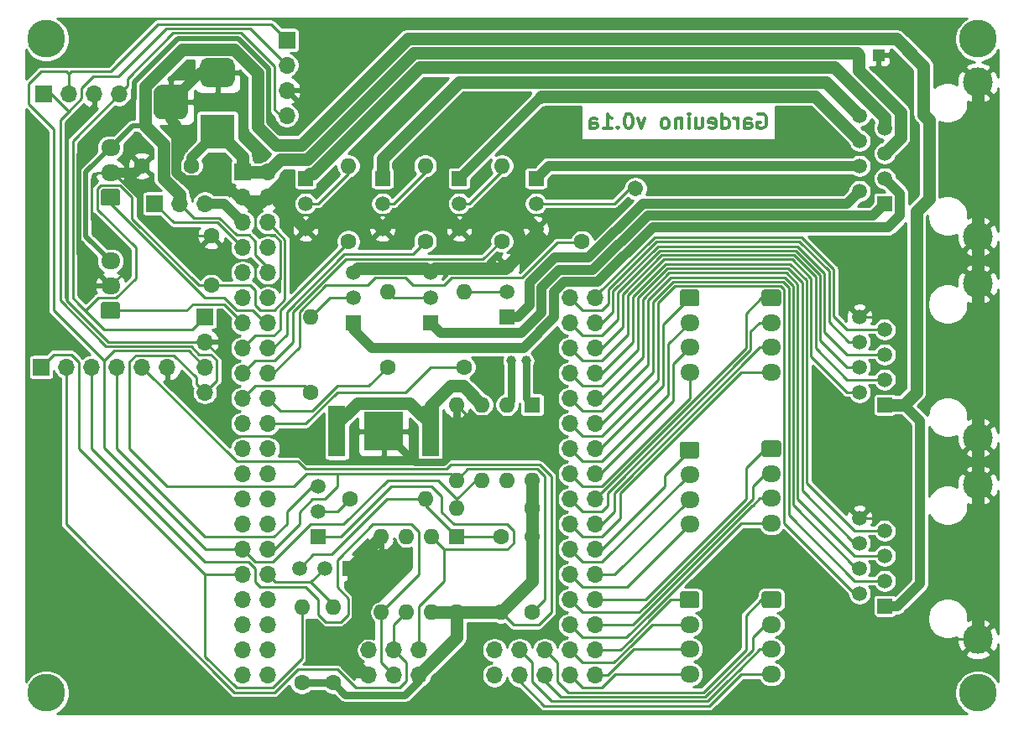
<source format=gbr>
%TF.GenerationSoftware,KiCad,Pcbnew,5.1.10-88a1d61d58~89~ubuntu20.10.1*%
%TF.CreationDate,2021-07-14T23:28:35-05:00*%
%TF.ProjectId,nutrient,6e757472-6965-46e7-942e-6b696361645f,rev?*%
%TF.SameCoordinates,Original*%
%TF.FileFunction,Copper,L2,Bot*%
%TF.FilePolarity,Positive*%
%FSLAX46Y46*%
G04 Gerber Fmt 4.6, Leading zero omitted, Abs format (unit mm)*
G04 Created by KiCad (PCBNEW 5.1.10-88a1d61d58~89~ubuntu20.10.1) date 2021-07-14 23:28:35*
%MOMM*%
%LPD*%
G01*
G04 APERTURE LIST*
%TA.AperFunction,NonConductor*%
%ADD10C,0.300000*%
%TD*%
%TA.AperFunction,ComponentPad*%
%ADD11C,1.200000*%
%TD*%
%TA.AperFunction,ComponentPad*%
%ADD12R,1.200000X1.200000*%
%TD*%
%TA.AperFunction,ConnectorPad*%
%ADD13C,3.800000*%
%TD*%
%TA.AperFunction,ComponentPad*%
%ADD14C,2.600000*%
%TD*%
%TA.AperFunction,ComponentPad*%
%ADD15O,1.600000X1.600000*%
%TD*%
%TA.AperFunction,ComponentPad*%
%ADD16C,1.600000*%
%TD*%
%TA.AperFunction,ComponentPad*%
%ADD17C,1.500000*%
%TD*%
%TA.AperFunction,ComponentPad*%
%ADD18R,1.500000X1.500000*%
%TD*%
%TA.AperFunction,ComponentPad*%
%ADD19O,1.700000X1.700000*%
%TD*%
%TA.AperFunction,ComponentPad*%
%ADD20R,1.700000X1.700000*%
%TD*%
%TA.AperFunction,ComponentPad*%
%ADD21R,3.500000X3.500000*%
%TD*%
%TA.AperFunction,ComponentPad*%
%ADD22O,1.950000X1.700000*%
%TD*%
%TA.AperFunction,ComponentPad*%
%ADD23C,3.000000*%
%TD*%
%TA.AperFunction,ComponentPad*%
%ADD24R,1.600000X1.600000*%
%TD*%
%TA.AperFunction,ComponentPad*%
%ADD25C,1.000000*%
%TD*%
%TA.AperFunction,SMDPad,CuDef*%
%ADD26R,3.960000X3.960000*%
%TD*%
%TA.AperFunction,SMDPad,CuDef*%
%ADD27R,1.780000X5.080000*%
%TD*%
%TA.AperFunction,Conductor*%
%ADD28C,0.250000*%
%TD*%
%TA.AperFunction,Conductor*%
%ADD29C,1.250000*%
%TD*%
%TA.AperFunction,Conductor*%
%ADD30C,1.000000*%
%TD*%
%TA.AperFunction,Conductor*%
%ADD31C,0.750000*%
%TD*%
%TA.AperFunction,Conductor*%
%ADD32C,0.500000*%
%TD*%
%TA.AperFunction,Conductor*%
%ADD33C,0.254000*%
%TD*%
%TA.AperFunction,Conductor*%
%ADD34C,0.100000*%
%TD*%
G04 APERTURE END LIST*
D10*
X173933428Y-44970000D02*
X174076285Y-44898571D01*
X174290571Y-44898571D01*
X174504857Y-44970000D01*
X174647714Y-45112857D01*
X174719142Y-45255714D01*
X174790571Y-45541428D01*
X174790571Y-45755714D01*
X174719142Y-46041428D01*
X174647714Y-46184285D01*
X174504857Y-46327142D01*
X174290571Y-46398571D01*
X174147714Y-46398571D01*
X173933428Y-46327142D01*
X173862000Y-46255714D01*
X173862000Y-45755714D01*
X174147714Y-45755714D01*
X172576285Y-46398571D02*
X172576285Y-45612857D01*
X172647714Y-45470000D01*
X172790571Y-45398571D01*
X173076285Y-45398571D01*
X173219142Y-45470000D01*
X172576285Y-46327142D02*
X172719142Y-46398571D01*
X173076285Y-46398571D01*
X173219142Y-46327142D01*
X173290571Y-46184285D01*
X173290571Y-46041428D01*
X173219142Y-45898571D01*
X173076285Y-45827142D01*
X172719142Y-45827142D01*
X172576285Y-45755714D01*
X171862000Y-46398571D02*
X171862000Y-45398571D01*
X171862000Y-45684285D02*
X171790571Y-45541428D01*
X171719142Y-45470000D01*
X171576285Y-45398571D01*
X171433428Y-45398571D01*
X170290571Y-46398571D02*
X170290571Y-44898571D01*
X170290571Y-46327142D02*
X170433428Y-46398571D01*
X170719142Y-46398571D01*
X170862000Y-46327142D01*
X170933428Y-46255714D01*
X171004857Y-46112857D01*
X171004857Y-45684285D01*
X170933428Y-45541428D01*
X170862000Y-45470000D01*
X170719142Y-45398571D01*
X170433428Y-45398571D01*
X170290571Y-45470000D01*
X169004857Y-46327142D02*
X169147714Y-46398571D01*
X169433428Y-46398571D01*
X169576285Y-46327142D01*
X169647714Y-46184285D01*
X169647714Y-45612857D01*
X169576285Y-45470000D01*
X169433428Y-45398571D01*
X169147714Y-45398571D01*
X169004857Y-45470000D01*
X168933428Y-45612857D01*
X168933428Y-45755714D01*
X169647714Y-45898571D01*
X167647714Y-45398571D02*
X167647714Y-46398571D01*
X168290571Y-45398571D02*
X168290571Y-46184285D01*
X168219142Y-46327142D01*
X168076285Y-46398571D01*
X167862000Y-46398571D01*
X167719142Y-46327142D01*
X167647714Y-46255714D01*
X166933428Y-46398571D02*
X166933428Y-45398571D01*
X166933428Y-44898571D02*
X167004857Y-44970000D01*
X166933428Y-45041428D01*
X166862000Y-44970000D01*
X166933428Y-44898571D01*
X166933428Y-45041428D01*
X166219142Y-45398571D02*
X166219142Y-46398571D01*
X166219142Y-45541428D02*
X166147714Y-45470000D01*
X166004857Y-45398571D01*
X165790571Y-45398571D01*
X165647714Y-45470000D01*
X165576285Y-45612857D01*
X165576285Y-46398571D01*
X164647714Y-46398571D02*
X164790571Y-46327142D01*
X164862000Y-46255714D01*
X164933428Y-46112857D01*
X164933428Y-45684285D01*
X164862000Y-45541428D01*
X164790571Y-45470000D01*
X164647714Y-45398571D01*
X164433428Y-45398571D01*
X164290571Y-45470000D01*
X164219142Y-45541428D01*
X164147714Y-45684285D01*
X164147714Y-46112857D01*
X164219142Y-46255714D01*
X164290571Y-46327142D01*
X164433428Y-46398571D01*
X164647714Y-46398571D01*
X162504857Y-45398571D02*
X162147714Y-46398571D01*
X161790571Y-45398571D01*
X160933428Y-44898571D02*
X160790571Y-44898571D01*
X160647714Y-44970000D01*
X160576285Y-45041428D01*
X160504857Y-45184285D01*
X160433428Y-45470000D01*
X160433428Y-45827142D01*
X160504857Y-46112857D01*
X160576285Y-46255714D01*
X160647714Y-46327142D01*
X160790571Y-46398571D01*
X160933428Y-46398571D01*
X161076285Y-46327142D01*
X161147714Y-46255714D01*
X161219142Y-46112857D01*
X161290571Y-45827142D01*
X161290571Y-45470000D01*
X161219142Y-45184285D01*
X161147714Y-45041428D01*
X161076285Y-44970000D01*
X160933428Y-44898571D01*
X159790571Y-46255714D02*
X159719142Y-46327142D01*
X159790571Y-46398571D01*
X159862000Y-46327142D01*
X159790571Y-46255714D01*
X159790571Y-46398571D01*
X158290571Y-46398571D02*
X159147714Y-46398571D01*
X158719142Y-46398571D02*
X158719142Y-44898571D01*
X158862000Y-45112857D01*
X159004857Y-45255714D01*
X159147714Y-45327142D01*
X157004857Y-46398571D02*
X157004857Y-45612857D01*
X157076285Y-45470000D01*
X157219142Y-45398571D01*
X157504857Y-45398571D01*
X157647714Y-45470000D01*
X157004857Y-46327142D02*
X157147714Y-46398571D01*
X157504857Y-46398571D01*
X157647714Y-46327142D01*
X157719142Y-46184285D01*
X157719142Y-46041428D01*
X157647714Y-45898571D01*
X157504857Y-45827142D01*
X157147714Y-45827142D01*
X157004857Y-45755714D01*
D11*
%TO.P,C3,2*%
%TO.N,/VIN1*%
X184055000Y-38989000D03*
D12*
%TO.P,C3,1*%
%TO.N,GND*%
X186055000Y-38989000D03*
%TD*%
D13*
%TO.P,H4,1*%
%TO.N,N/C*%
X196088000Y-37338000D03*
D14*
X196088000Y-37338000D03*
%TD*%
D13*
%TO.P,H3,1*%
%TO.N,N/C*%
X102108000Y-37338000D03*
D14*
X102108000Y-37338000D03*
%TD*%
D13*
%TO.P,H2,1*%
%TO.N,N/C*%
X196088000Y-103378000D03*
D14*
X196088000Y-103378000D03*
%TD*%
D13*
%TO.P,H1,1*%
%TO.N,N/C*%
X102108000Y-103378000D03*
D14*
X102108000Y-103378000D03*
%TD*%
D15*
%TO.P,R2,2*%
%TO.N,/SS1*%
X131064000Y-94742000D03*
D16*
%TO.P,R2,1*%
%TO.N,/5V3*%
X131064000Y-102362000D03*
%TD*%
D15*
%TO.P,R1,2*%
%TO.N,/SS2*%
X127889000Y-94742000D03*
D16*
%TO.P,R1,1*%
%TO.N,/5V3*%
X127889000Y-102362000D03*
%TD*%
%TO.P,C2,2*%
%TO.N,/VIN1*%
X116760000Y-50165000D03*
%TO.P,C2,1*%
%TO.N,GND*%
X111760000Y-50165000D03*
%TD*%
%TO.P,C1,2*%
%TO.N,/5V2*%
X118745000Y-62230000D03*
%TO.P,C1,1*%
%TO.N,GND*%
X118745000Y-57230000D03*
%TD*%
D17*
%TO.P,Q6,2*%
%TO.N,Net-(Q6-Pad2)*%
X133096000Y-63500000D03*
%TO.P,Q6,3*%
%TO.N,GND*%
X133096000Y-60960000D03*
D18*
%TO.P,Q6,1*%
%TO.N,Net-(JM1-Pad3)*%
X133096000Y-66040000D03*
%TD*%
D19*
%TO.P,JI2C1,4*%
%TO.N,/SDA*%
X118110000Y-73025000D03*
%TO.P,JI2C1,3*%
%TO.N,/SCL*%
X118110000Y-70485000D03*
%TO.P,JI2C1,2*%
%TO.N,GND*%
X118110000Y-67945000D03*
D20*
%TO.P,JI2C1,1*%
%TO.N,/5V2*%
X118110000Y-65405000D03*
%TD*%
D21*
%TO.P,JDC1,1*%
%TO.N,/VIN1*%
X119380000Y-46736000D03*
%TO.P,JDC1,2*%
%TO.N,GND*%
%TA.AperFunction,ComponentPad*%
G36*
G01*
X118380000Y-39236000D02*
X120380000Y-39236000D01*
G75*
G02*
X121130000Y-39986000I0J-750000D01*
G01*
X121130000Y-41486000D01*
G75*
G02*
X120380000Y-42236000I-750000J0D01*
G01*
X118380000Y-42236000D01*
G75*
G02*
X117630000Y-41486000I0J750000D01*
G01*
X117630000Y-39986000D01*
G75*
G02*
X118380000Y-39236000I750000J0D01*
G01*
G37*
%TD.AperFunction*%
%TA.AperFunction,ComponentPad*%
G36*
G01*
X113805000Y-41986000D02*
X115555000Y-41986000D01*
G75*
G02*
X116430000Y-42861000I0J-875000D01*
G01*
X116430000Y-44611000D01*
G75*
G02*
X115555000Y-45486000I-875000J0D01*
G01*
X113805000Y-45486000D01*
G75*
G02*
X112930000Y-44611000I0J875000D01*
G01*
X112930000Y-42861000D01*
G75*
G02*
X113805000Y-41986000I875000J0D01*
G01*
G37*
%TD.AperFunction*%
%TD*%
D22*
%TO.P,J8,3*%
%TO.N,/VIN*%
X108585000Y-48340000D03*
%TO.P,J8,2*%
%TO.N,GND*%
X108585000Y-50840000D03*
%TO.P,J8,1*%
%TO.N,/INT0*%
%TA.AperFunction,ComponentPad*%
G36*
G01*
X109310000Y-54190000D02*
X107860000Y-54190000D01*
G75*
G02*
X107610000Y-53940000I0J250000D01*
G01*
X107610000Y-52740000D01*
G75*
G02*
X107860000Y-52490000I250000J0D01*
G01*
X109310000Y-52490000D01*
G75*
G02*
X109560000Y-52740000I0J-250000D01*
G01*
X109560000Y-53940000D01*
G75*
G02*
X109310000Y-54190000I-250000J0D01*
G01*
G37*
%TD.AperFunction*%
%TD*%
%TO.P,J7,3*%
%TO.N,/VIN*%
X108585000Y-59770000D03*
%TO.P,J7,2*%
%TO.N,GND*%
X108585000Y-62270000D03*
%TO.P,J7,1*%
%TO.N,/INT1*%
%TA.AperFunction,ComponentPad*%
G36*
G01*
X109310000Y-65620000D02*
X107860000Y-65620000D01*
G75*
G02*
X107610000Y-65370000I0J250000D01*
G01*
X107610000Y-64170000D01*
G75*
G02*
X107860000Y-63920000I250000J0D01*
G01*
X109310000Y-63920000D01*
G75*
G02*
X109560000Y-64170000I0J-250000D01*
G01*
X109560000Y-65370000D01*
G75*
G02*
X109310000Y-65620000I-250000J0D01*
G01*
G37*
%TD.AperFunction*%
%TD*%
D19*
%TO.P,JI2C3,4*%
%TO.N,/5V2*%
X126365000Y-45085000D03*
%TO.P,JI2C3,3*%
%TO.N,GND*%
X126365000Y-42545000D03*
%TO.P,JI2C3,2*%
%TO.N,/SDA*%
X126365000Y-40005000D03*
D20*
%TO.P,JI2C3,1*%
%TO.N,/SCL*%
X126365000Y-37465000D03*
%TD*%
%TO.P,JSPI1,1*%
%TO.N,/SS2*%
X101600000Y-70485000D03*
D19*
%TO.P,JSPI1,2*%
%TO.N,Net-(JSPI1-Pad2)*%
X104140000Y-70485000D03*
%TO.P,JSPI1,3*%
%TO.N,Net-(JSPI1-Pad3)*%
X106680000Y-70485000D03*
%TO.P,JSPI1,4*%
%TO.N,Net-(JSPI1-Pad4)*%
X109220000Y-70485000D03*
%TO.P,JSPI1,5*%
%TO.N,/5V3*%
X111760000Y-70485000D03*
%TO.P,JSPI1,6*%
%TO.N,GND*%
X114300000Y-70485000D03*
%TD*%
D23*
%TO.P,JS2,SH*%
%TO.N,GND*%
X196090000Y-62080000D03*
D17*
%TO.P,JS2,3*%
%TO.N,Net-(JS2-Pad3)*%
X186690000Y-71755000D03*
%TO.P,JS2,5*%
%TO.N,Net-(JS2-Pad5)*%
X186690000Y-69215000D03*
%TO.P,JS2,4*%
%TO.N,Net-(JS2-Pad4)*%
X184150000Y-70485000D03*
%TO.P,JS2,7*%
%TO.N,Net-(JS2-Pad7)*%
X186690000Y-66675000D03*
D18*
%TO.P,JS2,1*%
%TO.N,/VIN*%
X186690000Y-74295000D03*
D17*
%TO.P,JS2,2*%
%TO.N,Net-(JS2-Pad2)*%
X184150000Y-73025000D03*
D23*
%TO.P,JS2,SH*%
%TO.N,GND*%
X196090000Y-77620000D03*
D17*
%TO.P,JS2,8*%
X184150000Y-65405000D03*
%TO.P,JS2,6*%
%TO.N,Net-(JS2-Pad6)*%
X184150000Y-67945000D03*
%TD*%
D15*
%TO.P,U1,8*%
%TO.N,/5V3*%
X143510000Y-95250000D03*
%TO.P,U1,4*%
%TO.N,/GND3*%
X135890000Y-87630000D03*
%TO.P,U1,7*%
%TO.N,/5V3*%
X140970000Y-95250000D03*
%TO.P,U1,3*%
%TO.N,Net-(U1-Pad3)*%
X138430000Y-87630000D03*
%TO.P,U1,6*%
%TO.N,Net-(JSPI1-Pad2)*%
X138430000Y-95250000D03*
%TO.P,U1,2*%
%TO.N,Net-(QSO1-Pad1)*%
X140970000Y-87630000D03*
%TO.P,U1,5*%
%TO.N,Net-(JSPI1-Pad3)*%
X135890000Y-95250000D03*
D24*
%TO.P,U1,1*%
%TO.N,Net-(QSS1-Pad3)*%
X143510000Y-87630000D03*
%TD*%
D19*
%TO.P,JI2C2,4*%
%TO.N,/5V2*%
X109474000Y-42926000D03*
%TO.P,JI2C2,3*%
%TO.N,GND*%
X106934000Y-42926000D03*
%TO.P,JI2C2,2*%
%TO.N,/SCL*%
X104394000Y-42926000D03*
D20*
%TO.P,JI2C2,1*%
%TO.N,/SDA*%
X101854000Y-42926000D03*
%TD*%
D22*
%TO.P,J3,4*%
%TO.N,Net-(J3-Pad4)*%
X175260000Y-86240000D03*
%TO.P,J3,3*%
%TO.N,Net-(J3-Pad3)*%
X175260000Y-83740000D03*
%TO.P,J3,2*%
%TO.N,Net-(J3-Pad2)*%
X175260000Y-81240000D03*
%TO.P,J3,1*%
%TO.N,Net-(J3-Pad1)*%
%TA.AperFunction,ComponentPad*%
G36*
G01*
X174535000Y-77890000D02*
X175985000Y-77890000D01*
G75*
G02*
X176235000Y-78140000I0J-250000D01*
G01*
X176235000Y-79340000D01*
G75*
G02*
X175985000Y-79590000I-250000J0D01*
G01*
X174535000Y-79590000D01*
G75*
G02*
X174285000Y-79340000I0J250000D01*
G01*
X174285000Y-78140000D01*
G75*
G02*
X174535000Y-77890000I250000J0D01*
G01*
G37*
%TD.AperFunction*%
%TD*%
D25*
%TO.P,Y1,2*%
%TO.N,Net-(U2-Pad2)*%
X148995000Y-69850000D03*
%TO.P,Y1,1*%
%TO.N,Net-(U2-Pad1)*%
X150495000Y-69850000D03*
%TD*%
D22*
%TO.P,J1,4*%
%TO.N,Net-(J1-Pad4)*%
X175260000Y-101480000D03*
%TO.P,J1,3*%
%TO.N,Net-(J1-Pad3)*%
X175260000Y-98980000D03*
%TO.P,J1,2*%
%TO.N,Net-(J1-Pad2)*%
X175260000Y-96480000D03*
%TO.P,J1,1*%
%TO.N,Net-(J1-Pad1)*%
%TA.AperFunction,ComponentPad*%
G36*
G01*
X174535000Y-93130000D02*
X175985000Y-93130000D01*
G75*
G02*
X176235000Y-93380000I0J-250000D01*
G01*
X176235000Y-94580000D01*
G75*
G02*
X175985000Y-94830000I-250000J0D01*
G01*
X174535000Y-94830000D01*
G75*
G02*
X174285000Y-94580000I0J250000D01*
G01*
X174285000Y-93380000D01*
G75*
G02*
X174535000Y-93130000I250000J0D01*
G01*
G37*
%TD.AperFunction*%
%TD*%
D26*
%TO.P,BT1,2*%
%TO.N,GND*%
X136144000Y-76962000D03*
D27*
%TO.P,BT1,1*%
%TO.N,Net-(BT1-Pad1)*%
X140844000Y-76962000D03*
X131444000Y-76962000D03*
%TD*%
D19*
%TO.P,XA1,D43*%
%TO.N,Net-(J3-Pad4)*%
X154940000Y-96520000D03*
%TO.P,XA1,D42*%
%TO.N,Net-(J3-Pad3)*%
X157480000Y-96520000D03*
%TO.P,XA1,D18*%
%TO.N,Net-(XA1-PadD18)*%
X124460000Y-86360000D03*
%TO.P,XA1,D25*%
%TO.N,Net-(XA1-PadD25)*%
X121920000Y-93980000D03*
D20*
%TO.P,XA1,VIN1*%
%TO.N,/VIN1*%
X121920000Y-50800000D03*
D19*
%TO.P,XA1,D33*%
%TO.N,Net-(J5-Pad2)*%
X154940000Y-83820000D03*
%TO.P,XA1,3V2*%
%TO.N,Net-(XA1-Pad3V2)*%
X124460000Y-58420000D03*
%TO.P,XA1,D16*%
%TO.N,Net-(XA1-PadD16)*%
X124460000Y-83820000D03*
%TO.P,XA1,AREF*%
%TO.N,/VIN*%
X124460000Y-60960000D03*
%TO.P,XA1,D10*%
%TO.N,Net-(RQ7-Pad1)*%
X124460000Y-76200000D03*
%TO.P,XA1,D8*%
%TO.N,Net-(RQ5-Pad1)*%
X124460000Y-73660000D03*
%TO.P,XA1,D36*%
%TO.N,Net-(J4-Pad1)*%
X157480000Y-88900000D03*
%TO.P,XA1,D9*%
%TO.N,Net-(RQ6-Pad1)*%
X121920000Y-73660000D03*
%TO.P,XA1,D6*%
%TO.N,Net-(RQ3-Pad1)*%
X124460000Y-71120000D03*
%TO.P,XA1,5V1*%
%TO.N,/5V1*%
X121920000Y-55880000D03*
%TO.P,XA1,D1*%
%TO.N,Net-(XA1-PadD1)*%
X121920000Y-63500000D03*
%TO.P,XA1,D20*%
%TO.N,/SDA*%
X124460000Y-88900000D03*
%TO.P,XA1,D4*%
%TO.N,Net-(RQ1-Pad1)*%
X124460000Y-68580000D03*
%TO.P,XA1,D24*%
%TO.N,Net-(XA1-PadD24)*%
X124460000Y-93980000D03*
%TO.P,XA1,D3*%
%TO.N,/INT1*%
X121920000Y-66040000D03*
%TO.P,XA1,D23*%
%TO.N,/SS2*%
X121920000Y-91440000D03*
%TO.P,XA1,3V1*%
%TO.N,Net-(JP1-Pad1)*%
X121920000Y-58420000D03*
%TO.P,XA1,D7*%
%TO.N,Net-(RQ4-Pad1)*%
X121920000Y-71120000D03*
%TO.P,XA1,D40*%
%TO.N,Net-(J3-Pad1)*%
X157480000Y-93980000D03*
%TO.P,XA1,D17*%
%TO.N,Net-(XA1-PadD17)*%
X121920000Y-83820000D03*
%TO.P,XA1,D49*%
%TO.N,Net-(J1-Pad1)*%
X152400000Y-99060000D03*
%TO.P,XA1,D14*%
%TO.N,Net-(XA1-PadD14)*%
X124460000Y-81280000D03*
%TO.P,XA1,RST2*%
%TO.N,Net-(XA1-PadRST2)*%
X134620000Y-99060000D03*
%TO.P,XA1,D52*%
%TO.N,Net-(XA1-PadD52)*%
X147320000Y-101600000D03*
%TO.P,XA1,D50*%
%TO.N,Net-(J1-Pad4)*%
X149860000Y-101600000D03*
%TO.P,XA1,D38*%
%TO.N,Net-(J4-Pad3)*%
X157480000Y-91440000D03*
%TO.P,XA1,A6*%
%TO.N,Net-(JS1-Pad7)*%
X157480000Y-71120000D03*
%TO.P,XA1,A12*%
%TO.N,Net-(J6-Pad1)*%
X157480000Y-78740000D03*
%TO.P,XA1,D34*%
%TO.N,Net-(J5-Pad3)*%
X157480000Y-86360000D03*
%TO.P,XA1,MOSI*%
%TO.N,Net-(JSPI1-Pad3)*%
X137160000Y-101600000D03*
%TO.P,XA1,SCK*%
%TO.N,Net-(JSPI1-Pad2)*%
X137160000Y-99060000D03*
%TO.P,XA1,D39*%
%TO.N,Net-(J4-Pad4)*%
X154940000Y-91440000D03*
%TO.P,XA1,A13*%
%TO.N,Net-(J6-Pad2)*%
X154940000Y-78740000D03*
%TO.P,XA1,D28*%
%TO.N,Net-(XA1-PadD28)*%
X124460000Y-99060000D03*
%TO.P,XA1,A10*%
%TO.N,Net-(JS1-Pad3)*%
X157480000Y-76200000D03*
%TO.P,XA1,A0*%
%TO.N,Net-(JS2-Pad7)*%
X157480000Y-63500000D03*
%TO.P,XA1,MISO*%
%TO.N,Net-(QSO1-Pad1)*%
X139700000Y-99060000D03*
%TO.P,XA1,D48*%
%TO.N,Net-(J1-Pad2)*%
X152400000Y-101600000D03*
%TO.P,XA1,D19*%
%TO.N,Net-(XA1-PadD19)*%
X121920000Y-86360000D03*
%TO.P,XA1,D29*%
%TO.N,Net-(XA1-PadD29)*%
X121920000Y-99060000D03*
%TO.P,XA1,A15*%
%TO.N,Net-(J6-Pad4)*%
X154940000Y-81280000D03*
%TO.P,XA1,D12*%
%TO.N,Net-(XA1-PadD12)*%
X124460000Y-78740000D03*
%TO.P,XA1,D22*%
%TO.N,/SS1*%
X124460000Y-91440000D03*
%TO.P,XA1,A1*%
%TO.N,Net-(JS2-Pad6)*%
X154940000Y-63500000D03*
%TO.P,XA1,A11*%
%TO.N,Net-(JS1-Pad2)*%
X154940000Y-76200000D03*
%TO.P,XA1,A2*%
%TO.N,Net-(JS2-Pad5)*%
X157480000Y-66040000D03*
%TO.P,XA1,D30*%
%TO.N,Net-(XA1-PadD30)*%
X124460000Y-101600000D03*
%TO.P,XA1,A8*%
%TO.N,Net-(JS1-Pad5)*%
X157480000Y-73660000D03*
%TO.P,XA1,A3*%
%TO.N,Net-(JS2-Pad4)*%
X154940000Y-66040000D03*
%TO.P,XA1,D46*%
%TO.N,Net-(J2-Pad3)*%
X157480000Y-101600000D03*
%TO.P,XA1,D47*%
%TO.N,Net-(J2-Pad4)*%
X154940000Y-101600000D03*
%TO.P,XA1,A9*%
%TO.N,Net-(JS1-Pad4)*%
X154940000Y-73660000D03*
%TO.P,XA1,D44*%
%TO.N,Net-(J2-Pad1)*%
X157480000Y-99060000D03*
%TO.P,XA1,D21*%
%TO.N,/SCL*%
X121920000Y-88900000D03*
%TO.P,XA1,D45*%
%TO.N,Net-(J2-Pad2)*%
X154940000Y-99060000D03*
%TO.P,XA1,D27*%
%TO.N,Net-(XA1-PadD27)*%
X121920000Y-96520000D03*
%TO.P,XA1,GND3*%
%TO.N,/GND3*%
X134620000Y-101600000D03*
%TO.P,XA1,D32*%
%TO.N,Net-(J5-Pad1)*%
X157480000Y-83820000D03*
%TO.P,XA1,A4*%
%TO.N,Net-(JS2-Pad3)*%
X157480000Y-68580000D03*
%TO.P,XA1,GND1*%
%TO.N,GND*%
X121920000Y-53340000D03*
%TO.P,XA1,D5*%
%TO.N,Net-(RQ2-Pad1)*%
X121920000Y-68580000D03*
%TO.P,XA1,D2*%
%TO.N,/INT0*%
X124460000Y-66040000D03*
%TO.P,XA1,VIN2*%
%TO.N,/VIN1*%
X124460000Y-50800000D03*
%TO.P,XA1,GND2*%
%TO.N,GND*%
X124460000Y-53340000D03*
%TO.P,XA1,D53*%
%TO.N,Net-(XA1-PadD53)*%
X147320000Y-99060000D03*
%TO.P,XA1,A14*%
%TO.N,Net-(J6-Pad3)*%
X157480000Y-81280000D03*
%TO.P,XA1,D0*%
%TO.N,Net-(XA1-PadD0)*%
X124460000Y-63500000D03*
%TO.P,XA1,D41*%
%TO.N,Net-(J3-Pad2)*%
X154940000Y-93980000D03*
%TO.P,XA1,5V2*%
%TO.N,/5V2*%
X124460000Y-55880000D03*
%TO.P,XA1,D11*%
%TO.N,Net-(XA1-PadD11)*%
X121920000Y-76200000D03*
%TO.P,XA1,D26*%
%TO.N,Net-(XA1-PadD26)*%
X124460000Y-96520000D03*
%TO.P,XA1,5V3*%
%TO.N,/5V3*%
X139700000Y-101600000D03*
%TO.P,XA1,D15*%
%TO.N,Net-(XA1-PadD15)*%
X121920000Y-81280000D03*
%TO.P,XA1,D51*%
%TO.N,Net-(J1-Pad3)*%
X149860000Y-99060000D03*
%TO.P,XA1,A5*%
%TO.N,Net-(JS2-Pad2)*%
X154940000Y-68580000D03*
%TO.P,XA1,A7*%
%TO.N,Net-(JS1-Pad6)*%
X154940000Y-71120000D03*
%TO.P,XA1,D37*%
%TO.N,Net-(J4-Pad2)*%
X154940000Y-88900000D03*
%TO.P,XA1,D31*%
%TO.N,Net-(XA1-PadD31)*%
X121920000Y-101600000D03*
%TO.P,XA1,D35*%
%TO.N,Net-(J5-Pad4)*%
X154940000Y-86360000D03*
%TO.P,XA1,RST1*%
%TO.N,Net-(XA1-PadRST1)*%
X121920000Y-60960000D03*
%TO.P,XA1,D13*%
%TO.N,Net-(XA1-PadD13)*%
X121920000Y-78740000D03*
%TD*%
D15*
%TO.P,RQ7,2*%
%TO.N,Net-(Q7-Pad2)*%
X144272000Y-62865000D03*
D16*
%TO.P,RQ7,1*%
%TO.N,Net-(RQ7-Pad1)*%
X144272000Y-70485000D03*
%TD*%
D17*
%TO.P,Q7,2*%
%TO.N,Net-(Q7-Pad2)*%
X148590000Y-62865000D03*
%TO.P,Q7,3*%
%TO.N,GND*%
X148590000Y-60325000D03*
D18*
%TO.P,Q7,1*%
%TO.N,Net-(JM1-Pad2)*%
X148590000Y-65405000D03*
%TD*%
D23*
%TO.P,JM1,SH*%
%TO.N,GND*%
X196090000Y-41760000D03*
D17*
%TO.P,JM1,3*%
%TO.N,Net-(JM1-Pad3)*%
X186690000Y-51435000D03*
%TO.P,JM1,5*%
%TO.N,/VIN1*%
X186690000Y-48895000D03*
%TO.P,JM1,4*%
%TO.N,Net-(JM1-Pad4)*%
X184150000Y-50165000D03*
%TO.P,JM1,7*%
%TO.N,Net-(JM1-Pad7)*%
X186690000Y-46355000D03*
D18*
%TO.P,JM1,1*%
%TO.N,Net-(JM1-Pad1)*%
X186690000Y-53975000D03*
D17*
%TO.P,JM1,2*%
%TO.N,Net-(JM1-Pad2)*%
X184150000Y-52705000D03*
D23*
%TO.P,JM1,SH*%
%TO.N,GND*%
X196090000Y-57300000D03*
D17*
%TO.P,JM1,8*%
%TO.N,Net-(JM1-Pad8)*%
X184150000Y-45085000D03*
%TO.P,JM1,6*%
%TO.N,Net-(JM1-Pad6)*%
X184150000Y-47625000D03*
%TD*%
D22*
%TO.P,J2,4*%
%TO.N,Net-(J2-Pad4)*%
X167005000Y-101480000D03*
%TO.P,J2,3*%
%TO.N,Net-(J2-Pad3)*%
X167005000Y-98980000D03*
%TO.P,J2,2*%
%TO.N,Net-(J2-Pad2)*%
X167005000Y-96480000D03*
%TO.P,J2,1*%
%TO.N,Net-(J2-Pad1)*%
%TA.AperFunction,ComponentPad*%
G36*
G01*
X166280000Y-93130000D02*
X167730000Y-93130000D01*
G75*
G02*
X167980000Y-93380000I0J-250000D01*
G01*
X167980000Y-94580000D01*
G75*
G02*
X167730000Y-94830000I-250000J0D01*
G01*
X166280000Y-94830000D01*
G75*
G02*
X166030000Y-94580000I0J250000D01*
G01*
X166030000Y-93380000D01*
G75*
G02*
X166280000Y-93130000I250000J0D01*
G01*
G37*
%TD.AperFunction*%
%TD*%
D19*
%TO.P,JP1,3*%
%TO.N,/5V1*%
X118110000Y-53975000D03*
%TO.P,JP1,2*%
%TO.N,/VIN*%
X115570000Y-53975000D03*
D20*
%TO.P,JP1,1*%
%TO.N,Net-(JP1-Pad1)*%
X113030000Y-53975000D03*
%TD*%
D23*
%TO.P,JS1,SH*%
%TO.N,GND*%
X196090000Y-82400000D03*
D17*
%TO.P,JS1,3*%
%TO.N,Net-(JS1-Pad3)*%
X186690000Y-92075000D03*
%TO.P,JS1,5*%
%TO.N,Net-(JS1-Pad5)*%
X186690000Y-89535000D03*
%TO.P,JS1,4*%
%TO.N,Net-(JS1-Pad4)*%
X184150000Y-90805000D03*
%TO.P,JS1,7*%
%TO.N,Net-(JS1-Pad7)*%
X186690000Y-86995000D03*
D18*
%TO.P,JS1,1*%
%TO.N,/VIN*%
X186690000Y-94615000D03*
D17*
%TO.P,JS1,2*%
%TO.N,Net-(JS1-Pad2)*%
X184150000Y-93345000D03*
D23*
%TO.P,JS1,SH*%
%TO.N,GND*%
X196090000Y-97940000D03*
D17*
%TO.P,JS1,8*%
X184150000Y-85725000D03*
%TO.P,JS1,6*%
%TO.N,Net-(JS1-Pad6)*%
X184150000Y-88265000D03*
%TD*%
D15*
%TO.P,RQ2,2*%
%TO.N,Net-(Q2-Pad2)*%
X132588000Y-50165000D03*
D16*
%TO.P,RQ2,1*%
%TO.N,Net-(RQ2-Pad1)*%
X132588000Y-57785000D03*
%TD*%
D15*
%TO.P,RQ1,2*%
%TO.N,Net-(Q1-Pad2)*%
X140335000Y-50165000D03*
D16*
%TO.P,RQ1,1*%
%TO.N,Net-(RQ1-Pad1)*%
X140335000Y-57785000D03*
%TD*%
D17*
%TO.P,Q2,2*%
%TO.N,Net-(Q2-Pad2)*%
X128270000Y-53975000D03*
%TO.P,Q2,3*%
%TO.N,GND*%
X128270000Y-56515000D03*
D18*
%TO.P,Q2,1*%
%TO.N,Net-(JM1-Pad7)*%
X128270000Y-51435000D03*
%TD*%
D17*
%TO.P,Q1,2*%
%TO.N,Net-(Q1-Pad2)*%
X136017000Y-53975000D03*
%TO.P,Q1,3*%
%TO.N,GND*%
X136017000Y-56515000D03*
D18*
%TO.P,Q1,1*%
%TO.N,Net-(JM1-Pad8)*%
X136017000Y-51435000D03*
%TD*%
D15*
%TO.P,U2,8*%
%TO.N,/5V3*%
X151130000Y-81915000D03*
%TO.P,U2,4*%
%TO.N,GND*%
X143510000Y-74295000D03*
%TO.P,U2,7*%
%TO.N,Net-(U2-Pad7)*%
X148590000Y-81915000D03*
%TO.P,U2,3*%
%TO.N,Net-(BT1-Pad1)*%
X146050000Y-74295000D03*
%TO.P,U2,6*%
%TO.N,/SCL*%
X146050000Y-81915000D03*
%TO.P,U2,2*%
%TO.N,Net-(U2-Pad2)*%
X148590000Y-74295000D03*
%TO.P,U2,5*%
%TO.N,/SDA*%
X143510000Y-81915000D03*
D24*
%TO.P,U2,1*%
%TO.N,Net-(U2-Pad1)*%
X151130000Y-74295000D03*
%TD*%
D15*
%TO.P,R3,2*%
%TO.N,Net-(QSS1-Pad3)*%
X140335000Y-83820000D03*
D16*
%TO.P,R3,1*%
%TO.N,Net-(QSO1-Pad2)*%
X132715000Y-83820000D03*
%TD*%
D15*
%TO.P,R20,2*%
%TO.N,/5V3*%
X151130000Y-87630000D03*
D16*
%TO.P,R20,1*%
%TO.N,/SDA*%
X151130000Y-95250000D03*
%TD*%
D15*
%TO.P,R21,2*%
%TO.N,/SCL*%
X143510000Y-84772500D03*
D16*
%TO.P,R21,1*%
%TO.N,/5V3*%
X151130000Y-84772500D03*
%TD*%
D15*
%TO.P,R4,2*%
%TO.N,/5V3*%
X147955000Y-95250000D03*
D16*
%TO.P,R4,1*%
%TO.N,Net-(QSS1-Pad3)*%
X147955000Y-87630000D03*
%TD*%
D15*
%TO.P,RQ6,2*%
%TO.N,Net-(Q6-Pad2)*%
X128778000Y-65405000D03*
D16*
%TO.P,RQ6,1*%
%TO.N,Net-(RQ6-Pad1)*%
X128778000Y-73025000D03*
%TD*%
D15*
%TO.P,RQ5,2*%
%TO.N,Net-(Q5-Pad2)*%
X136525000Y-62865000D03*
D16*
%TO.P,RQ5,1*%
%TO.N,Net-(RQ5-Pad1)*%
X136525000Y-70485000D03*
%TD*%
D15*
%TO.P,RQ4,2*%
%TO.N,Net-(Q4-Pad2)*%
X148082000Y-50165000D03*
D16*
%TO.P,RQ4,1*%
%TO.N,Net-(RQ4-Pad1)*%
X148082000Y-57785000D03*
%TD*%
%TO.P,RQ3,2*%
%TO.N,Net-(Q3-Pad2)*%
%TA.AperFunction,ComponentPad*%
G36*
G01*
X160978315Y-53016685D02*
X160978315Y-53016685D01*
G75*
G02*
X160978315Y-51885315I565685J565685D01*
G01*
X160978315Y-51885315D01*
G75*
G02*
X162109685Y-51885315I565685J-565685D01*
G01*
X162109685Y-51885315D01*
G75*
G02*
X162109685Y-53016685I-565685J-565685D01*
G01*
X162109685Y-53016685D01*
G75*
G02*
X160978315Y-53016685I-565685J565685D01*
G01*
G37*
%TD.AperFunction*%
%TO.P,RQ3,1*%
%TO.N,Net-(RQ3-Pad1)*%
X156155846Y-57839154D03*
%TD*%
D18*
%TO.P,QSO1,1*%
%TO.N,Net-(QSO1-Pad1)*%
X129540000Y-87630000D03*
D17*
%TO.P,QSO1,3*%
%TO.N,Net-(JSPI1-Pad4)*%
X129540000Y-82550000D03*
%TO.P,QSO1,2*%
%TO.N,Net-(QSO1-Pad2)*%
X129540000Y-85090000D03*
%TD*%
D18*
%TO.P,QSS1,1*%
%TO.N,/GND3*%
X132715000Y-90805000D03*
D17*
%TO.P,QSS1,3*%
%TO.N,Net-(QSS1-Pad3)*%
X127635000Y-90805000D03*
%TO.P,QSS1,2*%
%TO.N,/SS1*%
X130175000Y-90805000D03*
%TD*%
%TO.P,Q5,2*%
%TO.N,Net-(Q5-Pad2)*%
X140843000Y-63500000D03*
%TO.P,Q5,3*%
%TO.N,GND*%
X140843000Y-60960000D03*
D18*
%TO.P,Q5,1*%
%TO.N,Net-(JM1-Pad1)*%
X140843000Y-66040000D03*
%TD*%
D17*
%TO.P,Q4,2*%
%TO.N,Net-(Q4-Pad2)*%
X143764000Y-53975000D03*
%TO.P,Q4,3*%
%TO.N,GND*%
X143764000Y-56515000D03*
D18*
%TO.P,Q4,1*%
%TO.N,Net-(JM1-Pad6)*%
X143764000Y-51435000D03*
%TD*%
D17*
%TO.P,Q3,2*%
%TO.N,Net-(Q3-Pad2)*%
X151511000Y-53975000D03*
%TO.P,Q3,3*%
%TO.N,GND*%
X151511000Y-56515000D03*
D18*
%TO.P,Q3,1*%
%TO.N,Net-(JM1-Pad4)*%
X151511000Y-51435000D03*
%TD*%
D22*
%TO.P,J6,4*%
%TO.N,Net-(J6-Pad4)*%
X167005000Y-71000000D03*
%TO.P,J6,3*%
%TO.N,Net-(J6-Pad3)*%
X167005000Y-68500000D03*
%TO.P,J6,2*%
%TO.N,Net-(J6-Pad2)*%
X167005000Y-66000000D03*
%TO.P,J6,1*%
%TO.N,Net-(J6-Pad1)*%
%TA.AperFunction,ComponentPad*%
G36*
G01*
X166280000Y-62650000D02*
X167730000Y-62650000D01*
G75*
G02*
X167980000Y-62900000I0J-250000D01*
G01*
X167980000Y-64100000D01*
G75*
G02*
X167730000Y-64350000I-250000J0D01*
G01*
X166280000Y-64350000D01*
G75*
G02*
X166030000Y-64100000I0J250000D01*
G01*
X166030000Y-62900000D01*
G75*
G02*
X166280000Y-62650000I250000J0D01*
G01*
G37*
%TD.AperFunction*%
%TD*%
%TO.P,J5,4*%
%TO.N,Net-(J5-Pad4)*%
X175260000Y-71000000D03*
%TO.P,J5,3*%
%TO.N,Net-(J5-Pad3)*%
X175260000Y-68500000D03*
%TO.P,J5,2*%
%TO.N,Net-(J5-Pad2)*%
X175260000Y-66000000D03*
%TO.P,J5,1*%
%TO.N,Net-(J5-Pad1)*%
%TA.AperFunction,ComponentPad*%
G36*
G01*
X174535000Y-62650000D02*
X175985000Y-62650000D01*
G75*
G02*
X176235000Y-62900000I0J-250000D01*
G01*
X176235000Y-64100000D01*
G75*
G02*
X175985000Y-64350000I-250000J0D01*
G01*
X174535000Y-64350000D01*
G75*
G02*
X174285000Y-64100000I0J250000D01*
G01*
X174285000Y-62900000D01*
G75*
G02*
X174535000Y-62650000I250000J0D01*
G01*
G37*
%TD.AperFunction*%
%TD*%
%TO.P,J4,4*%
%TO.N,Net-(J4-Pad4)*%
X167005000Y-86360000D03*
%TO.P,J4,3*%
%TO.N,Net-(J4-Pad3)*%
X167005000Y-83860000D03*
%TO.P,J4,2*%
%TO.N,Net-(J4-Pad2)*%
X167005000Y-81360000D03*
%TO.P,J4,1*%
%TO.N,Net-(J4-Pad1)*%
%TA.AperFunction,ComponentPad*%
G36*
G01*
X166280000Y-78010000D02*
X167730000Y-78010000D01*
G75*
G02*
X167980000Y-78260000I0J-250000D01*
G01*
X167980000Y-79460000D01*
G75*
G02*
X167730000Y-79710000I-250000J0D01*
G01*
X166280000Y-79710000D01*
G75*
G02*
X166030000Y-79460000I0J250000D01*
G01*
X166030000Y-78260000D01*
G75*
G02*
X166280000Y-78010000I250000J0D01*
G01*
G37*
%TD.AperFunction*%
%TD*%
D28*
%TO.N,Net-(J4-Pad4)*%
X156210000Y-92710000D02*
X160655000Y-92710000D01*
X160655000Y-92710000D02*
X167005000Y-86360000D01*
X154940000Y-91440000D02*
X156210000Y-92710000D01*
%TO.N,Net-(J3-Pad2)*%
X174665000Y-81240000D02*
X175260000Y-81240000D01*
X173355000Y-82550000D02*
X174665000Y-81240000D01*
X173355000Y-83815766D02*
X173355000Y-82550000D01*
X161919357Y-95250000D02*
X162489400Y-94679956D01*
X156210000Y-95250000D02*
X161919357Y-95250000D01*
X162490810Y-94679956D02*
X173355000Y-83815766D01*
X162489400Y-94679956D02*
X162490810Y-94679956D01*
X154940000Y-93980000D02*
X156210000Y-95250000D01*
%TO.N,Net-(J2-Pad2)*%
X163235000Y-96480000D02*
X167005000Y-96480000D01*
X161183600Y-98529989D02*
X161185011Y-98529989D01*
X161185011Y-98529989D02*
X163235000Y-96480000D01*
X159383589Y-100330000D02*
X161183600Y-98529989D01*
X156210000Y-100330000D02*
X159383589Y-100330000D01*
X154940000Y-99060000D02*
X156210000Y-100330000D01*
%TO.N,Net-(J4-Pad1)*%
X164465000Y-81400000D02*
X167005000Y-78860000D01*
X164465000Y-82550000D02*
X164465000Y-81400000D01*
X158115000Y-88900000D02*
X164465000Y-82550000D01*
X157480000Y-88900000D02*
X158115000Y-88900000D01*
%TO.N,Net-(J1-Pad2)*%
X152400000Y-102201041D02*
X152400000Y-101600000D01*
X168608568Y-103770022D02*
X153968981Y-103770022D01*
X153968981Y-103770022D02*
X152400000Y-102201041D01*
X174665000Y-96480000D02*
X173355000Y-97790000D01*
X175260000Y-96480000D02*
X174665000Y-96480000D01*
X173355000Y-99023590D02*
X168608568Y-103770022D01*
X173355000Y-97790000D02*
X173355000Y-99023590D01*
%TO.N,Net-(J1-Pad1)*%
X153670000Y-100330000D02*
X152400000Y-99060000D01*
X153670000Y-102235000D02*
X153670000Y-100330000D01*
X154755011Y-103320011D02*
X153670000Y-102235000D01*
X168422169Y-103320011D02*
X154755011Y-103320011D01*
X172720000Y-99022180D02*
X168422169Y-103320011D01*
X172720000Y-95545000D02*
X172720000Y-99022180D01*
X174285000Y-93980000D02*
X172720000Y-95545000D01*
X175260000Y-93980000D02*
X174285000Y-93980000D01*
%TO.N,Net-(J1-Pad4)*%
X149860000Y-102201041D02*
X149860000Y-101600000D01*
X152329003Y-104670044D02*
X149860000Y-102201041D01*
X169014956Y-104670044D02*
X152329003Y-104670044D01*
X172205000Y-101480000D02*
X169014956Y-104670044D01*
X175260000Y-101480000D02*
X172205000Y-101480000D01*
%TO.N,Net-(J1-Pad3)*%
X151130000Y-102235000D02*
X151130000Y-100330000D01*
X153115033Y-104220033D02*
X151130000Y-102235000D01*
X168794967Y-104220033D02*
X153115033Y-104220033D01*
X170780000Y-102235000D02*
X168794967Y-104220033D01*
X170813590Y-102235000D02*
X170780000Y-102235000D01*
X172018599Y-101029991D02*
X170813590Y-102235000D01*
X172020010Y-101029990D02*
X172018599Y-101029991D01*
X174070000Y-98980000D02*
X172020010Y-101029990D01*
X151130000Y-100330000D02*
X149860000Y-99060000D01*
X175260000Y-98980000D02*
X174070000Y-98980000D01*
%TO.N,Net-(J3-Pad4)*%
X156210000Y-97790000D02*
X154940000Y-96520000D01*
X160650767Y-97790000D02*
X156210000Y-97790000D01*
X175260000Y-86240000D02*
X172203587Y-86240000D01*
X172203587Y-86240000D02*
X162863610Y-95579978D01*
X160810800Y-97629967D02*
X160650767Y-97790000D01*
X162862200Y-95579978D02*
X160812211Y-97629967D01*
X160812211Y-97629967D02*
X160810800Y-97629967D01*
X162863610Y-95579978D02*
X162862200Y-95579978D01*
%TO.N,Net-(J4-Pad3)*%
X159425000Y-91440000D02*
X167005000Y-83860000D01*
X157480000Y-91440000D02*
X159425000Y-91440000D01*
%TO.N,Net-(J3-Pad3)*%
X174070000Y-83740000D02*
X175260000Y-83740000D01*
X173352178Y-84455000D02*
X173355000Y-84455000D01*
X162677211Y-95129967D02*
X173352178Y-84455000D01*
X162675800Y-95129967D02*
X162677211Y-95129967D01*
X173355000Y-84455000D02*
X174070000Y-83740000D01*
X161285768Y-96520000D02*
X162675800Y-95129967D01*
X157480000Y-96520000D02*
X161285768Y-96520000D01*
%TO.N,Net-(J2-Pad1)*%
X165100000Y-93980000D02*
X167005000Y-93980000D01*
X163050011Y-96029989D02*
X165100000Y-93980000D01*
X160998611Y-98079978D02*
X163048600Y-96029989D01*
X160997200Y-98079978D02*
X160998611Y-98079978D01*
X163048600Y-96029989D02*
X163050011Y-96029989D01*
X160017179Y-99060000D02*
X160997200Y-98079978D01*
X157480000Y-99060000D02*
X160017179Y-99060000D01*
%TO.N,Net-(J3-Pad1)*%
X162554357Y-93980000D02*
X157480000Y-93980000D01*
X172720000Y-83814357D02*
X162554357Y-93980000D01*
X172720000Y-80645000D02*
X172720000Y-83814357D01*
X174625000Y-78740000D02*
X172720000Y-80645000D01*
X175260000Y-78740000D02*
X174625000Y-78740000D01*
%TO.N,Net-(J4-Pad2)*%
X167004996Y-81360000D02*
X167005000Y-81360000D01*
X167004996Y-81360004D02*
X167004996Y-81360000D01*
X158195000Y-90170000D02*
X167005000Y-81360000D01*
X156210000Y-90170000D02*
X158195000Y-90170000D01*
X154940000Y-88900000D02*
X156210000Y-90170000D01*
%TO.N,Net-(J2-Pad3)*%
X167005000Y-98980000D02*
X161370000Y-98980000D01*
X158750000Y-101600000D02*
X157480000Y-101600000D01*
X161370000Y-98980000D02*
X158750000Y-101600000D01*
%TO.N,Net-(J2-Pad4)*%
X156210000Y-102870000D02*
X154940000Y-101600000D01*
X158115000Y-102870000D02*
X156210000Y-102870000D01*
X158934991Y-102050009D02*
X158115000Y-102870000D01*
X158936401Y-102050009D02*
X158934991Y-102050009D01*
X159506410Y-101480000D02*
X158936401Y-102050009D01*
X167005000Y-101480000D02*
X159506410Y-101480000D01*
%TO.N,Net-(J5-Pad1)*%
X172720000Y-65065000D02*
X172720000Y-68581411D01*
X172720000Y-68581411D02*
X158331410Y-82970001D01*
X158329999Y-82970001D02*
X157480000Y-83820000D01*
X158331410Y-82970001D02*
X158329999Y-82970001D01*
X175260000Y-63500000D02*
X174285000Y-63500000D01*
X174285000Y-63500000D02*
X172720000Y-65065000D01*
D29*
%TO.N,GND*%
X136652000Y-55880000D02*
X136017000Y-56515000D01*
X143764000Y-56515000D02*
X143129000Y-55880000D01*
X143129000Y-55880000D02*
X136652000Y-55880000D01*
X144399000Y-55880000D02*
X143764000Y-56515000D01*
X150876000Y-55880000D02*
X144399000Y-55880000D01*
X151511000Y-56515000D02*
X150876000Y-55880000D01*
X135382000Y-55880000D02*
X128905000Y-55880000D01*
X128905000Y-55880000D02*
X128270000Y-56515000D01*
X136017000Y-56515000D02*
X135382000Y-55880000D01*
X127000000Y-55245000D02*
X128270000Y-56515000D01*
D28*
X152908000Y-55118000D02*
X151511000Y-56515000D01*
X127000000Y-55245000D02*
X127127000Y-55118000D01*
X127127000Y-55118000D02*
X152908000Y-55118000D01*
D30*
X121920000Y-53340000D02*
X123190000Y-54610000D01*
X124460000Y-53340000D02*
X123190000Y-54610000D01*
X122555000Y-53975000D02*
X121920000Y-53340000D01*
X124460000Y-53340000D02*
X123825000Y-53975000D01*
X123825000Y-53975000D02*
X122555000Y-53975000D01*
D29*
X125476000Y-53721000D02*
X127000000Y-55245000D01*
X124460000Y-53340000D02*
X125476000Y-52324000D01*
X125476000Y-52324000D02*
X125476000Y-53721000D01*
D30*
X117680000Y-40736000D02*
X114680000Y-43736000D01*
X119380000Y-40736000D02*
X117680000Y-40736000D01*
D31*
X143510000Y-78740000D02*
X143510000Y-74295000D01*
X142172999Y-80077001D02*
X143510000Y-78740000D01*
X139259001Y-80077001D02*
X142172999Y-80077001D01*
X136144000Y-76962000D02*
X139259001Y-80077001D01*
D29*
X148590000Y-60325000D02*
X151511000Y-57404000D01*
X151511000Y-57404000D02*
X151511000Y-56515000D01*
D30*
X111085000Y-50840000D02*
X111760000Y-50165000D01*
X108585000Y-50840000D02*
X111085000Y-50840000D01*
X115259999Y-46065999D02*
X114680000Y-45486000D01*
X115259999Y-50885001D02*
X115259999Y-46065999D01*
X114680000Y-45486000D02*
X114680000Y-43736000D01*
X116039999Y-51665001D02*
X115259999Y-50885001D01*
X119823536Y-51665001D02*
X116039999Y-51665001D01*
X121498535Y-53340000D02*
X119823536Y-51665001D01*
X121920000Y-53340000D02*
X121498535Y-53340000D01*
D28*
X125563499Y-77470000D02*
X128357499Y-80264000D01*
X121285000Y-77470000D02*
X125563499Y-77470000D01*
X135636000Y-80264000D02*
X136144000Y-79756000D01*
X120015000Y-76200000D02*
X121285000Y-77470000D01*
X136144000Y-79756000D02*
X136144000Y-76962000D01*
X120015000Y-69850000D02*
X120015000Y-76200000D01*
X128357499Y-80264000D02*
X135636000Y-80264000D01*
X118110000Y-67945000D02*
X120015000Y-69850000D01*
D29*
X133538012Y-60517989D02*
X140400991Y-60517991D01*
X133096000Y-60960000D02*
X133538012Y-60517989D01*
X140400991Y-60517991D02*
X140843000Y-60960000D01*
X148397011Y-60517989D02*
X148590000Y-60325000D01*
X141285011Y-60517989D02*
X148397011Y-60517989D01*
X140843000Y-60960000D02*
X141285011Y-60517989D01*
D28*
X108859601Y-50840000D02*
X108585000Y-50840000D01*
X111760000Y-53740399D02*
X108859601Y-50840000D01*
X111760000Y-55245000D02*
X111760000Y-53740399D01*
X113745000Y-57230000D02*
X111760000Y-55245000D01*
X123190000Y-54610000D02*
X123190000Y-56515000D01*
X123190000Y-56515000D02*
X123825000Y-57150000D01*
X123825000Y-57150000D02*
X125095000Y-57150000D01*
X125095000Y-57150000D02*
X125730000Y-57785000D01*
X125730000Y-57785000D02*
X125730000Y-61595000D01*
X125730000Y-61595000D02*
X125095000Y-62230000D01*
X125095000Y-62230000D02*
X123801000Y-62230000D01*
X123801000Y-62230000D02*
X123190000Y-61619000D01*
X122555000Y-59690000D02*
X121285000Y-59690000D01*
X123190000Y-61619000D02*
X123190000Y-60325000D01*
X123190000Y-60325000D02*
X122555000Y-59690000D01*
X118825000Y-57230000D02*
X113745000Y-57230000D01*
X121285000Y-59690000D02*
X118825000Y-57230000D01*
X110490000Y-59372500D02*
X110490000Y-60365000D01*
X106685022Y-55567522D02*
X110490000Y-59372500D01*
X106685022Y-51429978D02*
X106685022Y-55567522D01*
X110490000Y-60365000D02*
X108585000Y-62270000D01*
X107275000Y-50840000D02*
X106685022Y-51429978D01*
X108585000Y-50840000D02*
X107275000Y-50840000D01*
X106934000Y-43942000D02*
X106934000Y-42926000D01*
X104140000Y-46736000D02*
X106934000Y-43942000D01*
X104140000Y-63754000D02*
X104140000Y-46736000D01*
X108331000Y-67945000D02*
X104140000Y-63754000D01*
X118110000Y-67945000D02*
X108331000Y-67945000D01*
X118812919Y-76200000D02*
X120015000Y-76200000D01*
X114300000Y-71687081D02*
X118812919Y-76200000D01*
X114300000Y-70485000D02*
X114300000Y-71687081D01*
D29*
X196090000Y-41760000D02*
X196090000Y-97940000D01*
D28*
X187929998Y-97940000D02*
X196090000Y-97940000D01*
X185420000Y-95430002D02*
X187929998Y-97940000D01*
X185420000Y-93604998D02*
X185420000Y-95430002D01*
X185679998Y-93345000D02*
X185420000Y-93604998D01*
X187325000Y-93345000D02*
X185679998Y-93345000D01*
X187960000Y-92710000D02*
X187325000Y-93345000D01*
X187960000Y-86673998D02*
X187960000Y-92710000D01*
X187011002Y-85725000D02*
X187960000Y-86673998D01*
X184150000Y-85725000D02*
X187011002Y-85725000D01*
X185420000Y-73479998D02*
X185420000Y-84455000D01*
X185874998Y-73025000D02*
X185420000Y-73479998D01*
X187011002Y-73025000D02*
X185874998Y-73025000D01*
X187960000Y-72076002D02*
X187011002Y-73025000D01*
X187960000Y-66353998D02*
X187960000Y-72076002D01*
X187011002Y-65405000D02*
X187960000Y-66353998D01*
X185420000Y-84455000D02*
X184150000Y-85725000D01*
X184150000Y-65405000D02*
X187011002Y-65405000D01*
X145415000Y-101600000D02*
X149225000Y-105410000D01*
X145415000Y-99060000D02*
X145415000Y-101600000D01*
X149225000Y-105410000D02*
X180459998Y-105410000D01*
X147320000Y-97155000D02*
X145415000Y-99060000D01*
X153035000Y-97155000D02*
X147320000Y-97155000D01*
X153670000Y-96520000D02*
X153035000Y-97155000D01*
X180459998Y-105410000D02*
X187929998Y-97940000D01*
X153670000Y-81280000D02*
X153670000Y-96520000D01*
X147810001Y-75420001D02*
X153670000Y-81280000D01*
X144635001Y-75420001D02*
X147810001Y-75420001D01*
X143510000Y-74295000D02*
X144635001Y-75420001D01*
D32*
X110998000Y-41743529D02*
X110997999Y-43444756D01*
X115405548Y-37335979D02*
X110998000Y-41743529D01*
X110997999Y-43444756D02*
X105410000Y-49032755D01*
X121477676Y-37335979D02*
X115405548Y-37335979D01*
X124519011Y-45779011D02*
X124519011Y-40377314D01*
X125603000Y-46863000D02*
X124519011Y-45779011D01*
X124519011Y-40377314D02*
X121477676Y-37335979D01*
X127254000Y-46863000D02*
X125603000Y-46863000D01*
X105410000Y-59095000D02*
X108585000Y-62270000D01*
X105410000Y-49032755D02*
X105410000Y-59095000D01*
X128270000Y-45847000D02*
X127254000Y-46863000D01*
X128270000Y-44450000D02*
X128270000Y-45847000D01*
X126365000Y-42545000D02*
X128270000Y-44450000D01*
D28*
%TO.N,Net-(Q1-Pad2)*%
X140335000Y-50800000D02*
X140335000Y-50165000D01*
X137160000Y-53975000D02*
X140335000Y-50800000D01*
X136017000Y-53975000D02*
X137160000Y-53975000D01*
%TO.N,Net-(Q2-Pad2)*%
X132588000Y-50927000D02*
X132588000Y-50165000D01*
X129540000Y-53975000D02*
X132588000Y-50927000D01*
X128270000Y-53975000D02*
X129540000Y-53975000D01*
%TO.N,Net-(Q3-Pad2)*%
X160836154Y-52523846D02*
X161598154Y-52523846D01*
X159385000Y-53975000D02*
X160836154Y-52523846D01*
X151511000Y-53975000D02*
X159385000Y-53975000D01*
%TO.N,Net-(Q4-Pad2)*%
X148082000Y-50673000D02*
X148082000Y-50038000D01*
X144780000Y-53975000D02*
X148082000Y-50673000D01*
X143764000Y-53975000D02*
X144780000Y-53975000D01*
D32*
%TO.N,/VIN*%
X110792082Y-46132918D02*
X112104999Y-46132918D01*
X108585000Y-48340000D02*
X110792082Y-46132918D01*
D29*
X115570000Y-53068850D02*
X115570000Y-53975000D01*
X113934988Y-51433838D02*
X115570000Y-53068850D01*
X113934988Y-47962907D02*
X113934988Y-51433838D01*
X112104999Y-46132918D02*
X113934988Y-47962907D01*
X186690000Y-74295000D02*
X188595000Y-74295000D01*
D28*
X124460000Y-60452000D02*
X124460000Y-60960000D01*
X123190000Y-57785000D02*
X123190000Y-59182000D01*
X122555000Y-57150000D02*
X123190000Y-57785000D01*
X119566400Y-55429989D02*
X121286411Y-57150000D01*
X123190000Y-59182000D02*
X124460000Y-60452000D01*
X117024989Y-55429989D02*
X119566400Y-55429989D01*
X121286411Y-57150000D02*
X122555000Y-57150000D01*
X115570000Y-53975000D02*
X117024989Y-55429989D01*
D32*
X106110011Y-50814989D02*
X106110011Y-57295011D01*
X106110011Y-57295011D02*
X108585000Y-59770000D01*
X108585000Y-48340000D02*
X106110011Y-50814989D01*
D30*
X187960000Y-94615000D02*
X186690000Y-94615000D01*
X190246000Y-92329000D02*
X187960000Y-94615000D01*
X190246000Y-75946000D02*
X190246000Y-92329000D01*
X188595000Y-74295000D02*
X190246000Y-75946000D01*
D29*
X115850832Y-38410990D02*
X112104999Y-42156823D01*
X189865000Y-73025000D02*
X189865000Y-54793998D01*
X191135000Y-45536002D02*
X190589999Y-44991001D01*
X112104999Y-42156823D02*
X112104999Y-46132918D01*
X121032392Y-38410990D02*
X115850832Y-38410990D01*
X189865000Y-54793998D02*
X191135000Y-53523998D01*
X187833000Y-37338000D02*
X138557000Y-37338000D01*
X138557000Y-37338000D02*
X127829989Y-48065011D01*
X191135000Y-53523998D02*
X191135000Y-45536002D01*
X123444000Y-46224295D02*
X123444000Y-40822598D01*
X190589999Y-44991001D02*
X190589999Y-40094999D01*
X190589999Y-40094999D02*
X187833000Y-37338000D01*
X127829989Y-48065011D02*
X125284716Y-48065011D01*
X125284716Y-48065011D02*
X123444000Y-46224295D01*
X188595000Y-74295000D02*
X189865000Y-73025000D01*
X123444000Y-40822598D02*
X121032392Y-38410990D01*
D31*
%TO.N,Net-(U2-Pad2)*%
X148995000Y-73890000D02*
X148590000Y-74295000D01*
X148995000Y-69850000D02*
X148995000Y-73890000D01*
%TO.N,Net-(U2-Pad1)*%
X150495000Y-73660000D02*
X151130000Y-74295000D01*
X150495000Y-69850000D02*
X150495000Y-73660000D01*
D28*
%TO.N,/5V2*%
X125730000Y-45085000D02*
X125095000Y-44450000D01*
X125095000Y-44450000D02*
X125095000Y-40140117D01*
X116840000Y-66675000D02*
X118110000Y-65405000D01*
X107950000Y-66675000D02*
X116840000Y-66675000D01*
X105410000Y-64135000D02*
X107950000Y-66675000D01*
X117476410Y-62230000D02*
X118745000Y-62230000D01*
X110744000Y-55497590D02*
X117476410Y-62230000D01*
X109548180Y-52164990D02*
X110744000Y-53360810D01*
X107621820Y-52164990D02*
X109548180Y-52164990D01*
X107284990Y-52501820D02*
X107621820Y-52164990D01*
X110744000Y-53360810D02*
X110744000Y-55497590D01*
X107284990Y-54579990D02*
X107284990Y-52501820D01*
X111125000Y-58420000D02*
X107284990Y-54579990D01*
X111125000Y-61516715D02*
X111125000Y-58420000D01*
X109141715Y-63500000D02*
X111125000Y-61516715D01*
X107315000Y-63500000D02*
X109141715Y-63500000D01*
X106045000Y-64770000D02*
X107315000Y-63500000D01*
X105410000Y-64135000D02*
X106045000Y-64770000D01*
X125095000Y-40140117D02*
X121715852Y-36760969D01*
X125279989Y-56699989D02*
X124460000Y-55880000D01*
X125281400Y-56699989D02*
X125279989Y-56699989D01*
X126180011Y-63684989D02*
X126180011Y-57598600D01*
X123698000Y-64770000D02*
X125095000Y-64770000D01*
X123190000Y-64262000D02*
X123698000Y-64770000D01*
X126180011Y-57598600D02*
X125281400Y-56699989D01*
X123190000Y-62738000D02*
X123190000Y-64262000D01*
X122682000Y-62230000D02*
X123190000Y-62738000D01*
X125095000Y-64770000D02*
X126180011Y-63684989D01*
X118745000Y-62230000D02*
X122682000Y-62230000D01*
X109474000Y-42926000D02*
X109474000Y-42454341D01*
X110305462Y-41387821D02*
X110305462Y-42094538D01*
X114932310Y-36760973D02*
X110305462Y-41387821D01*
X115385030Y-36760970D02*
X115167371Y-36760970D01*
X115385030Y-36760970D02*
X114932310Y-36760973D01*
X121715852Y-36760969D02*
X115385030Y-36760970D01*
X110305462Y-42094538D02*
X109474000Y-42926000D01*
X104775000Y-47625000D02*
X109474000Y-42926000D01*
X104775000Y-63500000D02*
X104775000Y-47625000D01*
X105410000Y-64135000D02*
X104775000Y-63500000D01*
D29*
%TO.N,Net-(BT1-Pad1)*%
X131444000Y-76216998D02*
X131444000Y-76962000D01*
X133503999Y-74156999D02*
X131444000Y-76216998D01*
X138784001Y-74156999D02*
X133503999Y-74156999D01*
X140844000Y-76216998D02*
X138784001Y-74156999D01*
X140844000Y-76962000D02*
X140844000Y-76216998D01*
X144145000Y-72390000D02*
X146050000Y-74295000D01*
X142875000Y-72390000D02*
X144145000Y-72390000D01*
X140844000Y-74421000D02*
X142875000Y-72390000D01*
X140844000Y-76962000D02*
X140844000Y-74421000D01*
D28*
%TO.N,Net-(Q6-Pad2)*%
X130683000Y-63500000D02*
X133096000Y-63500000D01*
X128778000Y-65405000D02*
X130683000Y-63500000D01*
%TO.N,Net-(Q7-Pad2)*%
X144272000Y-62865000D02*
X148590000Y-62865000D01*
%TO.N,Net-(J5-Pad4)*%
X156210000Y-87630000D02*
X154940000Y-86360000D01*
X158115000Y-87630000D02*
X156210000Y-87630000D01*
X160020000Y-85725000D02*
X158115000Y-87630000D01*
X160020000Y-83190656D02*
X160020000Y-85725000D01*
X172210656Y-71000000D02*
X160020000Y-83190656D01*
X175260000Y-71000000D02*
X172210656Y-71000000D01*
%TO.N,Net-(J5-Pad3)*%
X158115000Y-86360000D02*
X157480000Y-86360000D01*
X159385000Y-85090000D02*
X158115000Y-86360000D01*
X159385000Y-83189246D02*
X159385000Y-85090000D01*
X174074246Y-68500000D02*
X159385000Y-83189246D01*
X175260000Y-68500000D02*
X174074246Y-68500000D01*
%TO.N,Net-(J5-Pad2)*%
X156210000Y-85090000D02*
X154940000Y-83820000D01*
X158115000Y-85090000D02*
X156210000Y-85090000D01*
X158750000Y-83187822D02*
X158750000Y-84455000D01*
X173170011Y-68767811D02*
X158750000Y-83187822D01*
X158750000Y-84455000D02*
X158115000Y-85090000D01*
X174035000Y-66000000D02*
X173170011Y-66864989D01*
X173170011Y-66864989D02*
X173170011Y-68767811D01*
X175260000Y-66000000D02*
X174035000Y-66000000D01*
%TO.N,Net-(JP1-Pad1)*%
X119380000Y-55880000D02*
X121920000Y-58420000D01*
X114935000Y-55880000D02*
X119380000Y-55880000D01*
X113030000Y-53975000D02*
X114935000Y-55880000D01*
D29*
%TO.N,/5V3*%
X140970000Y-95250000D02*
X147955000Y-95250000D01*
X143510000Y-97790000D02*
X143510000Y-95250000D01*
X139700000Y-101600000D02*
X143510000Y-97790000D01*
X151130000Y-84455000D02*
X151130000Y-87630000D01*
X151130000Y-81915000D02*
X151130000Y-84455000D01*
X151130000Y-87703517D02*
X151130000Y-87630000D01*
X151130000Y-92075000D02*
X151130000Y-87703517D01*
X147955000Y-95250000D02*
X151130000Y-92075000D01*
D31*
X127889000Y-102362000D02*
X131064000Y-102362000D01*
D28*
X149225000Y-96520000D02*
X147955000Y-95250000D01*
X151856401Y-80339988D02*
X153035000Y-81518587D01*
X142920980Y-80339988D02*
X151856401Y-80339988D01*
X128234099Y-80777011D02*
X142483957Y-80777011D01*
X127467089Y-80010000D02*
X128234099Y-80777011D01*
X153035000Y-95250000D02*
X151765000Y-96520000D01*
X121285000Y-80010000D02*
X127467089Y-80010000D01*
X151765000Y-96520000D02*
X149225000Y-96520000D01*
X111760000Y-70485000D02*
X121285000Y-80010000D01*
X153035000Y-81518587D02*
X153035000Y-95250000D01*
X142483957Y-80777011D02*
X142920980Y-80339988D01*
D31*
X138297070Y-103570011D02*
X139700000Y-102167081D01*
X139700000Y-102167081D02*
X139700000Y-101600000D01*
X132272011Y-103570011D02*
X138297070Y-103570011D01*
X131064000Y-102362000D02*
X132272011Y-103570011D01*
D30*
%TO.N,/5V1*%
X120015000Y-53975000D02*
X121920000Y-55880000D01*
X118110000Y-53975000D02*
X120015000Y-53975000D01*
D29*
%TO.N,/GND3*%
X135890000Y-87630000D02*
X132715000Y-90805000D01*
X132715000Y-98425000D02*
X132715000Y-99949000D01*
X133538011Y-97601989D02*
X132715000Y-98425000D01*
X134366000Y-101600000D02*
X134620000Y-101600000D01*
X132715000Y-99949000D02*
X134366000Y-101600000D01*
X133538011Y-91628011D02*
X133538011Y-97601989D01*
X132715000Y-90805000D02*
X133538011Y-91628011D01*
D28*
%TO.N,/SS2*%
X105410000Y-70015998D02*
X104609002Y-69215000D01*
X102870000Y-69215000D02*
X101600000Y-70485000D01*
X104609002Y-69215000D02*
X102870000Y-69215000D01*
X105410000Y-75565000D02*
X105410000Y-70015998D01*
X105410705Y-75565705D02*
X105410000Y-75565000D01*
X105410705Y-78740705D02*
X105410705Y-75565705D01*
X118110000Y-91440000D02*
X105410705Y-78740705D01*
X121920000Y-91440000D02*
X118110000Y-91440000D01*
X121286410Y-102870000D02*
X124929002Y-102870000D01*
X118110000Y-99693583D02*
X121286410Y-102870000D01*
X118110000Y-91440000D02*
X118110000Y-99693583D01*
X127889000Y-99910002D02*
X127889000Y-94742000D01*
X124929002Y-102870000D02*
X127889000Y-99910002D01*
%TO.N,/SS1*%
X128778000Y-92202000D02*
X130175000Y-90805000D01*
X125222000Y-92202000D02*
X128778000Y-92202000D01*
X124460000Y-91440000D02*
X125222000Y-92202000D01*
X131064000Y-94488000D02*
X131064000Y-94742000D01*
X128778000Y-92202000D02*
X131064000Y-94488000D01*
%TO.N,/SDA*%
X152400000Y-93980000D02*
X151130000Y-95250000D01*
X152400000Y-81519997D02*
X152400000Y-93980000D01*
X144635001Y-80789999D02*
X151670002Y-80789999D01*
X143510000Y-81915000D02*
X144635001Y-80789999D01*
X151670002Y-80789999D02*
X152400000Y-81519997D01*
X143059990Y-81464990D02*
X143510000Y-81915000D01*
X130175000Y-83820000D02*
X131445000Y-82550000D01*
X131445000Y-82550000D02*
X131445000Y-81280000D01*
X128983499Y-83820000D02*
X130175000Y-83820000D01*
X127635000Y-86360000D02*
X127635000Y-85168499D01*
X127635000Y-85168499D02*
X128983499Y-83820000D01*
X125095000Y-88900000D02*
X127635000Y-86360000D01*
X124460000Y-88900000D02*
X125095000Y-88900000D01*
X102654998Y-42926000D02*
X104379958Y-44650960D01*
X101854000Y-42926000D02*
X102654998Y-42926000D01*
X111139966Y-69295033D02*
X115015033Y-69295033D01*
X143510000Y-81915000D02*
X142875000Y-81280000D01*
X117260001Y-72175001D02*
X118110000Y-73025000D01*
X117260001Y-71540001D02*
X117260001Y-72175001D01*
X114300000Y-82550000D02*
X110490000Y-78740000D01*
X115015033Y-69295033D02*
X117260001Y-71540001D01*
X127078499Y-82550000D02*
X114300000Y-82550000D01*
X128348499Y-81280000D02*
X127078499Y-82550000D01*
X142875000Y-81280000D02*
X128348499Y-81280000D01*
X110490000Y-78740000D02*
X110490000Y-69944999D01*
X110490000Y-69944999D02*
X111139966Y-69295033D01*
X119285001Y-69756411D02*
X119285001Y-71849999D01*
X118743590Y-69215000D02*
X119285001Y-69756411D01*
X119285001Y-71849999D02*
X118110000Y-73025000D01*
X117557999Y-69215000D02*
X118743590Y-69215000D01*
X116738010Y-68395011D02*
X117557999Y-69215000D01*
X108144600Y-68395011D02*
X116738010Y-68395011D01*
X103505000Y-63755411D02*
X108144600Y-68395011D01*
X103505000Y-45525918D02*
X103505000Y-63755411D01*
X104379958Y-44650960D02*
X103505000Y-45525918D01*
X105664000Y-43366918D02*
X104379958Y-44650960D01*
X105664000Y-42292411D02*
X105664000Y-43366918D01*
X106866401Y-41090011D02*
X105664000Y-42292411D01*
X109404989Y-41090011D02*
X106866401Y-41090011D01*
X114184037Y-36310963D02*
X109404989Y-41090011D01*
X122670963Y-36310963D02*
X114184037Y-36310963D01*
X126365000Y-40005000D02*
X122670963Y-36310963D01*
%TO.N,/SCL*%
X143510000Y-84772500D02*
X143510000Y-83820000D01*
X145415000Y-81915000D02*
X143510000Y-83820000D01*
X146050000Y-81915000D02*
X145415000Y-81915000D01*
X118192999Y-88900000D02*
X121920000Y-88900000D01*
X107950000Y-78657001D02*
X118192999Y-88900000D01*
X107950000Y-69850000D02*
X107950000Y-78657001D01*
X123190000Y-90170000D02*
X121920000Y-88900000D01*
X128778000Y-86360000D02*
X124968000Y-90170000D01*
X124968000Y-90170000D02*
X123190000Y-90170000D01*
X132080000Y-86360000D02*
X128778000Y-86360000D01*
X136525000Y-81915000D02*
X132080000Y-86360000D01*
X141605000Y-81915000D02*
X136525000Y-81915000D01*
X143510000Y-83820000D02*
X141605000Y-81915000D01*
X108954978Y-68845022D02*
X107950000Y-69850000D01*
X118110000Y-70485000D02*
X116470022Y-68845022D01*
X116470022Y-68845022D02*
X108954978Y-68845022D01*
X104394000Y-42926000D02*
X104394000Y-40894000D01*
X102870000Y-64770000D02*
X107950000Y-69850000D01*
X102870000Y-46482000D02*
X102870000Y-64770000D01*
X100330000Y-43942000D02*
X102870000Y-46482000D01*
X100330000Y-41910000D02*
X100330000Y-43942000D01*
X101600000Y-40640000D02*
X100330000Y-41910000D01*
X104140000Y-40640000D02*
X101600000Y-40640000D01*
X104394000Y-40894000D02*
X104140000Y-40640000D01*
X113364048Y-35860952D02*
X108585000Y-40640000D01*
X108585000Y-40640000D02*
X104648000Y-40640000D01*
X126365000Y-37465000D02*
X124760952Y-35860952D01*
X104648000Y-40640000D02*
X104394000Y-40894000D01*
X124760952Y-35860952D02*
X113364048Y-35860952D01*
D30*
%TO.N,Net-(JM1-Pad3)*%
X188214000Y-52959000D02*
X186690000Y-51435000D01*
X187049980Y-56375022D02*
X188214000Y-55211002D01*
X163287009Y-56375022D02*
X187049980Y-56375022D01*
X188214000Y-55211002D02*
X188214000Y-52959000D01*
X157756020Y-61906011D02*
X163287009Y-56375022D01*
X153346011Y-62900129D02*
X154340130Y-61906011D01*
X154340130Y-61906011D02*
X157756020Y-61906011D01*
X153346011Y-65440131D02*
X153346011Y-62900129D01*
X150261143Y-68524999D02*
X153346011Y-65440131D01*
X134945999Y-68524999D02*
X150261143Y-68524999D01*
X133096000Y-66675000D02*
X134945999Y-68524999D01*
X133096000Y-66040000D02*
X133096000Y-66675000D01*
%TO.N,Net-(JM1-Pad4)*%
X152781000Y-50165000D02*
X184150000Y-50165000D01*
X151511000Y-51435000D02*
X152781000Y-50165000D01*
D29*
%TO.N,Net-(JM1-Pad7)*%
X186690000Y-45293998D02*
X186690000Y-46355000D01*
X139758229Y-40238021D02*
X181634023Y-40238021D01*
X181634023Y-40238021D02*
X186690000Y-45293998D01*
X129016240Y-50980011D02*
X139758229Y-40238021D01*
X128724989Y-50980011D02*
X129016240Y-50980011D01*
X128270000Y-51435000D02*
X128724989Y-50980011D01*
D30*
%TO.N,Net-(JM1-Pad2)*%
X162292889Y-53975000D02*
X182880000Y-53975000D01*
X153415997Y-59436000D02*
X156831889Y-59436000D01*
X156831889Y-59436000D02*
X162292889Y-53975000D01*
X150876000Y-61975999D02*
X153415997Y-59436000D01*
X182880000Y-53975000D02*
X184150000Y-52705000D01*
X150876000Y-64234000D02*
X150876000Y-61975999D01*
X149705000Y-65405000D02*
X150876000Y-64234000D01*
X148590000Y-65405000D02*
X149705000Y-65405000D01*
D29*
%TO.N,Net-(JM1-Pad8)*%
X180753032Y-41688032D02*
X184150000Y-45085000D01*
X143763968Y-41688032D02*
X180753032Y-41688032D01*
X136017000Y-49435000D02*
X143763968Y-41688032D01*
X136017000Y-51435000D02*
X136017000Y-49435000D01*
D30*
%TO.N,Net-(JM1-Pad6)*%
X151949011Y-43249989D02*
X143764000Y-51435000D01*
D29*
X179663043Y-43138043D02*
X184150000Y-47625000D01*
X152060957Y-43138043D02*
X179663043Y-43138043D01*
X151949011Y-43249989D02*
X152060957Y-43138043D01*
D28*
%TO.N,Net-(JS1-Pad3)*%
X158115000Y-76200000D02*
X157480000Y-76200000D01*
X163322000Y-70993000D02*
X158115000Y-76200000D01*
X163322000Y-63870876D02*
X163322000Y-70993000D01*
X176409580Y-61874983D02*
X165317897Y-61874983D01*
X177010026Y-62475429D02*
X176409580Y-61874983D01*
X165317897Y-61874983D02*
X163322000Y-63870876D01*
X183642000Y-92075000D02*
X177010026Y-85443026D01*
X186690000Y-92075000D02*
X183642000Y-92075000D01*
X177010026Y-62475429D02*
X176964799Y-62430201D01*
X177010026Y-62475429D02*
X177010026Y-85443026D01*
%TO.N,Net-(JS1-Pad5)*%
X183642000Y-89535000D02*
X186690000Y-89535000D01*
X177910044Y-83803044D02*
X183642000Y-89535000D01*
X177910044Y-62102625D02*
X177910044Y-83803044D01*
X164945097Y-60974961D02*
X176782380Y-60974961D01*
X162306000Y-63614054D02*
X164945097Y-60974961D01*
X162306000Y-69469000D02*
X162306000Y-63614054D01*
X176782380Y-60974961D02*
X177910044Y-62102625D01*
X158115000Y-73660000D02*
X162306000Y-69469000D01*
X157480000Y-73660000D02*
X158115000Y-73660000D01*
%TO.N,Net-(JS1-Pad4)*%
X177460035Y-84413695D02*
X183851340Y-90805000D01*
X165131497Y-61424972D02*
X176595980Y-61424972D01*
X162814000Y-70231000D02*
X162814000Y-63742465D01*
X162814000Y-63742465D02*
X165131497Y-61424972D01*
X158115000Y-74930000D02*
X162814000Y-70231000D01*
X183851340Y-90805000D02*
X184150000Y-90805000D01*
X156210000Y-74930000D02*
X158115000Y-74930000D01*
X176595980Y-61424972D02*
X177460035Y-62289027D01*
X154940000Y-73660000D02*
X156210000Y-74930000D01*
X177460035Y-62289027D02*
X177460035Y-84413695D01*
%TO.N,Net-(JS1-Pad7)*%
X161290000Y-63357232D02*
X161290000Y-67945000D01*
X177155180Y-60074939D02*
X164572297Y-60074939D01*
X178810062Y-61729817D02*
X177155180Y-60074939D01*
X161290000Y-67945000D02*
X158115000Y-71120000D01*
X158115000Y-71120000D02*
X157480000Y-71120000D01*
X183641824Y-86995000D02*
X178810062Y-82163238D01*
X164572297Y-60074939D02*
X161290000Y-63357232D01*
X186690000Y-86995000D02*
X183641824Y-86995000D01*
X178810062Y-61729817D02*
X178810062Y-82163238D01*
%TO.N,Net-(JS1-Pad2)*%
X163830000Y-71755000D02*
X158115000Y-77470000D01*
X165504297Y-62324994D02*
X163830000Y-63999287D01*
X176223180Y-62324994D02*
X165504297Y-62324994D01*
X156210000Y-77470000D02*
X154940000Y-76200000D01*
X158115000Y-77470000D02*
X156210000Y-77470000D01*
X176560015Y-62661829D02*
X176223180Y-62324994D01*
X163830000Y-63999287D02*
X163830000Y-71755000D01*
X183642000Y-93345000D02*
X176560015Y-86263015D01*
X184150000Y-93345000D02*
X183642000Y-93345000D01*
X176560015Y-86263015D02*
X176560015Y-62661829D01*
%TO.N,Net-(JS1-Pad6)*%
X183642000Y-88265000D02*
X184150000Y-88265000D01*
X178360053Y-82983053D02*
X183642000Y-88265000D01*
X176968780Y-60524950D02*
X178360053Y-61916223D01*
X164758697Y-60524950D02*
X176968780Y-60524950D01*
X161798000Y-63485643D02*
X164758697Y-60524950D01*
X161798000Y-68707000D02*
X161798000Y-63485643D01*
X158115000Y-72390000D02*
X161798000Y-68707000D01*
X156210000Y-72390000D02*
X158115000Y-72390000D01*
X154940000Y-71120000D02*
X156210000Y-72390000D01*
X178360053Y-82983053D02*
X178360053Y-61916223D01*
%TO.N,Net-(JS2-Pad3)*%
X182880000Y-71755000D02*
X186690000Y-71755000D01*
X179710084Y-68585084D02*
X182880000Y-71755000D01*
X177527982Y-59174917D02*
X179710084Y-61357019D01*
X164199498Y-59174917D02*
X177527982Y-59174917D01*
X160274000Y-63100410D02*
X164199498Y-59174917D01*
X179710084Y-61357019D02*
X179710084Y-68585084D01*
X160274000Y-66421000D02*
X160274000Y-63100410D01*
X158115000Y-68580000D02*
X160274000Y-66421000D01*
X157480000Y-68580000D02*
X158115000Y-68580000D01*
%TO.N,Net-(JS2-Pad5)*%
X158115000Y-66040000D02*
X157480000Y-66040000D01*
X159258000Y-62843590D02*
X159258000Y-64897000D01*
X159258000Y-64897000D02*
X158115000Y-66040000D01*
X163826698Y-58274895D02*
X159258000Y-62843590D01*
X180610105Y-60984218D02*
X177900782Y-58274895D01*
X177900782Y-58274895D02*
X163826698Y-58274895D01*
X182880000Y-69215000D02*
X180610105Y-66945105D01*
X186690000Y-69215000D02*
X182880000Y-69215000D01*
X180610105Y-60984218D02*
X180610105Y-66945105D01*
%TO.N,Net-(JS2-Pad4)*%
X158115000Y-67310000D02*
X156210000Y-67310000D01*
X159766000Y-65659000D02*
X158115000Y-67310000D01*
X159766000Y-62972000D02*
X159766000Y-65659000D01*
X164013097Y-58724906D02*
X159766000Y-62972000D01*
X177714382Y-58724906D02*
X164013097Y-58724906D01*
X182880000Y-70485000D02*
X180160095Y-67765095D01*
X156210000Y-67310000D02*
X154940000Y-66040000D01*
X180160095Y-61170619D02*
X177714382Y-58724906D01*
X184150000Y-70485000D02*
X182880000Y-70485000D01*
X180160095Y-67765095D02*
X180160095Y-61170619D01*
%TO.N,Net-(JS2-Pad7)*%
X182880000Y-66675000D02*
X186690000Y-66675000D01*
X181510125Y-60611417D02*
X181510125Y-65305125D01*
X181510125Y-65305125D02*
X182880000Y-66675000D01*
X163605126Y-57374874D02*
X178273581Y-57374874D01*
X178273581Y-57374874D02*
X181510125Y-60611417D01*
X163453896Y-57374877D02*
X163605126Y-57374874D01*
X157480000Y-63348773D02*
X163453896Y-57374877D01*
X157480000Y-63500000D02*
X157480000Y-63348773D01*
%TO.N,Net-(JS2-Pad2)*%
X156210000Y-69850000D02*
X154940000Y-68580000D01*
X158115000Y-69850000D02*
X156210000Y-69850000D01*
X160782000Y-67183000D02*
X158115000Y-69850000D01*
X160782000Y-63228821D02*
X160782000Y-67183000D01*
X164385898Y-59624928D02*
X160782000Y-63228821D01*
X177341578Y-59624928D02*
X164385898Y-59624928D01*
X179260073Y-61543419D02*
X177341578Y-59624928D01*
X182880000Y-73025000D02*
X179260073Y-69405073D01*
X184150000Y-73025000D02*
X182880000Y-73025000D01*
X179260073Y-69405073D02*
X179260073Y-61543419D01*
%TO.N,Net-(JS2-Pad6)*%
X154940000Y-63500000D02*
X156210000Y-64770000D01*
X178087182Y-57824885D02*
X181060116Y-60797819D01*
X163640297Y-57824886D02*
X178087182Y-57824885D01*
X158807982Y-64077018D02*
X158807991Y-62657189D01*
X156210000Y-64770000D02*
X158115000Y-64770000D01*
X181060116Y-65915776D02*
X183089340Y-67945000D01*
X183089340Y-67945000D02*
X184150000Y-67945000D01*
X158807991Y-62657189D02*
X163640297Y-57824886D01*
X158115000Y-64770000D02*
X158807982Y-64077018D01*
X181060116Y-65915776D02*
X181060116Y-60797819D01*
%TO.N,Net-(JSPI1-Pad2)*%
X137160000Y-96520000D02*
X137160000Y-99060000D01*
X138430000Y-95250000D02*
X137160000Y-96520000D01*
X133350000Y-102870000D02*
X137744518Y-102870000D01*
X137744518Y-102870000D02*
X138430000Y-102184518D01*
X104140000Y-70485000D02*
X104140000Y-86360000D01*
X104140000Y-86360000D02*
X121100011Y-103320011D01*
X138430000Y-100330000D02*
X137160000Y-99060000D01*
X127470412Y-100965000D02*
X131445000Y-100965000D01*
X121100011Y-103320011D02*
X125115402Y-103320011D01*
X125115402Y-103320011D02*
X127470412Y-100965000D01*
X131445000Y-100965000D02*
X133350000Y-102870000D01*
X138430000Y-102184518D02*
X138430000Y-100330000D01*
%TO.N,Net-(JSPI1-Pad3)*%
X135890000Y-100330000D02*
X135890000Y-95250000D01*
X137160000Y-101600000D02*
X135890000Y-100330000D01*
X131445000Y-90805000D02*
X131445000Y-91567000D01*
X132588000Y-93853000D02*
X131445000Y-92710000D01*
X106680000Y-70485000D02*
X106680000Y-78740000D01*
X106680000Y-78740000D02*
X118110000Y-90170000D01*
X118110000Y-90170000D02*
X122553590Y-90170000D01*
X123190000Y-90806410D02*
X123190000Y-92202000D01*
X122553590Y-90170000D02*
X123190000Y-90806410D01*
X123190000Y-92202000D02*
X123698000Y-92710000D01*
X128270000Y-92710000D02*
X129540000Y-93980000D01*
X131445000Y-92710000D02*
X131445000Y-90805000D01*
X130302000Y-96266000D02*
X131826000Y-96266000D01*
X123698000Y-92710000D02*
X128270000Y-92710000D01*
X129540000Y-93980000D02*
X129540000Y-95504000D01*
X129540000Y-95504000D02*
X130302000Y-96266000D01*
X131826000Y-96266000D02*
X132588000Y-95504000D01*
X132588000Y-95504000D02*
X132588000Y-93853000D01*
X135074998Y-86360000D02*
X131639999Y-89794999D01*
X131639999Y-89794999D02*
X131630206Y-89794999D01*
X138938000Y-86360000D02*
X135074998Y-86360000D01*
X131445000Y-89980205D02*
X131445000Y-90805000D01*
X139700000Y-87122000D02*
X138938000Y-86360000D01*
X131630206Y-89794999D02*
X131445000Y-89980205D01*
X139700000Y-91440000D02*
X139700000Y-87122000D01*
X135890000Y-95250000D02*
X139700000Y-91440000D01*
%TO.N,Net-(JSPI1-Pad4)*%
X128905000Y-82550000D02*
X129540000Y-82550000D01*
X126365000Y-85090000D02*
X128905000Y-82550000D01*
X126365000Y-86358590D02*
X126365000Y-85090000D01*
X125093590Y-87630000D02*
X126365000Y-86358590D01*
X118110000Y-87630000D02*
X125093590Y-87630000D01*
X109220000Y-78740000D02*
X118110000Y-87630000D01*
X109220000Y-70485000D02*
X109220000Y-78740000D01*
%TO.N,Net-(Q5-Pad2)*%
X137160000Y-63500000D02*
X140843000Y-63500000D01*
X136525000Y-62865000D02*
X137160000Y-63500000D01*
%TO.N,Net-(QSO1-Pad1)*%
X142240000Y-88900000D02*
X140970000Y-87630000D01*
X142240000Y-92075000D02*
X139700000Y-94615000D01*
X142240000Y-88900000D02*
X142240000Y-92075000D01*
X139700000Y-99060000D02*
X139700000Y-94615000D01*
X148590000Y-88900000D02*
X142240000Y-88900000D01*
X149225000Y-88265000D02*
X148590000Y-88900000D01*
X149225000Y-86995000D02*
X149225000Y-88265000D01*
X148590000Y-86360000D02*
X149225000Y-86995000D01*
X143217249Y-86360000D02*
X148590000Y-86360000D01*
X141986000Y-85128751D02*
X143217249Y-86360000D01*
X140970000Y-82550000D02*
X141986000Y-83566000D01*
X136906000Y-82550000D02*
X140970000Y-82550000D01*
X141986000Y-83566000D02*
X141986000Y-85128751D01*
X131826000Y-87630000D02*
X136906000Y-82550000D01*
X129540000Y-87630000D02*
X131826000Y-87630000D01*
%TO.N,Net-(QSO1-Pad2)*%
X131445000Y-85090000D02*
X132715000Y-83820000D01*
X129540000Y-85090000D02*
X131445000Y-85090000D01*
%TO.N,Net-(QSS1-Pad3)*%
X147955000Y-87630000D02*
X143510000Y-87630000D01*
X140335000Y-84455000D02*
X140335000Y-83820000D01*
X143510000Y-87630000D02*
X140335000Y-84455000D01*
X136523589Y-83820000D02*
X140335000Y-83820000D01*
X127635000Y-90805000D02*
X129032000Y-89408000D01*
X129032000Y-89408000D02*
X130935589Y-89408000D01*
X130935589Y-89408000D02*
X136523589Y-83820000D01*
%TO.N,Net-(RQ1-Pad1)*%
X139065000Y-59055000D02*
X140335000Y-57785000D01*
X132190176Y-59055000D02*
X139065000Y-59055000D01*
X126365000Y-64880176D02*
X132190176Y-59055000D01*
X126365000Y-67183000D02*
X126365000Y-64880176D01*
X124968000Y-68580000D02*
X126365000Y-67183000D01*
X124460000Y-68580000D02*
X124968000Y-68580000D01*
%TO.N,Net-(RQ2-Pad1)*%
X132588000Y-57913423D02*
X132588000Y-57785000D01*
X125093590Y-67310000D02*
X125730000Y-66673590D01*
X123191411Y-67310000D02*
X125093590Y-67310000D01*
X122771410Y-67730001D02*
X123191411Y-67310000D01*
X125730000Y-64771423D02*
X132588000Y-57913423D01*
X125730000Y-66673590D02*
X125730000Y-64771423D01*
X122769999Y-67730001D02*
X122771410Y-67730001D01*
X121920000Y-68580000D02*
X122769999Y-67730001D01*
%TO.N,Net-(RQ3-Pad1)*%
X153670000Y-57912000D02*
X156210000Y-57912000D01*
X143002000Y-61468000D02*
X150114000Y-61468000D01*
X135255000Y-61468000D02*
X138357501Y-61468000D01*
X130287998Y-62230000D02*
X134493000Y-62230000D01*
X127635000Y-64882998D02*
X130287998Y-62230000D01*
X150114000Y-61468000D02*
X153670000Y-57912000D01*
X127635000Y-68453000D02*
X127635000Y-64882998D01*
X142240000Y-62230000D02*
X143002000Y-61468000D01*
X138357501Y-61468000D02*
X139119501Y-62230000D01*
X134493000Y-62230000D02*
X135255000Y-61468000D01*
X124968000Y-71120000D02*
X127635000Y-68453000D01*
X139119501Y-62230000D02*
X142240000Y-62230000D01*
X124460000Y-71120000D02*
X124968000Y-71120000D01*
%TO.N,Net-(RQ4-Pad1)*%
X132313609Y-59567979D02*
X146172018Y-59567982D01*
X146172018Y-59567982D02*
X147955000Y-57785000D01*
X125095000Y-69850000D02*
X127000000Y-67945000D01*
X123190000Y-69850000D02*
X125095000Y-69850000D01*
X127000000Y-67945000D02*
X127000000Y-64881587D01*
X121920000Y-71120000D02*
X123190000Y-69850000D01*
X127000000Y-64881587D02*
X132313609Y-59567979D01*
%TO.N,Net-(RQ5-Pad1)*%
X128905000Y-74930000D02*
X131445000Y-72390000D01*
X134620000Y-72390000D02*
X136525000Y-70485000D01*
X125730000Y-74930000D02*
X128905000Y-74930000D01*
X131445000Y-72390000D02*
X134620000Y-72390000D01*
X124460000Y-73660000D02*
X125730000Y-74930000D01*
%TO.N,Net-(RQ6-Pad1)*%
X123190000Y-72390000D02*
X121920000Y-73660000D01*
X128143000Y-72390000D02*
X123190000Y-72390000D01*
X128778000Y-73025000D02*
X128143000Y-72390000D01*
%TO.N,Net-(RQ7-Pad1)*%
X124460000Y-76200000D02*
X125095000Y-76200000D01*
X140843000Y-70485000D02*
X144272000Y-70485000D01*
X138303000Y-73025000D02*
X140843000Y-70485000D01*
X131446411Y-73025000D02*
X138303000Y-73025000D01*
X128271411Y-76200000D02*
X131446411Y-73025000D01*
X124460000Y-76200000D02*
X128271411Y-76200000D01*
%TO.N,Net-(J6-Pad4)*%
X156210000Y-82550000D02*
X154940000Y-81280000D01*
X158115000Y-82550000D02*
X156210000Y-82550000D01*
X167005000Y-73660000D02*
X158115000Y-82550000D01*
X167005000Y-71000000D02*
X167005000Y-73660000D01*
%TO.N,Net-(J6-Pad3)*%
X165365022Y-70139978D02*
X167005000Y-68500000D01*
X165365022Y-73902978D02*
X165365022Y-70139978D01*
X157988000Y-81280000D02*
X165365022Y-73902978D01*
X157480000Y-81280000D02*
X157988000Y-81280000D01*
%TO.N,Net-(J6-Pad2)*%
X156210000Y-80010000D02*
X154940000Y-78740000D01*
X158115000Y-80010000D02*
X156210000Y-80010000D01*
X164846000Y-73279000D02*
X158115000Y-80010000D01*
X164846000Y-68159000D02*
X164846000Y-73279000D01*
X167005000Y-66000000D02*
X164846000Y-68159000D01*
%TO.N,Net-(J6-Pad1)*%
X164338000Y-66167000D02*
X167005000Y-63500000D01*
X164338000Y-72390000D02*
X164338000Y-66167000D01*
X157988000Y-78740000D02*
X164338000Y-72390000D01*
X157480000Y-78740000D02*
X157988000Y-78740000D01*
D29*
%TO.N,/VIN1*%
X121920000Y-50800000D02*
X124460000Y-50800000D01*
X121920000Y-49276000D02*
X119380000Y-46736000D01*
X121920000Y-50800000D02*
X121920000Y-49276000D01*
D30*
X116760000Y-49356000D02*
X119380000Y-46736000D01*
X116760000Y-50165000D02*
X116760000Y-49356000D01*
D29*
X125744978Y-49515022D02*
X124460000Y-50800000D01*
X128430603Y-49515022D02*
X125744978Y-49515022D01*
X139157613Y-38788011D02*
X128430603Y-49515022D01*
X183854011Y-38788011D02*
X139157613Y-38788011D01*
X184055000Y-38989000D02*
X183854011Y-38788011D01*
X184055000Y-40545000D02*
X184055000Y-38989000D01*
X188265001Y-44755001D02*
X184055000Y-40545000D01*
X188265001Y-47319999D02*
X188265001Y-44755001D01*
X186690000Y-48895000D02*
X188265001Y-47319999D01*
D30*
%TO.N,Net-(JM1-Pad1)*%
X185489989Y-55175011D02*
X186690000Y-53975000D01*
X162789949Y-55175011D02*
X185489989Y-55175011D01*
X157258960Y-60706000D02*
X162789949Y-55175011D01*
X153843069Y-60706000D02*
X157258960Y-60706000D01*
X152076011Y-62473059D02*
X153843069Y-60706000D01*
X152076011Y-65013060D02*
X152076011Y-62473059D01*
X150033071Y-67056000D02*
X152076011Y-65013060D01*
X141859000Y-67056000D02*
X150033071Y-67056000D01*
X140843000Y-66040000D02*
X141859000Y-67056000D01*
D28*
%TO.N,/INT0*%
X108585000Y-53975000D02*
X108585000Y-53340000D01*
X118110000Y-63500000D02*
X108585000Y-53975000D01*
X120016410Y-63500000D02*
X118110000Y-63500000D01*
X121286410Y-64770000D02*
X120016410Y-63500000D01*
X122936000Y-64770000D02*
X121286410Y-64770000D01*
X124206000Y-66040000D02*
X122936000Y-64770000D01*
X124460000Y-66040000D02*
X124206000Y-66040000D01*
%TO.N,/INT1*%
X120015000Y-64135000D02*
X121920000Y-66040000D01*
X116919999Y-64135000D02*
X120015000Y-64135000D01*
X116284999Y-64770000D02*
X116919999Y-64135000D01*
X108585000Y-64770000D02*
X116284999Y-64770000D01*
%TD*%
D33*
%TO.N,GND*%
X194593468Y-35516908D02*
X194266908Y-35843468D01*
X194010331Y-36227463D01*
X193833598Y-36654135D01*
X193743500Y-37107087D01*
X193743500Y-37568913D01*
X193833598Y-38021865D01*
X194010331Y-38448537D01*
X194266908Y-38832532D01*
X194593468Y-39159092D01*
X194977463Y-39415669D01*
X195404135Y-39592402D01*
X195715903Y-39654417D01*
X195629549Y-39664666D01*
X195229617Y-39794757D01*
X194933962Y-39952786D01*
X194777952Y-40268347D01*
X196090000Y-41580395D01*
X197402048Y-40268347D01*
X197246038Y-39952786D01*
X196871255Y-39761980D01*
X196477263Y-39651002D01*
X196771865Y-39592402D01*
X197198537Y-39415669D01*
X197582532Y-39159092D01*
X197909092Y-38832532D01*
X198158500Y-38459266D01*
X198158500Y-41217055D01*
X198055243Y-40899617D01*
X197897214Y-40603962D01*
X197581653Y-40447952D01*
X196269605Y-41760000D01*
X197581653Y-43072048D01*
X197897214Y-42916038D01*
X198088020Y-42541255D01*
X198158500Y-42291038D01*
X198158500Y-56757056D01*
X198055243Y-56439617D01*
X197897214Y-56143962D01*
X197581653Y-55987952D01*
X196269605Y-57300000D01*
X197581653Y-58612048D01*
X197897214Y-58456038D01*
X198088020Y-58081255D01*
X198158500Y-57831037D01*
X198158500Y-61537056D01*
X198055243Y-61219617D01*
X197897214Y-60923962D01*
X197581653Y-60767952D01*
X196269605Y-62080000D01*
X197581653Y-63392048D01*
X197897214Y-63236038D01*
X198088020Y-62861255D01*
X198158500Y-62611037D01*
X198158501Y-77077056D01*
X198055243Y-76759617D01*
X197897214Y-76463962D01*
X197581653Y-76307952D01*
X196269605Y-77620000D01*
X197581653Y-78932048D01*
X197897214Y-78776038D01*
X198088020Y-78401255D01*
X198158501Y-78151036D01*
X198158501Y-81857057D01*
X198055243Y-81539617D01*
X197897214Y-81243962D01*
X197581653Y-81087952D01*
X196269605Y-82400000D01*
X197581653Y-83712048D01*
X197897214Y-83556038D01*
X198088020Y-83181255D01*
X198158501Y-82931036D01*
X198158501Y-97397057D01*
X198055243Y-97079617D01*
X197897214Y-96783962D01*
X197581653Y-96627952D01*
X196269605Y-97940000D01*
X197581653Y-99252048D01*
X197897214Y-99096038D01*
X198088020Y-98721255D01*
X198158501Y-98471035D01*
X198158501Y-102256735D01*
X197909092Y-101883468D01*
X197582532Y-101556908D01*
X197198537Y-101300331D01*
X196771865Y-101123598D01*
X196318913Y-101033500D01*
X195857087Y-101033500D01*
X195404135Y-101123598D01*
X194977463Y-101300331D01*
X194593468Y-101556908D01*
X194266908Y-101883468D01*
X194010331Y-102267463D01*
X193833598Y-102694135D01*
X193743500Y-103147087D01*
X193743500Y-103608913D01*
X193833598Y-104061865D01*
X194010331Y-104488537D01*
X194266908Y-104872532D01*
X194593468Y-105199092D01*
X194966734Y-105448500D01*
X103229266Y-105448500D01*
X103602532Y-105199092D01*
X103929092Y-104872532D01*
X104185669Y-104488537D01*
X104362402Y-104061865D01*
X104452500Y-103608913D01*
X104452500Y-103147087D01*
X104362402Y-102694135D01*
X104185669Y-102267463D01*
X103929092Y-101883468D01*
X103602532Y-101556908D01*
X103218537Y-101300331D01*
X102791865Y-101123598D01*
X102338913Y-101033500D01*
X101877087Y-101033500D01*
X101424135Y-101123598D01*
X100997463Y-101300331D01*
X100613468Y-101556908D01*
X100286908Y-101883468D01*
X100037500Y-102256734D01*
X100037500Y-44454893D01*
X102300500Y-46717895D01*
X102300501Y-64742026D01*
X102297746Y-64770000D01*
X102308741Y-64881641D01*
X102341305Y-64988992D01*
X102358992Y-65022082D01*
X102394188Y-65087928D01*
X102465356Y-65174645D01*
X102487082Y-65192475D01*
X106496288Y-69201682D01*
X106302408Y-69240246D01*
X106066824Y-69337829D01*
X105854804Y-69479496D01*
X105766848Y-69567452D01*
X105031483Y-68832088D01*
X105013647Y-68810355D01*
X104926930Y-68739187D01*
X104827995Y-68686305D01*
X104720643Y-68653741D01*
X104636973Y-68645500D01*
X104636966Y-68645500D01*
X104609002Y-68642746D01*
X104581038Y-68645500D01*
X102897963Y-68645500D01*
X102869999Y-68642746D01*
X102842035Y-68645500D01*
X102842029Y-68645500D01*
X102769601Y-68652634D01*
X102758358Y-68653741D01*
X102651007Y-68686305D01*
X102552072Y-68739187D01*
X102465355Y-68810355D01*
X102447525Y-68832081D01*
X102091256Y-69188350D01*
X100750000Y-69188350D01*
X100662863Y-69196932D01*
X100579074Y-69222349D01*
X100501855Y-69263624D01*
X100434171Y-69319171D01*
X100378624Y-69386855D01*
X100337349Y-69464074D01*
X100311932Y-69547863D01*
X100303350Y-69635000D01*
X100303350Y-71335000D01*
X100311932Y-71422137D01*
X100337349Y-71505926D01*
X100378624Y-71583145D01*
X100434171Y-71650829D01*
X100501855Y-71706376D01*
X100579074Y-71747651D01*
X100662863Y-71773068D01*
X100750000Y-71781650D01*
X102450000Y-71781650D01*
X102537137Y-71773068D01*
X102620926Y-71747651D01*
X102698145Y-71706376D01*
X102765829Y-71650829D01*
X102821376Y-71583145D01*
X102862651Y-71505926D01*
X102888068Y-71422137D01*
X102896650Y-71335000D01*
X102896650Y-70865982D01*
X102992829Y-71098176D01*
X103134496Y-71310196D01*
X103314804Y-71490504D01*
X103526824Y-71632171D01*
X103570500Y-71650262D01*
X103570501Y-86332026D01*
X103567746Y-86360000D01*
X103578741Y-86471641D01*
X103611305Y-86578992D01*
X103634785Y-86622919D01*
X103664188Y-86677928D01*
X103735356Y-86764645D01*
X103757082Y-86782475D01*
X120677539Y-103702934D01*
X120695366Y-103724656D01*
X120717088Y-103742483D01*
X120717092Y-103742487D01*
X120719204Y-103744220D01*
X120782083Y-103795824D01*
X120859331Y-103837114D01*
X120881018Y-103848706D01*
X120988369Y-103881270D01*
X120998584Y-103882276D01*
X121072040Y-103889511D01*
X121072047Y-103889511D01*
X121100011Y-103892265D01*
X121127975Y-103889511D01*
X125087438Y-103889511D01*
X125115402Y-103892265D01*
X125143366Y-103889511D01*
X125143373Y-103889511D01*
X125227043Y-103881270D01*
X125334395Y-103848706D01*
X125433330Y-103795824D01*
X125520047Y-103724656D01*
X125537884Y-103702922D01*
X126561306Y-102679500D01*
X126683273Y-102679500D01*
X126692325Y-102725007D01*
X126786138Y-102951492D01*
X126922333Y-103155323D01*
X127095677Y-103328667D01*
X127299508Y-103464862D01*
X127525993Y-103558675D01*
X127766427Y-103606500D01*
X128011573Y-103606500D01*
X128252007Y-103558675D01*
X128478492Y-103464862D01*
X128682323Y-103328667D01*
X128829490Y-103181500D01*
X130123510Y-103181500D01*
X130270677Y-103328667D01*
X130474508Y-103464862D01*
X130700993Y-103558675D01*
X130941427Y-103606500D01*
X131149552Y-103606500D01*
X131664068Y-104121016D01*
X131689733Y-104152289D01*
X131738727Y-104192497D01*
X131814518Y-104254697D01*
X131956884Y-104330793D01*
X132111361Y-104377653D01*
X132272011Y-104393476D01*
X132312267Y-104389511D01*
X138256814Y-104389511D01*
X138297070Y-104393476D01*
X138337326Y-104389511D01*
X138457720Y-104377653D01*
X138612196Y-104330793D01*
X138754563Y-104254697D01*
X138879348Y-104152289D01*
X138905017Y-104121011D01*
X140251006Y-102775023D01*
X140256173Y-102770783D01*
X140313176Y-102747171D01*
X140525196Y-102605504D01*
X140705504Y-102425196D01*
X140847171Y-102213176D01*
X140944754Y-101977592D01*
X140972028Y-101840472D01*
X144229104Y-98583397D01*
X144269909Y-98549909D01*
X144403559Y-98387057D01*
X144502869Y-98201260D01*
X144531181Y-98107927D01*
X144564024Y-97999659D01*
X144573678Y-97901641D01*
X144579500Y-97842531D01*
X144579500Y-97842524D01*
X144584673Y-97790000D01*
X144579500Y-97737476D01*
X144579500Y-96319500D01*
X147315578Y-96319500D01*
X147365508Y-96352862D01*
X147591993Y-96446675D01*
X147832427Y-96494500D01*
X148077573Y-96494500D01*
X148318007Y-96446675D01*
X148338000Y-96438394D01*
X148802523Y-96902917D01*
X148820355Y-96924645D01*
X148907072Y-96995813D01*
X149006007Y-97048695D01*
X149113358Y-97081259D01*
X149124601Y-97082366D01*
X149197029Y-97089500D01*
X149197035Y-97089500D01*
X149224999Y-97092254D01*
X149252963Y-97089500D01*
X151737036Y-97089500D01*
X151765000Y-97092254D01*
X151792964Y-97089500D01*
X151792971Y-97089500D01*
X151876641Y-97081259D01*
X151983993Y-97048695D01*
X152082928Y-96995813D01*
X152169645Y-96924645D01*
X152187481Y-96902912D01*
X153417919Y-95672475D01*
X153439645Y-95654645D01*
X153510813Y-95567928D01*
X153563695Y-95468993D01*
X153586941Y-95392359D01*
X153596259Y-95361642D01*
X153599228Y-95331492D01*
X153604500Y-95277971D01*
X153604500Y-95277965D01*
X153607254Y-95250001D01*
X153604500Y-95222037D01*
X153604500Y-81546551D01*
X153607254Y-81518587D01*
X153604500Y-81490623D01*
X153604500Y-81490616D01*
X153596259Y-81406946D01*
X153591617Y-81391641D01*
X153563695Y-81299594D01*
X153545638Y-81265812D01*
X153510813Y-81200659D01*
X153471292Y-81152503D01*
X153457476Y-81135668D01*
X153457472Y-81135664D01*
X153439645Y-81113942D01*
X153417923Y-81096115D01*
X152278882Y-79957076D01*
X152261046Y-79935343D01*
X152174329Y-79864175D01*
X152075394Y-79811293D01*
X151968042Y-79778729D01*
X151884372Y-79770488D01*
X151884365Y-79770488D01*
X151856401Y-79767734D01*
X151828437Y-79770488D01*
X142948944Y-79770488D01*
X142920980Y-79767734D01*
X142893016Y-79770488D01*
X142893009Y-79770488D01*
X142819553Y-79777723D01*
X142809338Y-79778729D01*
X142768859Y-79791008D01*
X142701987Y-79811293D01*
X142603052Y-79864175D01*
X142516335Y-79935343D01*
X142498503Y-79957072D01*
X142248064Y-80207511D01*
X128469994Y-80207511D01*
X127889564Y-79627081D01*
X127871734Y-79605355D01*
X127785017Y-79534187D01*
X127686082Y-79481305D01*
X127578730Y-79448741D01*
X127495060Y-79440500D01*
X127495053Y-79440500D01*
X127467089Y-79437746D01*
X127439125Y-79440500D01*
X125548823Y-79440500D01*
X125607171Y-79353176D01*
X125704754Y-79117592D01*
X125754500Y-78867497D01*
X125754500Y-78612503D01*
X125704754Y-78362408D01*
X125607171Y-78126824D01*
X125465504Y-77914804D01*
X125285196Y-77734496D01*
X125073176Y-77592829D01*
X124837592Y-77495246D01*
X124710669Y-77470000D01*
X124837592Y-77444754D01*
X125073176Y-77347171D01*
X125285196Y-77205504D01*
X125465504Y-77025196D01*
X125607171Y-76813176D01*
X125625262Y-76769500D01*
X128243447Y-76769500D01*
X128271411Y-76772254D01*
X128299375Y-76769500D01*
X128299382Y-76769500D01*
X128383052Y-76761259D01*
X128490404Y-76728695D01*
X128589339Y-76675813D01*
X128676056Y-76604645D01*
X128693893Y-76582911D01*
X130107350Y-75169454D01*
X130107350Y-79502000D01*
X130115932Y-79589137D01*
X130141349Y-79672926D01*
X130182624Y-79750145D01*
X130238171Y-79817829D01*
X130305855Y-79873376D01*
X130383074Y-79914651D01*
X130466863Y-79940068D01*
X130554000Y-79948650D01*
X132334000Y-79948650D01*
X132421137Y-79940068D01*
X132504926Y-79914651D01*
X132582145Y-79873376D01*
X132649829Y-79817829D01*
X132705376Y-79750145D01*
X132746651Y-79672926D01*
X132772068Y-79589137D01*
X132780650Y-79502000D01*
X132780650Y-78942000D01*
X133525928Y-78942000D01*
X133538188Y-79066482D01*
X133574498Y-79186180D01*
X133633463Y-79296494D01*
X133712815Y-79393185D01*
X133809506Y-79472537D01*
X133919820Y-79531502D01*
X134039518Y-79567812D01*
X134164000Y-79580072D01*
X135858250Y-79577000D01*
X136017000Y-79418250D01*
X136017000Y-77089000D01*
X136271000Y-77089000D01*
X136271000Y-79418250D01*
X136429750Y-79577000D01*
X138124000Y-79580072D01*
X138248482Y-79567812D01*
X138368180Y-79531502D01*
X138478494Y-79472537D01*
X138575185Y-79393185D01*
X138654537Y-79296494D01*
X138713502Y-79186180D01*
X138749812Y-79066482D01*
X138762072Y-78942000D01*
X138759000Y-77247750D01*
X138600250Y-77089000D01*
X136271000Y-77089000D01*
X136017000Y-77089000D01*
X133687750Y-77089000D01*
X133529000Y-77247750D01*
X133525928Y-78942000D01*
X132780650Y-78942000D01*
X132780650Y-76392849D01*
X133527133Y-75646367D01*
X133529000Y-76676250D01*
X133687750Y-76835000D01*
X136017000Y-76835000D01*
X136017000Y-76815000D01*
X136271000Y-76815000D01*
X136271000Y-76835000D01*
X138600250Y-76835000D01*
X138759000Y-76676250D01*
X138760867Y-75646366D01*
X139507350Y-76392849D01*
X139507350Y-79502000D01*
X139515932Y-79589137D01*
X139541349Y-79672926D01*
X139582624Y-79750145D01*
X139638171Y-79817829D01*
X139705855Y-79873376D01*
X139783074Y-79914651D01*
X139866863Y-79940068D01*
X139954000Y-79948650D01*
X141734000Y-79948650D01*
X141821137Y-79940068D01*
X141904926Y-79914651D01*
X141982145Y-79873376D01*
X142049829Y-79817829D01*
X142105376Y-79750145D01*
X142146651Y-79672926D01*
X142172068Y-79589137D01*
X142180650Y-79502000D01*
X142180650Y-74818738D01*
X142212930Y-74908881D01*
X142357615Y-75150131D01*
X142546586Y-75358519D01*
X142772580Y-75526037D01*
X143026913Y-75646246D01*
X143160961Y-75686904D01*
X143383000Y-75564915D01*
X143383000Y-74422000D01*
X143363000Y-74422000D01*
X143363000Y-74168000D01*
X143383000Y-74168000D01*
X143383000Y-74148000D01*
X143637000Y-74148000D01*
X143637000Y-74168000D01*
X143657000Y-74168000D01*
X143657000Y-74422000D01*
X143637000Y-74422000D01*
X143637000Y-75564915D01*
X143859039Y-75686904D01*
X143993087Y-75646246D01*
X144247420Y-75526037D01*
X144473414Y-75358519D01*
X144662385Y-75150131D01*
X144807070Y-74908881D01*
X144876700Y-74714438D01*
X144947138Y-74884492D01*
X145083333Y-75088323D01*
X145256677Y-75261667D01*
X145460508Y-75397862D01*
X145686993Y-75491675D01*
X145927427Y-75539500D01*
X146172573Y-75539500D01*
X146413007Y-75491675D01*
X146639492Y-75397862D01*
X146843323Y-75261667D01*
X147016667Y-75088323D01*
X147152862Y-74884492D01*
X147246675Y-74658007D01*
X147294500Y-74417573D01*
X147294500Y-74172427D01*
X147246675Y-73931993D01*
X147152862Y-73705508D01*
X147016667Y-73501677D01*
X146843323Y-73328333D01*
X146639492Y-73192138D01*
X146413007Y-73098325D01*
X146354111Y-73086610D01*
X144938401Y-71670901D01*
X144904909Y-71630091D01*
X144856150Y-71590075D01*
X144861492Y-71587862D01*
X145065323Y-71451667D01*
X145238667Y-71278323D01*
X145374862Y-71074492D01*
X145468675Y-70848007D01*
X145516500Y-70607573D01*
X145516500Y-70362427D01*
X145468675Y-70121993D01*
X145374862Y-69895508D01*
X145238667Y-69691677D01*
X145065323Y-69518333D01*
X144992237Y-69469499D01*
X148130289Y-69469499D01*
X148086797Y-69574500D01*
X148050500Y-69756975D01*
X148050500Y-69943025D01*
X148086797Y-70125500D01*
X148157995Y-70297389D01*
X148175500Y-70323587D01*
X148175501Y-73119654D01*
X148000508Y-73192138D01*
X147796677Y-73328333D01*
X147623333Y-73501677D01*
X147487138Y-73705508D01*
X147393325Y-73931993D01*
X147345500Y-74172427D01*
X147345500Y-74417573D01*
X147393325Y-74658007D01*
X147487138Y-74884492D01*
X147623333Y-75088323D01*
X147796677Y-75261667D01*
X148000508Y-75397862D01*
X148226993Y-75491675D01*
X148467427Y-75539500D01*
X148712573Y-75539500D01*
X148953007Y-75491675D01*
X149179492Y-75397862D01*
X149383323Y-75261667D01*
X149556667Y-75088323D01*
X149692862Y-74884492D01*
X149786675Y-74658007D01*
X149834500Y-74417573D01*
X149834500Y-74172427D01*
X149827814Y-74138816D01*
X149883350Y-74206487D01*
X149883350Y-75095000D01*
X149891932Y-75182137D01*
X149917349Y-75265926D01*
X149958624Y-75343145D01*
X150014171Y-75410829D01*
X150081855Y-75466376D01*
X150159074Y-75507651D01*
X150242863Y-75533068D01*
X150330000Y-75541650D01*
X151930000Y-75541650D01*
X152017137Y-75533068D01*
X152100926Y-75507651D01*
X152178145Y-75466376D01*
X152245829Y-75410829D01*
X152301376Y-75343145D01*
X152342651Y-75265926D01*
X152368068Y-75182137D01*
X152376650Y-75095000D01*
X152376650Y-73495000D01*
X152368068Y-73407863D01*
X152342651Y-73324074D01*
X152301376Y-73246855D01*
X152245829Y-73179171D01*
X152178145Y-73123624D01*
X152100926Y-73082349D01*
X152017137Y-73056932D01*
X151930000Y-73048350D01*
X151314500Y-73048350D01*
X151314500Y-70323587D01*
X151332005Y-70297389D01*
X151403203Y-70125500D01*
X151439500Y-69943025D01*
X151439500Y-69756975D01*
X151403203Y-69574500D01*
X151332005Y-69402611D01*
X151228641Y-69247916D01*
X151097084Y-69116359D01*
X151042188Y-69079678D01*
X153697890Y-66423976D01*
X153792829Y-66653176D01*
X153934496Y-66865196D01*
X154114804Y-67045504D01*
X154326824Y-67187171D01*
X154562408Y-67284754D01*
X154689331Y-67310000D01*
X154562408Y-67335246D01*
X154326824Y-67432829D01*
X154114804Y-67574496D01*
X153934496Y-67754804D01*
X153792829Y-67966824D01*
X153695246Y-68202408D01*
X153645500Y-68452503D01*
X153645500Y-68707497D01*
X153695246Y-68957592D01*
X153792829Y-69193176D01*
X153934496Y-69405196D01*
X154114804Y-69585504D01*
X154326824Y-69727171D01*
X154562408Y-69824754D01*
X154689331Y-69850000D01*
X154562408Y-69875246D01*
X154326824Y-69972829D01*
X154114804Y-70114496D01*
X153934496Y-70294804D01*
X153792829Y-70506824D01*
X153695246Y-70742408D01*
X153645500Y-70992503D01*
X153645500Y-71247497D01*
X153695246Y-71497592D01*
X153792829Y-71733176D01*
X153934496Y-71945196D01*
X154114804Y-72125504D01*
X154326824Y-72267171D01*
X154562408Y-72364754D01*
X154689331Y-72390000D01*
X154562408Y-72415246D01*
X154326824Y-72512829D01*
X154114804Y-72654496D01*
X153934496Y-72834804D01*
X153792829Y-73046824D01*
X153695246Y-73282408D01*
X153645500Y-73532503D01*
X153645500Y-73787497D01*
X153695246Y-74037592D01*
X153792829Y-74273176D01*
X153934496Y-74485196D01*
X154114804Y-74665504D01*
X154326824Y-74807171D01*
X154562408Y-74904754D01*
X154689331Y-74930000D01*
X154562408Y-74955246D01*
X154326824Y-75052829D01*
X154114804Y-75194496D01*
X153934496Y-75374804D01*
X153792829Y-75586824D01*
X153695246Y-75822408D01*
X153645500Y-76072503D01*
X153645500Y-76327497D01*
X153695246Y-76577592D01*
X153792829Y-76813176D01*
X153934496Y-77025196D01*
X154114804Y-77205504D01*
X154326824Y-77347171D01*
X154562408Y-77444754D01*
X154689331Y-77470000D01*
X154562408Y-77495246D01*
X154326824Y-77592829D01*
X154114804Y-77734496D01*
X153934496Y-77914804D01*
X153792829Y-78126824D01*
X153695246Y-78362408D01*
X153645500Y-78612503D01*
X153645500Y-78867497D01*
X153695246Y-79117592D01*
X153792829Y-79353176D01*
X153934496Y-79565196D01*
X154114804Y-79745504D01*
X154326824Y-79887171D01*
X154562408Y-79984754D01*
X154689331Y-80010000D01*
X154562408Y-80035246D01*
X154326824Y-80132829D01*
X154114804Y-80274496D01*
X153934496Y-80454804D01*
X153792829Y-80666824D01*
X153695246Y-80902408D01*
X153645500Y-81152503D01*
X153645500Y-81407497D01*
X153695246Y-81657592D01*
X153792829Y-81893176D01*
X153934496Y-82105196D01*
X154114804Y-82285504D01*
X154326824Y-82427171D01*
X154562408Y-82524754D01*
X154689331Y-82550000D01*
X154562408Y-82575246D01*
X154326824Y-82672829D01*
X154114804Y-82814496D01*
X153934496Y-82994804D01*
X153792829Y-83206824D01*
X153695246Y-83442408D01*
X153645500Y-83692503D01*
X153645500Y-83947497D01*
X153695246Y-84197592D01*
X153792829Y-84433176D01*
X153934496Y-84645196D01*
X154114804Y-84825504D01*
X154326824Y-84967171D01*
X154562408Y-85064754D01*
X154689331Y-85090000D01*
X154562408Y-85115246D01*
X154326824Y-85212829D01*
X154114804Y-85354496D01*
X153934496Y-85534804D01*
X153792829Y-85746824D01*
X153695246Y-85982408D01*
X153645500Y-86232503D01*
X153645500Y-86487497D01*
X153695246Y-86737592D01*
X153792829Y-86973176D01*
X153934496Y-87185196D01*
X154114804Y-87365504D01*
X154326824Y-87507171D01*
X154562408Y-87604754D01*
X154689331Y-87630000D01*
X154562408Y-87655246D01*
X154326824Y-87752829D01*
X154114804Y-87894496D01*
X153934496Y-88074804D01*
X153792829Y-88286824D01*
X153695246Y-88522408D01*
X153645500Y-88772503D01*
X153645500Y-89027497D01*
X153695246Y-89277592D01*
X153792829Y-89513176D01*
X153934496Y-89725196D01*
X154114804Y-89905504D01*
X154326824Y-90047171D01*
X154562408Y-90144754D01*
X154689331Y-90170000D01*
X154562408Y-90195246D01*
X154326824Y-90292829D01*
X154114804Y-90434496D01*
X153934496Y-90614804D01*
X153792829Y-90826824D01*
X153695246Y-91062408D01*
X153645500Y-91312503D01*
X153645500Y-91567497D01*
X153695246Y-91817592D01*
X153792829Y-92053176D01*
X153934496Y-92265196D01*
X154114804Y-92445504D01*
X154326824Y-92587171D01*
X154562408Y-92684754D01*
X154689331Y-92710000D01*
X154562408Y-92735246D01*
X154326824Y-92832829D01*
X154114804Y-92974496D01*
X153934496Y-93154804D01*
X153792829Y-93366824D01*
X153695246Y-93602408D01*
X153645500Y-93852503D01*
X153645500Y-94107497D01*
X153695246Y-94357592D01*
X153792829Y-94593176D01*
X153934496Y-94805196D01*
X154114804Y-94985504D01*
X154326824Y-95127171D01*
X154562408Y-95224754D01*
X154689331Y-95250000D01*
X154562408Y-95275246D01*
X154326824Y-95372829D01*
X154114804Y-95514496D01*
X153934496Y-95694804D01*
X153792829Y-95906824D01*
X153695246Y-96142408D01*
X153645500Y-96392503D01*
X153645500Y-96647497D01*
X153695246Y-96897592D01*
X153792829Y-97133176D01*
X153934496Y-97345196D01*
X154114804Y-97525504D01*
X154326824Y-97667171D01*
X154562408Y-97764754D01*
X154689331Y-97790000D01*
X154562408Y-97815246D01*
X154326824Y-97912829D01*
X154114804Y-98054496D01*
X153934496Y-98234804D01*
X153792829Y-98446824D01*
X153695246Y-98682408D01*
X153670000Y-98809331D01*
X153644754Y-98682408D01*
X153547171Y-98446824D01*
X153405504Y-98234804D01*
X153225196Y-98054496D01*
X153013176Y-97912829D01*
X152777592Y-97815246D01*
X152527497Y-97765500D01*
X152272503Y-97765500D01*
X152022408Y-97815246D01*
X151786824Y-97912829D01*
X151574804Y-98054496D01*
X151394496Y-98234804D01*
X151252829Y-98446824D01*
X151155246Y-98682408D01*
X151130000Y-98809331D01*
X151104754Y-98682408D01*
X151007171Y-98446824D01*
X150865504Y-98234804D01*
X150685196Y-98054496D01*
X150473176Y-97912829D01*
X150237592Y-97815246D01*
X149987497Y-97765500D01*
X149732503Y-97765500D01*
X149482408Y-97815246D01*
X149246824Y-97912829D01*
X149034804Y-98054496D01*
X148854496Y-98234804D01*
X148712829Y-98446824D01*
X148615246Y-98682408D01*
X148590000Y-98809331D01*
X148564754Y-98682408D01*
X148467171Y-98446824D01*
X148325504Y-98234804D01*
X148145196Y-98054496D01*
X147933176Y-97912829D01*
X147697592Y-97815246D01*
X147447497Y-97765500D01*
X147192503Y-97765500D01*
X146942408Y-97815246D01*
X146706824Y-97912829D01*
X146494804Y-98054496D01*
X146314496Y-98234804D01*
X146172829Y-98446824D01*
X146075246Y-98682408D01*
X146025500Y-98932503D01*
X146025500Y-99187497D01*
X146075246Y-99437592D01*
X146172829Y-99673176D01*
X146314496Y-99885196D01*
X146494804Y-100065504D01*
X146706824Y-100207171D01*
X146942408Y-100304754D01*
X147069331Y-100330000D01*
X146942408Y-100355246D01*
X146706824Y-100452829D01*
X146494804Y-100594496D01*
X146314496Y-100774804D01*
X146172829Y-100986824D01*
X146075246Y-101222408D01*
X146025500Y-101472503D01*
X146025500Y-101727497D01*
X146075246Y-101977592D01*
X146172829Y-102213176D01*
X146314496Y-102425196D01*
X146494804Y-102605504D01*
X146706824Y-102747171D01*
X146942408Y-102844754D01*
X147192503Y-102894500D01*
X147447497Y-102894500D01*
X147697592Y-102844754D01*
X147933176Y-102747171D01*
X148145196Y-102605504D01*
X148325504Y-102425196D01*
X148467171Y-102213176D01*
X148564754Y-101977592D01*
X148590000Y-101850669D01*
X148615246Y-101977592D01*
X148712829Y-102213176D01*
X148854496Y-102425196D01*
X149034804Y-102605504D01*
X149246824Y-102747171D01*
X149482408Y-102844754D01*
X149732503Y-102894500D01*
X149748066Y-102894500D01*
X151906530Y-105052966D01*
X151924358Y-105074689D01*
X151946080Y-105092516D01*
X151946084Y-105092520D01*
X151971267Y-105113187D01*
X152011075Y-105145857D01*
X152110010Y-105198739D01*
X152217361Y-105231303D01*
X152227576Y-105232309D01*
X152301032Y-105239544D01*
X152301039Y-105239544D01*
X152329003Y-105242298D01*
X152356967Y-105239544D01*
X168986992Y-105239544D01*
X169014956Y-105242298D01*
X169042920Y-105239544D01*
X169042927Y-105239544D01*
X169126597Y-105231303D01*
X169233949Y-105198739D01*
X169332884Y-105145857D01*
X169419601Y-105074689D01*
X169437438Y-105052956D01*
X172440895Y-102049500D01*
X173971587Y-102049500D01*
X174053455Y-102202665D01*
X174215222Y-102399778D01*
X174412335Y-102561545D01*
X174637220Y-102681748D01*
X174881234Y-102755769D01*
X175071411Y-102774500D01*
X175448589Y-102774500D01*
X175638766Y-102755769D01*
X175882780Y-102681748D01*
X176107665Y-102561545D01*
X176304778Y-102399778D01*
X176466545Y-102202665D01*
X176586748Y-101977780D01*
X176660769Y-101733766D01*
X176685763Y-101480000D01*
X176660769Y-101226234D01*
X176586748Y-100982220D01*
X176466545Y-100757335D01*
X176304778Y-100560222D01*
X176107665Y-100398455D01*
X175882780Y-100278252D01*
X175723715Y-100230000D01*
X175882780Y-100181748D01*
X176107665Y-100061545D01*
X176304778Y-99899778D01*
X176466545Y-99702665D01*
X176586748Y-99477780D01*
X176600740Y-99431653D01*
X194777952Y-99431653D01*
X194933962Y-99747214D01*
X195308745Y-99938020D01*
X195713551Y-100052044D01*
X196132824Y-100084902D01*
X196550451Y-100035334D01*
X196950383Y-99905243D01*
X197246038Y-99747214D01*
X197402048Y-99431653D01*
X196090000Y-98119605D01*
X194777952Y-99431653D01*
X176600740Y-99431653D01*
X176660769Y-99233766D01*
X176685763Y-98980000D01*
X176660769Y-98726234D01*
X176586748Y-98482220D01*
X176466545Y-98257335D01*
X176304778Y-98060222D01*
X176107665Y-97898455D01*
X175882780Y-97778252D01*
X175723715Y-97730000D01*
X175882780Y-97681748D01*
X176107665Y-97561545D01*
X176304778Y-97399778D01*
X176466545Y-97202665D01*
X176586748Y-96977780D01*
X176660769Y-96733766D01*
X176685763Y-96480000D01*
X176660769Y-96226234D01*
X176586748Y-95982220D01*
X176466545Y-95757335D01*
X176304778Y-95560222D01*
X176107665Y-95398455D01*
X175882780Y-95278252D01*
X175877499Y-95276650D01*
X175985000Y-95276650D01*
X176120910Y-95263264D01*
X176251596Y-95223621D01*
X176372038Y-95159243D01*
X176477606Y-95072606D01*
X176564243Y-94967038D01*
X176628621Y-94846596D01*
X176668264Y-94715910D01*
X176681650Y-94580000D01*
X176681650Y-93380000D01*
X176668264Y-93244090D01*
X176628621Y-93113404D01*
X176564243Y-92992962D01*
X176477606Y-92887394D01*
X176372038Y-92800757D01*
X176251596Y-92736379D01*
X176120910Y-92696736D01*
X175985000Y-92683350D01*
X174535000Y-92683350D01*
X174399090Y-92696736D01*
X174268404Y-92736379D01*
X174147962Y-92800757D01*
X174042394Y-92887394D01*
X173955757Y-92992962D01*
X173891379Y-93113404D01*
X173851736Y-93244090D01*
X173838350Y-93380000D01*
X173838350Y-93621256D01*
X172337088Y-95122518D01*
X172315355Y-95140355D01*
X172244187Y-95227073D01*
X172215176Y-95281349D01*
X172191305Y-95326008D01*
X172167610Y-95404123D01*
X172158741Y-95433360D01*
X172150500Y-95517030D01*
X172150500Y-95517036D01*
X172147746Y-95545000D01*
X172150500Y-95572964D01*
X172150501Y-98786285D01*
X168186276Y-102750511D01*
X167401099Y-102750511D01*
X167627780Y-102681748D01*
X167852665Y-102561545D01*
X168049778Y-102399778D01*
X168211545Y-102202665D01*
X168331748Y-101977780D01*
X168405769Y-101733766D01*
X168430763Y-101480000D01*
X168405769Y-101226234D01*
X168331748Y-100982220D01*
X168211545Y-100757335D01*
X168049778Y-100560222D01*
X167852665Y-100398455D01*
X167627780Y-100278252D01*
X167468715Y-100230000D01*
X167627780Y-100181748D01*
X167852665Y-100061545D01*
X168049778Y-99899778D01*
X168211545Y-99702665D01*
X168331748Y-99477780D01*
X168405769Y-99233766D01*
X168430763Y-98980000D01*
X168405769Y-98726234D01*
X168331748Y-98482220D01*
X168211545Y-98257335D01*
X168049778Y-98060222D01*
X167852665Y-97898455D01*
X167627780Y-97778252D01*
X167468715Y-97730000D01*
X167627780Y-97681748D01*
X167852665Y-97561545D01*
X168049778Y-97399778D01*
X168211545Y-97202665D01*
X168331748Y-96977780D01*
X168405769Y-96733766D01*
X168430763Y-96480000D01*
X168405769Y-96226234D01*
X168331748Y-95982220D01*
X168211545Y-95757335D01*
X168049778Y-95560222D01*
X167852665Y-95398455D01*
X167627780Y-95278252D01*
X167622499Y-95276650D01*
X167730000Y-95276650D01*
X167865910Y-95263264D01*
X167996596Y-95223621D01*
X168117038Y-95159243D01*
X168222606Y-95072606D01*
X168309243Y-94967038D01*
X168373621Y-94846596D01*
X168413264Y-94715910D01*
X168426650Y-94580000D01*
X168426650Y-93380000D01*
X168413264Y-93244090D01*
X168373621Y-93113404D01*
X168309243Y-92992962D01*
X168222606Y-92887394D01*
X168117038Y-92800757D01*
X167996596Y-92736379D01*
X167865910Y-92696736D01*
X167730000Y-92683350D01*
X166565631Y-92683350D01*
X172439481Y-86809500D01*
X173971587Y-86809500D01*
X174053455Y-86962665D01*
X174215222Y-87159778D01*
X174412335Y-87321545D01*
X174637220Y-87441748D01*
X174881234Y-87515769D01*
X175071411Y-87534500D01*
X175448589Y-87534500D01*
X175638766Y-87515769D01*
X175882780Y-87441748D01*
X176107665Y-87321545D01*
X176304778Y-87159778D01*
X176461013Y-86969406D01*
X182955809Y-93464203D01*
X183001404Y-93693423D01*
X183091448Y-93910808D01*
X183222171Y-94106450D01*
X183388550Y-94272829D01*
X183584192Y-94403552D01*
X183801577Y-94493596D01*
X184032352Y-94539500D01*
X184267648Y-94539500D01*
X184498423Y-94493596D01*
X184715808Y-94403552D01*
X184911450Y-94272829D01*
X185077829Y-94106450D01*
X185208552Y-93910808D01*
X185298596Y-93693423D01*
X185344500Y-93462648D01*
X185344500Y-93227352D01*
X185298596Y-92996577D01*
X185208552Y-92779192D01*
X185118554Y-92644500D01*
X185633915Y-92644500D01*
X185762171Y-92836450D01*
X185928550Y-93002829D01*
X186124192Y-93133552D01*
X186341577Y-93223596D01*
X186572352Y-93269500D01*
X186807648Y-93269500D01*
X187038423Y-93223596D01*
X187255808Y-93133552D01*
X187451450Y-93002829D01*
X187617829Y-92836450D01*
X187748552Y-92640808D01*
X187838596Y-92423423D01*
X187884500Y-92192648D01*
X187884500Y-91957352D01*
X187838596Y-91726577D01*
X187748552Y-91509192D01*
X187617829Y-91313550D01*
X187451450Y-91147171D01*
X187255808Y-91016448D01*
X187038423Y-90926404D01*
X186807648Y-90880500D01*
X186572352Y-90880500D01*
X186341577Y-90926404D01*
X186124192Y-91016448D01*
X185928550Y-91147171D01*
X185762171Y-91313550D01*
X185633915Y-91505500D01*
X185118554Y-91505500D01*
X185208552Y-91370808D01*
X185298596Y-91153423D01*
X185344500Y-90922648D01*
X185344500Y-90687352D01*
X185298596Y-90456577D01*
X185208552Y-90239192D01*
X185118554Y-90104500D01*
X185633915Y-90104500D01*
X185762171Y-90296450D01*
X185928550Y-90462829D01*
X186124192Y-90593552D01*
X186341577Y-90683596D01*
X186572352Y-90729500D01*
X186807648Y-90729500D01*
X187038423Y-90683596D01*
X187255808Y-90593552D01*
X187451450Y-90462829D01*
X187617829Y-90296450D01*
X187748552Y-90100808D01*
X187838596Y-89883423D01*
X187884500Y-89652648D01*
X187884500Y-89417352D01*
X187838596Y-89186577D01*
X187748552Y-88969192D01*
X187617829Y-88773550D01*
X187451450Y-88607171D01*
X187255808Y-88476448D01*
X187038423Y-88386404D01*
X186807648Y-88340500D01*
X186572352Y-88340500D01*
X186341577Y-88386404D01*
X186124192Y-88476448D01*
X185928550Y-88607171D01*
X185762171Y-88773550D01*
X185633915Y-88965500D01*
X185118554Y-88965500D01*
X185208552Y-88830808D01*
X185298596Y-88613423D01*
X185344500Y-88382648D01*
X185344500Y-88147352D01*
X185298596Y-87916577D01*
X185208552Y-87699192D01*
X185118554Y-87564500D01*
X185633915Y-87564500D01*
X185762171Y-87756450D01*
X185928550Y-87922829D01*
X186124192Y-88053552D01*
X186341577Y-88143596D01*
X186572352Y-88189500D01*
X186807648Y-88189500D01*
X187038423Y-88143596D01*
X187255808Y-88053552D01*
X187451450Y-87922829D01*
X187617829Y-87756450D01*
X187748552Y-87560808D01*
X187838596Y-87343423D01*
X187884500Y-87112648D01*
X187884500Y-86877352D01*
X187838596Y-86646577D01*
X187748552Y-86429192D01*
X187617829Y-86233550D01*
X187451450Y-86067171D01*
X187255808Y-85936448D01*
X187038423Y-85846404D01*
X186807648Y-85800500D01*
X186572352Y-85800500D01*
X186341577Y-85846404D01*
X186124192Y-85936448D01*
X185928550Y-86067171D01*
X185762171Y-86233550D01*
X185633915Y-86425500D01*
X185351192Y-86425500D01*
X185461760Y-86189884D01*
X185527250Y-85925040D01*
X185539812Y-85652508D01*
X185498965Y-85382762D01*
X185406277Y-85126168D01*
X185345860Y-85013137D01*
X185106993Y-84947612D01*
X184329605Y-85725000D01*
X184343748Y-85739143D01*
X184164143Y-85918748D01*
X184150000Y-85904605D01*
X184135858Y-85918748D01*
X183956253Y-85739143D01*
X183970395Y-85725000D01*
X183193007Y-84947612D01*
X182954140Y-85013137D01*
X182838240Y-85260116D01*
X182813279Y-85361060D01*
X182220226Y-84768007D01*
X183372612Y-84768007D01*
X184150000Y-85545395D01*
X184927388Y-84768007D01*
X184861863Y-84529140D01*
X184614884Y-84413240D01*
X184350040Y-84347750D01*
X184077508Y-84335188D01*
X183807762Y-84376035D01*
X183551168Y-84468723D01*
X183438137Y-84529140D01*
X183372612Y-84768007D01*
X182220226Y-84768007D01*
X179379562Y-81927345D01*
X179379562Y-70329955D01*
X182457523Y-73407917D01*
X182475355Y-73429645D01*
X182562072Y-73500813D01*
X182644740Y-73545000D01*
X182661007Y-73553695D01*
X182768358Y-73586259D01*
X182778573Y-73587265D01*
X182852029Y-73594500D01*
X182852036Y-73594500D01*
X182880000Y-73597254D01*
X182907964Y-73594500D01*
X183093915Y-73594500D01*
X183222171Y-73786450D01*
X183388550Y-73952829D01*
X183584192Y-74083552D01*
X183801577Y-74173596D01*
X184032352Y-74219500D01*
X184267648Y-74219500D01*
X184498423Y-74173596D01*
X184715808Y-74083552D01*
X184911450Y-73952829D01*
X185077829Y-73786450D01*
X185208552Y-73590808D01*
X185298596Y-73373423D01*
X185344500Y-73142648D01*
X185344500Y-72907352D01*
X185298596Y-72676577D01*
X185208552Y-72459192D01*
X185118554Y-72324500D01*
X185633915Y-72324500D01*
X185762171Y-72516450D01*
X185928550Y-72682829D01*
X186124192Y-72813552D01*
X186341577Y-72903596D01*
X186572352Y-72949500D01*
X186807648Y-72949500D01*
X187038423Y-72903596D01*
X187255808Y-72813552D01*
X187451450Y-72682829D01*
X187617829Y-72516450D01*
X187748552Y-72320808D01*
X187838596Y-72103423D01*
X187884500Y-71872648D01*
X187884500Y-71637352D01*
X187838596Y-71406577D01*
X187748552Y-71189192D01*
X187617829Y-70993550D01*
X187451450Y-70827171D01*
X187255808Y-70696448D01*
X187038423Y-70606404D01*
X186807648Y-70560500D01*
X186572352Y-70560500D01*
X186341577Y-70606404D01*
X186124192Y-70696448D01*
X185928550Y-70827171D01*
X185762171Y-70993550D01*
X185633915Y-71185500D01*
X185118554Y-71185500D01*
X185208552Y-71050808D01*
X185298596Y-70833423D01*
X185344500Y-70602648D01*
X185344500Y-70367352D01*
X185298596Y-70136577D01*
X185208552Y-69919192D01*
X185118554Y-69784500D01*
X185633915Y-69784500D01*
X185762171Y-69976450D01*
X185928550Y-70142829D01*
X186124192Y-70273552D01*
X186341577Y-70363596D01*
X186572352Y-70409500D01*
X186807648Y-70409500D01*
X187038423Y-70363596D01*
X187255808Y-70273552D01*
X187451450Y-70142829D01*
X187617829Y-69976450D01*
X187748552Y-69780808D01*
X187838596Y-69563423D01*
X187884500Y-69332648D01*
X187884500Y-69097352D01*
X187838596Y-68866577D01*
X187748552Y-68649192D01*
X187617829Y-68453550D01*
X187451450Y-68287171D01*
X187255808Y-68156448D01*
X187038423Y-68066404D01*
X186807648Y-68020500D01*
X186572352Y-68020500D01*
X186341577Y-68066404D01*
X186124192Y-68156448D01*
X185928550Y-68287171D01*
X185762171Y-68453550D01*
X185633915Y-68645500D01*
X185118554Y-68645500D01*
X185208552Y-68510808D01*
X185298596Y-68293423D01*
X185344500Y-68062648D01*
X185344500Y-67827352D01*
X185298596Y-67596577D01*
X185208552Y-67379192D01*
X185118554Y-67244500D01*
X185633915Y-67244500D01*
X185762171Y-67436450D01*
X185928550Y-67602829D01*
X186124192Y-67733552D01*
X186341577Y-67823596D01*
X186572352Y-67869500D01*
X186807648Y-67869500D01*
X187038423Y-67823596D01*
X187255808Y-67733552D01*
X187451450Y-67602829D01*
X187617829Y-67436450D01*
X187748552Y-67240808D01*
X187838596Y-67023423D01*
X187884500Y-66792648D01*
X187884500Y-66557352D01*
X187838596Y-66326577D01*
X187748552Y-66109192D01*
X187617829Y-65913550D01*
X187451450Y-65747171D01*
X187255808Y-65616448D01*
X187038423Y-65526404D01*
X186807648Y-65480500D01*
X186572352Y-65480500D01*
X186341577Y-65526404D01*
X186124192Y-65616448D01*
X185928550Y-65747171D01*
X185762171Y-65913550D01*
X185633915Y-66105500D01*
X185351192Y-66105500D01*
X185461760Y-65869884D01*
X185527250Y-65605040D01*
X185539812Y-65332508D01*
X185498965Y-65062762D01*
X185406277Y-64806168D01*
X185345860Y-64693137D01*
X185106993Y-64627612D01*
X184329605Y-65405000D01*
X184343748Y-65419143D01*
X184164143Y-65598748D01*
X184150000Y-65584605D01*
X184135858Y-65598748D01*
X183956253Y-65419143D01*
X183970395Y-65405000D01*
X183193007Y-64627612D01*
X182954140Y-64693137D01*
X182838240Y-64940116D01*
X182772750Y-65204960D01*
X182760188Y-65477492D01*
X182801035Y-65747238D01*
X182825579Y-65815186D01*
X182079625Y-65069232D01*
X182079625Y-64448007D01*
X183372612Y-64448007D01*
X184150000Y-65225395D01*
X184927388Y-64448007D01*
X184861863Y-64209140D01*
X184614884Y-64093240D01*
X184350040Y-64027750D01*
X184077508Y-64015188D01*
X183807762Y-64056035D01*
X183551168Y-64148723D01*
X183438137Y-64209140D01*
X183372612Y-64448007D01*
X182079625Y-64448007D01*
X182079625Y-60639381D01*
X182082379Y-60611417D01*
X182079625Y-60583453D01*
X182079625Y-60583446D01*
X182071384Y-60499776D01*
X182069971Y-60495116D01*
X182038820Y-60392424D01*
X182010991Y-60340360D01*
X181985938Y-60293489D01*
X181914770Y-60206772D01*
X181893043Y-60188941D01*
X179023622Y-57319522D01*
X187003582Y-57319522D01*
X187049980Y-57324092D01*
X187096378Y-57319522D01*
X187096380Y-57319522D01*
X187235134Y-57305856D01*
X187413173Y-57251848D01*
X187577255Y-57164145D01*
X187721074Y-57046116D01*
X187750657Y-57010070D01*
X188795501Y-55965226D01*
X188795500Y-72581999D01*
X188152000Y-73225500D01*
X187751356Y-73225500D01*
X187688145Y-73173624D01*
X187610926Y-73132349D01*
X187527137Y-73106932D01*
X187440000Y-73098350D01*
X185940000Y-73098350D01*
X185852863Y-73106932D01*
X185769074Y-73132349D01*
X185691855Y-73173624D01*
X185624171Y-73229171D01*
X185568624Y-73296855D01*
X185527349Y-73374074D01*
X185501932Y-73457863D01*
X185493350Y-73545000D01*
X185493350Y-75045000D01*
X185501932Y-75132137D01*
X185527349Y-75215926D01*
X185568624Y-75293145D01*
X185624171Y-75360829D01*
X185691855Y-75416376D01*
X185769074Y-75457651D01*
X185852863Y-75483068D01*
X185940000Y-75491650D01*
X187440000Y-75491650D01*
X187527137Y-75483068D01*
X187610926Y-75457651D01*
X187688145Y-75416376D01*
X187751356Y-75364500D01*
X188328776Y-75364500D01*
X189301500Y-76337225D01*
X189301501Y-91937775D01*
X187719730Y-93519546D01*
X187688145Y-93493624D01*
X187610926Y-93452349D01*
X187527137Y-93426932D01*
X187440000Y-93418350D01*
X185940000Y-93418350D01*
X185852863Y-93426932D01*
X185769074Y-93452349D01*
X185691855Y-93493624D01*
X185624171Y-93549171D01*
X185568624Y-93616855D01*
X185527349Y-93694074D01*
X185501932Y-93777863D01*
X185493350Y-93865000D01*
X185493350Y-95365000D01*
X185501932Y-95452137D01*
X185527349Y-95535926D01*
X185568624Y-95613145D01*
X185624171Y-95680829D01*
X185691855Y-95736376D01*
X185769074Y-95777651D01*
X185852863Y-95803068D01*
X185940000Y-95811650D01*
X187440000Y-95811650D01*
X187527137Y-95803068D01*
X187610926Y-95777651D01*
X187688145Y-95736376D01*
X187755411Y-95681172D01*
X190970500Y-95681172D01*
X190970500Y-96088828D01*
X191050030Y-96488651D01*
X191206033Y-96865276D01*
X191432515Y-97204229D01*
X191720771Y-97492485D01*
X192059724Y-97718967D01*
X192436349Y-97874970D01*
X192836172Y-97954500D01*
X193243828Y-97954500D01*
X193643651Y-97874970D01*
X193963948Y-97742299D01*
X193945098Y-97982824D01*
X193994666Y-98400451D01*
X194124757Y-98800383D01*
X194282786Y-99096038D01*
X194598347Y-99252048D01*
X195910395Y-97940000D01*
X195896253Y-97925858D01*
X196075858Y-97746253D01*
X196090000Y-97760395D01*
X197402048Y-96448347D01*
X197246038Y-96132786D01*
X196871255Y-95941980D01*
X196466449Y-95827956D01*
X196047176Y-95795098D01*
X195629549Y-95844666D01*
X195229617Y-95974757D01*
X195109500Y-96038960D01*
X195109500Y-95681172D01*
X195029970Y-95281349D01*
X194873967Y-94904724D01*
X194647485Y-94565771D01*
X194359229Y-94277515D01*
X194020276Y-94051033D01*
X193643651Y-93895030D01*
X193243828Y-93815500D01*
X192836172Y-93815500D01*
X192436349Y-93895030D01*
X192059724Y-94051033D01*
X191720771Y-94277515D01*
X191432515Y-94565771D01*
X191206033Y-94904724D01*
X191050030Y-95281349D01*
X190970500Y-95681172D01*
X187755411Y-95681172D01*
X187755829Y-95680829D01*
X187811376Y-95613145D01*
X187840050Y-95559500D01*
X187913602Y-95559500D01*
X187960000Y-95564070D01*
X188006398Y-95559500D01*
X188006400Y-95559500D01*
X188145154Y-95545834D01*
X188323193Y-95491826D01*
X188487275Y-95404123D01*
X188631094Y-95286094D01*
X188660677Y-95250047D01*
X190881047Y-93029677D01*
X190917094Y-93000094D01*
X191035123Y-92856275D01*
X191122826Y-92692193D01*
X191176834Y-92514154D01*
X191190500Y-92375400D01*
X191190500Y-92375399D01*
X191195070Y-92329001D01*
X191190500Y-92282603D01*
X191190500Y-85397776D01*
X191206033Y-85435276D01*
X191432515Y-85774229D01*
X191720771Y-86062485D01*
X192059724Y-86288967D01*
X192436349Y-86444970D01*
X192836172Y-86524500D01*
X193243828Y-86524500D01*
X193643651Y-86444970D01*
X194020276Y-86288967D01*
X194359229Y-86062485D01*
X194647485Y-85774229D01*
X194873967Y-85435276D01*
X195029970Y-85058651D01*
X195109500Y-84658828D01*
X195109500Y-84296582D01*
X195308745Y-84398020D01*
X195713551Y-84512044D01*
X196132824Y-84544902D01*
X196550451Y-84495334D01*
X196950383Y-84365243D01*
X197246038Y-84207214D01*
X197402048Y-83891653D01*
X196090000Y-82579605D01*
X196075858Y-82593748D01*
X195896253Y-82414143D01*
X195910395Y-82400000D01*
X194598347Y-81087952D01*
X194282786Y-81243962D01*
X194091980Y-81618745D01*
X193977956Y-82023551D01*
X193945098Y-82442824D01*
X193963456Y-82597497D01*
X193643651Y-82465030D01*
X193243828Y-82385500D01*
X192836172Y-82385500D01*
X192436349Y-82465030D01*
X192059724Y-82621033D01*
X191720771Y-82847515D01*
X191432515Y-83135771D01*
X191206033Y-83474724D01*
X191190500Y-83512224D01*
X191190500Y-80908347D01*
X194777952Y-80908347D01*
X196090000Y-82220395D01*
X197402048Y-80908347D01*
X197246038Y-80592786D01*
X196871255Y-80401980D01*
X196466449Y-80287956D01*
X196047176Y-80255098D01*
X195629549Y-80304666D01*
X195229617Y-80434757D01*
X194933962Y-80592786D01*
X194777952Y-80908347D01*
X191190500Y-80908347D01*
X191190500Y-79111653D01*
X194777952Y-79111653D01*
X194933962Y-79427214D01*
X195308745Y-79618020D01*
X195713551Y-79732044D01*
X196132824Y-79764902D01*
X196550451Y-79715334D01*
X196950383Y-79585243D01*
X197246038Y-79427214D01*
X197402048Y-79111653D01*
X196090000Y-77799605D01*
X194777952Y-79111653D01*
X191190500Y-79111653D01*
X191190500Y-76507776D01*
X191206033Y-76545276D01*
X191432515Y-76884229D01*
X191720771Y-77172485D01*
X192059724Y-77398967D01*
X192436349Y-77554970D01*
X192836172Y-77634500D01*
X193243828Y-77634500D01*
X193643651Y-77554970D01*
X193963948Y-77422299D01*
X193945098Y-77662824D01*
X193994666Y-78080451D01*
X194124757Y-78480383D01*
X194282786Y-78776038D01*
X194598347Y-78932048D01*
X195910395Y-77620000D01*
X195896253Y-77605858D01*
X196075858Y-77426253D01*
X196090000Y-77440395D01*
X197402048Y-76128347D01*
X197246038Y-75812786D01*
X196871255Y-75621980D01*
X196466449Y-75507956D01*
X196047176Y-75475098D01*
X195629549Y-75524666D01*
X195229617Y-75654757D01*
X195109500Y-75718960D01*
X195109500Y-75361172D01*
X195029970Y-74961349D01*
X194873967Y-74584724D01*
X194647485Y-74245771D01*
X194359229Y-73957515D01*
X194020276Y-73731033D01*
X193643651Y-73575030D01*
X193243828Y-73495500D01*
X192836172Y-73495500D01*
X192436349Y-73575030D01*
X192059724Y-73731033D01*
X191720771Y-73957515D01*
X191432515Y-74245771D01*
X191206033Y-74584724D01*
X191050030Y-74961349D01*
X190973893Y-75344116D01*
X190917094Y-75274906D01*
X190881053Y-75245328D01*
X190019112Y-74383388D01*
X190584104Y-73818397D01*
X190624909Y-73784909D01*
X190758559Y-73622057D01*
X190857869Y-73436260D01*
X190915324Y-73246855D01*
X190919024Y-73234659D01*
X190925035Y-73173624D01*
X190934500Y-73077531D01*
X190934500Y-73077525D01*
X190939673Y-73025001D01*
X190934500Y-72972477D01*
X190934500Y-63931172D01*
X190970500Y-63931172D01*
X190970500Y-64338828D01*
X191050030Y-64738651D01*
X191206033Y-65115276D01*
X191432515Y-65454229D01*
X191720771Y-65742485D01*
X192059724Y-65968967D01*
X192436349Y-66124970D01*
X192836172Y-66204500D01*
X193243828Y-66204500D01*
X193643651Y-66124970D01*
X194020276Y-65968967D01*
X194359229Y-65742485D01*
X194647485Y-65454229D01*
X194873967Y-65115276D01*
X195029970Y-64738651D01*
X195109500Y-64338828D01*
X195109500Y-63976582D01*
X195308745Y-64078020D01*
X195713551Y-64192044D01*
X196132824Y-64224902D01*
X196550451Y-64175334D01*
X196950383Y-64045243D01*
X197246038Y-63887214D01*
X197402048Y-63571653D01*
X196090000Y-62259605D01*
X196075858Y-62273748D01*
X195896253Y-62094143D01*
X195910395Y-62080000D01*
X194598347Y-60767952D01*
X194282786Y-60923962D01*
X194091980Y-61298745D01*
X193977956Y-61703551D01*
X193945098Y-62122824D01*
X193963456Y-62277497D01*
X193643651Y-62145030D01*
X193243828Y-62065500D01*
X192836172Y-62065500D01*
X192436349Y-62145030D01*
X192059724Y-62301033D01*
X191720771Y-62527515D01*
X191432515Y-62815771D01*
X191206033Y-63154724D01*
X191050030Y-63531349D01*
X190970500Y-63931172D01*
X190934500Y-63931172D01*
X190934500Y-60588347D01*
X194777952Y-60588347D01*
X196090000Y-61900395D01*
X197402048Y-60588347D01*
X197246038Y-60272786D01*
X196871255Y-60081980D01*
X196466449Y-59967956D01*
X196047176Y-59935098D01*
X195629549Y-59984666D01*
X195229617Y-60114757D01*
X194933962Y-60272786D01*
X194777952Y-60588347D01*
X190934500Y-60588347D01*
X190934500Y-58791653D01*
X194777952Y-58791653D01*
X194933962Y-59107214D01*
X195308745Y-59298020D01*
X195713551Y-59412044D01*
X196132824Y-59444902D01*
X196550451Y-59395334D01*
X196950383Y-59265243D01*
X197246038Y-59107214D01*
X197402048Y-58791653D01*
X196090000Y-57479605D01*
X194777952Y-58791653D01*
X190934500Y-58791653D01*
X190934500Y-55236998D01*
X190970500Y-55200998D01*
X190970500Y-55448828D01*
X191050030Y-55848651D01*
X191206033Y-56225276D01*
X191432515Y-56564229D01*
X191720771Y-56852485D01*
X192059724Y-57078967D01*
X192436349Y-57234970D01*
X192836172Y-57314500D01*
X193243828Y-57314500D01*
X193643651Y-57234970D01*
X193963948Y-57102299D01*
X193945098Y-57342824D01*
X193994666Y-57760451D01*
X194124757Y-58160383D01*
X194282786Y-58456038D01*
X194598347Y-58612048D01*
X195910395Y-57300000D01*
X195896253Y-57285858D01*
X196075858Y-57106253D01*
X196090000Y-57120395D01*
X197402048Y-55808347D01*
X197246038Y-55492786D01*
X196871255Y-55301980D01*
X196466449Y-55187956D01*
X196047176Y-55155098D01*
X195629549Y-55204666D01*
X195229617Y-55334757D01*
X195109500Y-55398960D01*
X195109500Y-55041172D01*
X195029970Y-54641349D01*
X194873967Y-54264724D01*
X194647485Y-53925771D01*
X194359229Y-53637515D01*
X194020276Y-53411033D01*
X193643651Y-53255030D01*
X193243828Y-53175500D01*
X192836172Y-53175500D01*
X192436349Y-53255030D01*
X192204500Y-53351065D01*
X192204500Y-45708935D01*
X192436349Y-45804970D01*
X192836172Y-45884500D01*
X193243828Y-45884500D01*
X193643651Y-45804970D01*
X194020276Y-45648967D01*
X194359229Y-45422485D01*
X194647485Y-45134229D01*
X194873967Y-44795276D01*
X195029970Y-44418651D01*
X195109500Y-44018828D01*
X195109500Y-43656582D01*
X195308745Y-43758020D01*
X195713551Y-43872044D01*
X196132824Y-43904902D01*
X196550451Y-43855334D01*
X196950383Y-43725243D01*
X197246038Y-43567214D01*
X197402048Y-43251653D01*
X196090000Y-41939605D01*
X196075858Y-41953748D01*
X195896253Y-41774143D01*
X195910395Y-41760000D01*
X194598347Y-40447952D01*
X194282786Y-40603962D01*
X194091980Y-40978745D01*
X193977956Y-41383551D01*
X193945098Y-41802824D01*
X193963456Y-41957497D01*
X193643651Y-41825030D01*
X193243828Y-41745500D01*
X192836172Y-41745500D01*
X192436349Y-41825030D01*
X192059724Y-41981033D01*
X191720771Y-42207515D01*
X191659499Y-42268787D01*
X191659499Y-40147522D01*
X191664672Y-40094998D01*
X191659499Y-40042474D01*
X191659499Y-40042468D01*
X191644023Y-39885341D01*
X191643179Y-39882557D01*
X191618231Y-39800316D01*
X191582868Y-39683739D01*
X191483558Y-39497942D01*
X191349908Y-39335090D01*
X191309103Y-39301602D01*
X188626401Y-36618901D01*
X188592909Y-36578091D01*
X188430057Y-36444441D01*
X188244260Y-36345131D01*
X188042658Y-36283976D01*
X187885531Y-36268500D01*
X187885524Y-36268500D01*
X187833000Y-36263327D01*
X187780476Y-36268500D01*
X138609523Y-36268500D01*
X138556999Y-36263327D01*
X138504475Y-36268500D01*
X138504469Y-36268500D01*
X138368718Y-36281871D01*
X138347341Y-36283976D01*
X138300420Y-36298210D01*
X138145740Y-36345131D01*
X137959943Y-36444441D01*
X137797091Y-36578091D01*
X137763603Y-36618896D01*
X127386989Y-46995511D01*
X125727718Y-46995511D01*
X124513500Y-45781295D01*
X124513500Y-40875122D01*
X124518673Y-40822598D01*
X124513500Y-40770074D01*
X124513500Y-40770067D01*
X124498024Y-40612940D01*
X124493350Y-40597530D01*
X124436869Y-40411338D01*
X124408952Y-40359109D01*
X124337559Y-40225541D01*
X124203909Y-40062689D01*
X124163104Y-40029201D01*
X121825793Y-37691891D01*
X121792301Y-37651081D01*
X121629449Y-37517431D01*
X121443652Y-37418121D01*
X121242050Y-37356966D01*
X121084923Y-37341490D01*
X121084916Y-37341490D01*
X121032392Y-37336317D01*
X120979868Y-37341490D01*
X115903356Y-37341490D01*
X115850832Y-37336317D01*
X115798308Y-37341490D01*
X115798301Y-37341490D01*
X115660572Y-37355055D01*
X115641173Y-37356966D01*
X115439572Y-37418121D01*
X115253775Y-37517431D01*
X115090923Y-37651081D01*
X115057435Y-37691886D01*
X111385900Y-41363421D01*
X111345090Y-41396914D01*
X111211440Y-41559766D01*
X111134013Y-41704624D01*
X111112130Y-41745564D01*
X111053269Y-41939605D01*
X111050975Y-41947166D01*
X111035499Y-42104293D01*
X111035499Y-42104299D01*
X111030326Y-42156823D01*
X111035499Y-42209347D01*
X111035500Y-45438418D01*
X110826194Y-45438418D01*
X110792081Y-45435058D01*
X110757969Y-45438418D01*
X110757967Y-45438418D01*
X110655936Y-45448467D01*
X110525023Y-45488179D01*
X110525021Y-45488180D01*
X110404371Y-45552669D01*
X110364500Y-45585390D01*
X110298620Y-45639456D01*
X110276869Y-45665960D01*
X108886235Y-47056595D01*
X108773589Y-47045500D01*
X108396411Y-47045500D01*
X108206234Y-47064231D01*
X107962220Y-47138252D01*
X107737335Y-47258455D01*
X107540222Y-47420222D01*
X107378455Y-47617335D01*
X107258252Y-47842220D01*
X107184231Y-48086234D01*
X107159237Y-48340000D01*
X107184231Y-48593766D01*
X107222595Y-48720234D01*
X105643054Y-50299776D01*
X105616549Y-50321528D01*
X105589020Y-50355073D01*
X105529762Y-50427279D01*
X105465273Y-50547929D01*
X105465272Y-50547931D01*
X105425560Y-50678844D01*
X105415511Y-50780874D01*
X105412151Y-50814989D01*
X105415511Y-50849101D01*
X105415512Y-57260889D01*
X105412151Y-57295011D01*
X105420848Y-57383305D01*
X105425561Y-57431157D01*
X105439209Y-57476147D01*
X105465273Y-57562071D01*
X105529762Y-57682721D01*
X105559946Y-57719500D01*
X105616550Y-57788473D01*
X105643053Y-57810223D01*
X107222595Y-59389766D01*
X107184231Y-59516234D01*
X107159237Y-59770000D01*
X107184231Y-60023766D01*
X107258252Y-60267780D01*
X107378455Y-60492665D01*
X107540222Y-60689778D01*
X107737335Y-60851545D01*
X107861384Y-60917850D01*
X107682430Y-61004947D01*
X107450571Y-61180951D01*
X107257504Y-61398807D01*
X107110648Y-61650142D01*
X107018524Y-61913110D01*
X107139845Y-62143000D01*
X108458000Y-62143000D01*
X108458000Y-62123000D01*
X108712000Y-62123000D01*
X108712000Y-62143000D01*
X108732000Y-62143000D01*
X108732000Y-62397000D01*
X108712000Y-62397000D01*
X108712000Y-62417000D01*
X108458000Y-62417000D01*
X108458000Y-62397000D01*
X107139845Y-62397000D01*
X107018524Y-62626890D01*
X107110648Y-62889858D01*
X107148868Y-62955270D01*
X107113974Y-62965855D01*
X107096007Y-62971305D01*
X106997072Y-63024187D01*
X106910355Y-63095355D01*
X106892525Y-63117081D01*
X106045000Y-63964606D01*
X105832485Y-63752091D01*
X105832476Y-63752081D01*
X105344500Y-63264106D01*
X105344500Y-47860893D01*
X109052732Y-44152663D01*
X109096408Y-44170754D01*
X109346503Y-44220500D01*
X109601497Y-44220500D01*
X109851592Y-44170754D01*
X110087176Y-44073171D01*
X110299196Y-43931504D01*
X110479504Y-43751196D01*
X110621171Y-43539176D01*
X110718754Y-43303592D01*
X110768500Y-43053497D01*
X110768500Y-42798503D01*
X110718754Y-42548408D01*
X110701343Y-42506375D01*
X110710107Y-42499183D01*
X110781275Y-42412466D01*
X110834157Y-42313531D01*
X110849048Y-42264440D01*
X110866721Y-42206180D01*
X110868501Y-42188110D01*
X110874962Y-42122509D01*
X110874962Y-42122502D01*
X110877716Y-42094538D01*
X110874962Y-42066574D01*
X110874962Y-41623714D01*
X115168206Y-37330471D01*
X115285839Y-37330470D01*
X115413001Y-37330470D01*
X121479958Y-37330468D01*
X124525501Y-40376012D01*
X124525500Y-44422036D01*
X124522746Y-44450000D01*
X124525500Y-44477964D01*
X124525500Y-44477970D01*
X124531543Y-44539319D01*
X124533741Y-44561641D01*
X124566305Y-44668992D01*
X124619187Y-44767927D01*
X124690355Y-44854645D01*
X124712088Y-44872481D01*
X125075068Y-45235462D01*
X125120246Y-45462592D01*
X125217829Y-45698176D01*
X125359496Y-45910196D01*
X125539804Y-46090504D01*
X125751824Y-46232171D01*
X125987408Y-46329754D01*
X126237503Y-46379500D01*
X126492497Y-46379500D01*
X126742592Y-46329754D01*
X126978176Y-46232171D01*
X127190196Y-46090504D01*
X127370504Y-45910196D01*
X127512171Y-45698176D01*
X127609754Y-45462592D01*
X127659500Y-45212497D01*
X127659500Y-44957503D01*
X127609754Y-44707408D01*
X127512171Y-44471824D01*
X127370504Y-44259804D01*
X127190196Y-44079496D01*
X126978176Y-43937829D01*
X126923218Y-43915064D01*
X126996252Y-43889157D01*
X127246355Y-43740178D01*
X127462588Y-43545269D01*
X127636641Y-43311920D01*
X127761825Y-43049099D01*
X127806476Y-42901890D01*
X127685155Y-42672000D01*
X126492000Y-42672000D01*
X126492000Y-42692000D01*
X126238000Y-42692000D01*
X126238000Y-42672000D01*
X126218000Y-42672000D01*
X126218000Y-42418000D01*
X126238000Y-42418000D01*
X126238000Y-42398000D01*
X126492000Y-42398000D01*
X126492000Y-42418000D01*
X127685155Y-42418000D01*
X127806476Y-42188110D01*
X127761825Y-42040901D01*
X127636641Y-41778080D01*
X127462588Y-41544731D01*
X127246355Y-41349822D01*
X126996252Y-41200843D01*
X126923218Y-41174936D01*
X126978176Y-41152171D01*
X127190196Y-41010504D01*
X127370504Y-40830196D01*
X127512171Y-40618176D01*
X127609754Y-40382592D01*
X127659500Y-40132497D01*
X127659500Y-39877503D01*
X127609754Y-39627408D01*
X127512171Y-39391824D01*
X127370504Y-39179804D01*
X127190196Y-38999496D01*
X126978176Y-38857829D01*
X126745982Y-38761650D01*
X127215000Y-38761650D01*
X127302137Y-38753068D01*
X127385926Y-38727651D01*
X127463145Y-38686376D01*
X127530829Y-38630829D01*
X127586376Y-38563145D01*
X127627651Y-38485926D01*
X127653068Y-38402137D01*
X127661650Y-38315000D01*
X127661650Y-36615000D01*
X127653068Y-36527863D01*
X127627651Y-36444074D01*
X127586376Y-36366855D01*
X127530829Y-36299171D01*
X127463145Y-36243624D01*
X127385926Y-36202349D01*
X127302137Y-36176932D01*
X127215000Y-36168350D01*
X125873744Y-36168350D01*
X125183433Y-35478040D01*
X125165597Y-35456307D01*
X125078880Y-35385139D01*
X124979945Y-35332257D01*
X124872593Y-35299693D01*
X124788923Y-35291452D01*
X124788916Y-35291452D01*
X124760952Y-35288698D01*
X124732988Y-35291452D01*
X113392011Y-35291452D01*
X113364047Y-35288698D01*
X113336083Y-35291452D01*
X113336077Y-35291452D01*
X113263649Y-35298586D01*
X113252406Y-35299693D01*
X113227421Y-35307272D01*
X113145055Y-35332257D01*
X113046120Y-35385139D01*
X112999173Y-35423668D01*
X112981128Y-35438477D01*
X112981125Y-35438480D01*
X112959403Y-35456307D01*
X112941575Y-35478030D01*
X108349107Y-40070500D01*
X104675963Y-40070500D01*
X104647999Y-40067746D01*
X104620035Y-40070500D01*
X104620029Y-40070500D01*
X104547601Y-40077634D01*
X104536358Y-40078741D01*
X104429007Y-40111305D01*
X104394000Y-40130017D01*
X104358993Y-40111305D01*
X104251641Y-40078741D01*
X104167971Y-40070500D01*
X104167964Y-40070500D01*
X104140000Y-40067746D01*
X104112036Y-40070500D01*
X101627963Y-40070500D01*
X101599999Y-40067746D01*
X101572035Y-40070500D01*
X101572029Y-40070500D01*
X101499601Y-40077634D01*
X101488358Y-40078741D01*
X101381007Y-40111305D01*
X101282072Y-40164187D01*
X101195355Y-40235355D01*
X101177524Y-40257082D01*
X100037500Y-41397107D01*
X100037500Y-38459266D01*
X100286908Y-38832532D01*
X100613468Y-39159092D01*
X100997463Y-39415669D01*
X101424135Y-39592402D01*
X101877087Y-39682500D01*
X102338913Y-39682500D01*
X102791865Y-39592402D01*
X103218537Y-39415669D01*
X103602532Y-39159092D01*
X103929092Y-38832532D01*
X104185669Y-38448537D01*
X104362402Y-38021865D01*
X104452500Y-37568913D01*
X104452500Y-37107087D01*
X104362402Y-36654135D01*
X104185669Y-36227463D01*
X103929092Y-35843468D01*
X103602532Y-35516908D01*
X103229266Y-35267500D01*
X194966734Y-35267500D01*
X194593468Y-35516908D01*
%TA.AperFunction,Conductor*%
D34*
G36*
X194593468Y-35516908D02*
G01*
X194266908Y-35843468D01*
X194010331Y-36227463D01*
X193833598Y-36654135D01*
X193743500Y-37107087D01*
X193743500Y-37568913D01*
X193833598Y-38021865D01*
X194010331Y-38448537D01*
X194266908Y-38832532D01*
X194593468Y-39159092D01*
X194977463Y-39415669D01*
X195404135Y-39592402D01*
X195715903Y-39654417D01*
X195629549Y-39664666D01*
X195229617Y-39794757D01*
X194933962Y-39952786D01*
X194777952Y-40268347D01*
X196090000Y-41580395D01*
X197402048Y-40268347D01*
X197246038Y-39952786D01*
X196871255Y-39761980D01*
X196477263Y-39651002D01*
X196771865Y-39592402D01*
X197198537Y-39415669D01*
X197582532Y-39159092D01*
X197909092Y-38832532D01*
X198158500Y-38459266D01*
X198158500Y-41217055D01*
X198055243Y-40899617D01*
X197897214Y-40603962D01*
X197581653Y-40447952D01*
X196269605Y-41760000D01*
X197581653Y-43072048D01*
X197897214Y-42916038D01*
X198088020Y-42541255D01*
X198158500Y-42291038D01*
X198158500Y-56757056D01*
X198055243Y-56439617D01*
X197897214Y-56143962D01*
X197581653Y-55987952D01*
X196269605Y-57300000D01*
X197581653Y-58612048D01*
X197897214Y-58456038D01*
X198088020Y-58081255D01*
X198158500Y-57831037D01*
X198158500Y-61537056D01*
X198055243Y-61219617D01*
X197897214Y-60923962D01*
X197581653Y-60767952D01*
X196269605Y-62080000D01*
X197581653Y-63392048D01*
X197897214Y-63236038D01*
X198088020Y-62861255D01*
X198158500Y-62611037D01*
X198158501Y-77077056D01*
X198055243Y-76759617D01*
X197897214Y-76463962D01*
X197581653Y-76307952D01*
X196269605Y-77620000D01*
X197581653Y-78932048D01*
X197897214Y-78776038D01*
X198088020Y-78401255D01*
X198158501Y-78151036D01*
X198158501Y-81857057D01*
X198055243Y-81539617D01*
X197897214Y-81243962D01*
X197581653Y-81087952D01*
X196269605Y-82400000D01*
X197581653Y-83712048D01*
X197897214Y-83556038D01*
X198088020Y-83181255D01*
X198158501Y-82931036D01*
X198158501Y-97397057D01*
X198055243Y-97079617D01*
X197897214Y-96783962D01*
X197581653Y-96627952D01*
X196269605Y-97940000D01*
X197581653Y-99252048D01*
X197897214Y-99096038D01*
X198088020Y-98721255D01*
X198158501Y-98471035D01*
X198158501Y-102256735D01*
X197909092Y-101883468D01*
X197582532Y-101556908D01*
X197198537Y-101300331D01*
X196771865Y-101123598D01*
X196318913Y-101033500D01*
X195857087Y-101033500D01*
X195404135Y-101123598D01*
X194977463Y-101300331D01*
X194593468Y-101556908D01*
X194266908Y-101883468D01*
X194010331Y-102267463D01*
X193833598Y-102694135D01*
X193743500Y-103147087D01*
X193743500Y-103608913D01*
X193833598Y-104061865D01*
X194010331Y-104488537D01*
X194266908Y-104872532D01*
X194593468Y-105199092D01*
X194966734Y-105448500D01*
X103229266Y-105448500D01*
X103602532Y-105199092D01*
X103929092Y-104872532D01*
X104185669Y-104488537D01*
X104362402Y-104061865D01*
X104452500Y-103608913D01*
X104452500Y-103147087D01*
X104362402Y-102694135D01*
X104185669Y-102267463D01*
X103929092Y-101883468D01*
X103602532Y-101556908D01*
X103218537Y-101300331D01*
X102791865Y-101123598D01*
X102338913Y-101033500D01*
X101877087Y-101033500D01*
X101424135Y-101123598D01*
X100997463Y-101300331D01*
X100613468Y-101556908D01*
X100286908Y-101883468D01*
X100037500Y-102256734D01*
X100037500Y-44454893D01*
X102300500Y-46717895D01*
X102300501Y-64742026D01*
X102297746Y-64770000D01*
X102308741Y-64881641D01*
X102341305Y-64988992D01*
X102358992Y-65022082D01*
X102394188Y-65087928D01*
X102465356Y-65174645D01*
X102487082Y-65192475D01*
X106496288Y-69201682D01*
X106302408Y-69240246D01*
X106066824Y-69337829D01*
X105854804Y-69479496D01*
X105766848Y-69567452D01*
X105031483Y-68832088D01*
X105013647Y-68810355D01*
X104926930Y-68739187D01*
X104827995Y-68686305D01*
X104720643Y-68653741D01*
X104636973Y-68645500D01*
X104636966Y-68645500D01*
X104609002Y-68642746D01*
X104581038Y-68645500D01*
X102897963Y-68645500D01*
X102869999Y-68642746D01*
X102842035Y-68645500D01*
X102842029Y-68645500D01*
X102769601Y-68652634D01*
X102758358Y-68653741D01*
X102651007Y-68686305D01*
X102552072Y-68739187D01*
X102465355Y-68810355D01*
X102447525Y-68832081D01*
X102091256Y-69188350D01*
X100750000Y-69188350D01*
X100662863Y-69196932D01*
X100579074Y-69222349D01*
X100501855Y-69263624D01*
X100434171Y-69319171D01*
X100378624Y-69386855D01*
X100337349Y-69464074D01*
X100311932Y-69547863D01*
X100303350Y-69635000D01*
X100303350Y-71335000D01*
X100311932Y-71422137D01*
X100337349Y-71505926D01*
X100378624Y-71583145D01*
X100434171Y-71650829D01*
X100501855Y-71706376D01*
X100579074Y-71747651D01*
X100662863Y-71773068D01*
X100750000Y-71781650D01*
X102450000Y-71781650D01*
X102537137Y-71773068D01*
X102620926Y-71747651D01*
X102698145Y-71706376D01*
X102765829Y-71650829D01*
X102821376Y-71583145D01*
X102862651Y-71505926D01*
X102888068Y-71422137D01*
X102896650Y-71335000D01*
X102896650Y-70865982D01*
X102992829Y-71098176D01*
X103134496Y-71310196D01*
X103314804Y-71490504D01*
X103526824Y-71632171D01*
X103570500Y-71650262D01*
X103570501Y-86332026D01*
X103567746Y-86360000D01*
X103578741Y-86471641D01*
X103611305Y-86578992D01*
X103634785Y-86622919D01*
X103664188Y-86677928D01*
X103735356Y-86764645D01*
X103757082Y-86782475D01*
X120677539Y-103702934D01*
X120695366Y-103724656D01*
X120717088Y-103742483D01*
X120717092Y-103742487D01*
X120719204Y-103744220D01*
X120782083Y-103795824D01*
X120859331Y-103837114D01*
X120881018Y-103848706D01*
X120988369Y-103881270D01*
X120998584Y-103882276D01*
X121072040Y-103889511D01*
X121072047Y-103889511D01*
X121100011Y-103892265D01*
X121127975Y-103889511D01*
X125087438Y-103889511D01*
X125115402Y-103892265D01*
X125143366Y-103889511D01*
X125143373Y-103889511D01*
X125227043Y-103881270D01*
X125334395Y-103848706D01*
X125433330Y-103795824D01*
X125520047Y-103724656D01*
X125537884Y-103702922D01*
X126561306Y-102679500D01*
X126683273Y-102679500D01*
X126692325Y-102725007D01*
X126786138Y-102951492D01*
X126922333Y-103155323D01*
X127095677Y-103328667D01*
X127299508Y-103464862D01*
X127525993Y-103558675D01*
X127766427Y-103606500D01*
X128011573Y-103606500D01*
X128252007Y-103558675D01*
X128478492Y-103464862D01*
X128682323Y-103328667D01*
X128829490Y-103181500D01*
X130123510Y-103181500D01*
X130270677Y-103328667D01*
X130474508Y-103464862D01*
X130700993Y-103558675D01*
X130941427Y-103606500D01*
X131149552Y-103606500D01*
X131664068Y-104121016D01*
X131689733Y-104152289D01*
X131738727Y-104192497D01*
X131814518Y-104254697D01*
X131956884Y-104330793D01*
X132111361Y-104377653D01*
X132272011Y-104393476D01*
X132312267Y-104389511D01*
X138256814Y-104389511D01*
X138297070Y-104393476D01*
X138337326Y-104389511D01*
X138457720Y-104377653D01*
X138612196Y-104330793D01*
X138754563Y-104254697D01*
X138879348Y-104152289D01*
X138905017Y-104121011D01*
X140251006Y-102775023D01*
X140256173Y-102770783D01*
X140313176Y-102747171D01*
X140525196Y-102605504D01*
X140705504Y-102425196D01*
X140847171Y-102213176D01*
X140944754Y-101977592D01*
X140972028Y-101840472D01*
X144229104Y-98583397D01*
X144269909Y-98549909D01*
X144403559Y-98387057D01*
X144502869Y-98201260D01*
X144531181Y-98107927D01*
X144564024Y-97999659D01*
X144573678Y-97901641D01*
X144579500Y-97842531D01*
X144579500Y-97842524D01*
X144584673Y-97790000D01*
X144579500Y-97737476D01*
X144579500Y-96319500D01*
X147315578Y-96319500D01*
X147365508Y-96352862D01*
X147591993Y-96446675D01*
X147832427Y-96494500D01*
X148077573Y-96494500D01*
X148318007Y-96446675D01*
X148338000Y-96438394D01*
X148802523Y-96902917D01*
X148820355Y-96924645D01*
X148907072Y-96995813D01*
X149006007Y-97048695D01*
X149113358Y-97081259D01*
X149124601Y-97082366D01*
X149197029Y-97089500D01*
X149197035Y-97089500D01*
X149224999Y-97092254D01*
X149252963Y-97089500D01*
X151737036Y-97089500D01*
X151765000Y-97092254D01*
X151792964Y-97089500D01*
X151792971Y-97089500D01*
X151876641Y-97081259D01*
X151983993Y-97048695D01*
X152082928Y-96995813D01*
X152169645Y-96924645D01*
X152187481Y-96902912D01*
X153417919Y-95672475D01*
X153439645Y-95654645D01*
X153510813Y-95567928D01*
X153563695Y-95468993D01*
X153586941Y-95392359D01*
X153596259Y-95361642D01*
X153599228Y-95331492D01*
X153604500Y-95277971D01*
X153604500Y-95277965D01*
X153607254Y-95250001D01*
X153604500Y-95222037D01*
X153604500Y-81546551D01*
X153607254Y-81518587D01*
X153604500Y-81490623D01*
X153604500Y-81490616D01*
X153596259Y-81406946D01*
X153591617Y-81391641D01*
X153563695Y-81299594D01*
X153545638Y-81265812D01*
X153510813Y-81200659D01*
X153471292Y-81152503D01*
X153457476Y-81135668D01*
X153457472Y-81135664D01*
X153439645Y-81113942D01*
X153417923Y-81096115D01*
X152278882Y-79957076D01*
X152261046Y-79935343D01*
X152174329Y-79864175D01*
X152075394Y-79811293D01*
X151968042Y-79778729D01*
X151884372Y-79770488D01*
X151884365Y-79770488D01*
X151856401Y-79767734D01*
X151828437Y-79770488D01*
X142948944Y-79770488D01*
X142920980Y-79767734D01*
X142893016Y-79770488D01*
X142893009Y-79770488D01*
X142819553Y-79777723D01*
X142809338Y-79778729D01*
X142768859Y-79791008D01*
X142701987Y-79811293D01*
X142603052Y-79864175D01*
X142516335Y-79935343D01*
X142498503Y-79957072D01*
X142248064Y-80207511D01*
X128469994Y-80207511D01*
X127889564Y-79627081D01*
X127871734Y-79605355D01*
X127785017Y-79534187D01*
X127686082Y-79481305D01*
X127578730Y-79448741D01*
X127495060Y-79440500D01*
X127495053Y-79440500D01*
X127467089Y-79437746D01*
X127439125Y-79440500D01*
X125548823Y-79440500D01*
X125607171Y-79353176D01*
X125704754Y-79117592D01*
X125754500Y-78867497D01*
X125754500Y-78612503D01*
X125704754Y-78362408D01*
X125607171Y-78126824D01*
X125465504Y-77914804D01*
X125285196Y-77734496D01*
X125073176Y-77592829D01*
X124837592Y-77495246D01*
X124710669Y-77470000D01*
X124837592Y-77444754D01*
X125073176Y-77347171D01*
X125285196Y-77205504D01*
X125465504Y-77025196D01*
X125607171Y-76813176D01*
X125625262Y-76769500D01*
X128243447Y-76769500D01*
X128271411Y-76772254D01*
X128299375Y-76769500D01*
X128299382Y-76769500D01*
X128383052Y-76761259D01*
X128490404Y-76728695D01*
X128589339Y-76675813D01*
X128676056Y-76604645D01*
X128693893Y-76582911D01*
X130107350Y-75169454D01*
X130107350Y-79502000D01*
X130115932Y-79589137D01*
X130141349Y-79672926D01*
X130182624Y-79750145D01*
X130238171Y-79817829D01*
X130305855Y-79873376D01*
X130383074Y-79914651D01*
X130466863Y-79940068D01*
X130554000Y-79948650D01*
X132334000Y-79948650D01*
X132421137Y-79940068D01*
X132504926Y-79914651D01*
X132582145Y-79873376D01*
X132649829Y-79817829D01*
X132705376Y-79750145D01*
X132746651Y-79672926D01*
X132772068Y-79589137D01*
X132780650Y-79502000D01*
X132780650Y-78942000D01*
X133525928Y-78942000D01*
X133538188Y-79066482D01*
X133574498Y-79186180D01*
X133633463Y-79296494D01*
X133712815Y-79393185D01*
X133809506Y-79472537D01*
X133919820Y-79531502D01*
X134039518Y-79567812D01*
X134164000Y-79580072D01*
X135858250Y-79577000D01*
X136017000Y-79418250D01*
X136017000Y-77089000D01*
X136271000Y-77089000D01*
X136271000Y-79418250D01*
X136429750Y-79577000D01*
X138124000Y-79580072D01*
X138248482Y-79567812D01*
X138368180Y-79531502D01*
X138478494Y-79472537D01*
X138575185Y-79393185D01*
X138654537Y-79296494D01*
X138713502Y-79186180D01*
X138749812Y-79066482D01*
X138762072Y-78942000D01*
X138759000Y-77247750D01*
X138600250Y-77089000D01*
X136271000Y-77089000D01*
X136017000Y-77089000D01*
X133687750Y-77089000D01*
X133529000Y-77247750D01*
X133525928Y-78942000D01*
X132780650Y-78942000D01*
X132780650Y-76392849D01*
X133527133Y-75646367D01*
X133529000Y-76676250D01*
X133687750Y-76835000D01*
X136017000Y-76835000D01*
X136017000Y-76815000D01*
X136271000Y-76815000D01*
X136271000Y-76835000D01*
X138600250Y-76835000D01*
X138759000Y-76676250D01*
X138760867Y-75646366D01*
X139507350Y-76392849D01*
X139507350Y-79502000D01*
X139515932Y-79589137D01*
X139541349Y-79672926D01*
X139582624Y-79750145D01*
X139638171Y-79817829D01*
X139705855Y-79873376D01*
X139783074Y-79914651D01*
X139866863Y-79940068D01*
X139954000Y-79948650D01*
X141734000Y-79948650D01*
X141821137Y-79940068D01*
X141904926Y-79914651D01*
X141982145Y-79873376D01*
X142049829Y-79817829D01*
X142105376Y-79750145D01*
X142146651Y-79672926D01*
X142172068Y-79589137D01*
X142180650Y-79502000D01*
X142180650Y-74818738D01*
X142212930Y-74908881D01*
X142357615Y-75150131D01*
X142546586Y-75358519D01*
X142772580Y-75526037D01*
X143026913Y-75646246D01*
X143160961Y-75686904D01*
X143383000Y-75564915D01*
X143383000Y-74422000D01*
X143363000Y-74422000D01*
X143363000Y-74168000D01*
X143383000Y-74168000D01*
X143383000Y-74148000D01*
X143637000Y-74148000D01*
X143637000Y-74168000D01*
X143657000Y-74168000D01*
X143657000Y-74422000D01*
X143637000Y-74422000D01*
X143637000Y-75564915D01*
X143859039Y-75686904D01*
X143993087Y-75646246D01*
X144247420Y-75526037D01*
X144473414Y-75358519D01*
X144662385Y-75150131D01*
X144807070Y-74908881D01*
X144876700Y-74714438D01*
X144947138Y-74884492D01*
X145083333Y-75088323D01*
X145256677Y-75261667D01*
X145460508Y-75397862D01*
X145686993Y-75491675D01*
X145927427Y-75539500D01*
X146172573Y-75539500D01*
X146413007Y-75491675D01*
X146639492Y-75397862D01*
X146843323Y-75261667D01*
X147016667Y-75088323D01*
X147152862Y-74884492D01*
X147246675Y-74658007D01*
X147294500Y-74417573D01*
X147294500Y-74172427D01*
X147246675Y-73931993D01*
X147152862Y-73705508D01*
X147016667Y-73501677D01*
X146843323Y-73328333D01*
X146639492Y-73192138D01*
X146413007Y-73098325D01*
X146354111Y-73086610D01*
X144938401Y-71670901D01*
X144904909Y-71630091D01*
X144856150Y-71590075D01*
X144861492Y-71587862D01*
X145065323Y-71451667D01*
X145238667Y-71278323D01*
X145374862Y-71074492D01*
X145468675Y-70848007D01*
X145516500Y-70607573D01*
X145516500Y-70362427D01*
X145468675Y-70121993D01*
X145374862Y-69895508D01*
X145238667Y-69691677D01*
X145065323Y-69518333D01*
X144992237Y-69469499D01*
X148130289Y-69469499D01*
X148086797Y-69574500D01*
X148050500Y-69756975D01*
X148050500Y-69943025D01*
X148086797Y-70125500D01*
X148157995Y-70297389D01*
X148175500Y-70323587D01*
X148175501Y-73119654D01*
X148000508Y-73192138D01*
X147796677Y-73328333D01*
X147623333Y-73501677D01*
X147487138Y-73705508D01*
X147393325Y-73931993D01*
X147345500Y-74172427D01*
X147345500Y-74417573D01*
X147393325Y-74658007D01*
X147487138Y-74884492D01*
X147623333Y-75088323D01*
X147796677Y-75261667D01*
X148000508Y-75397862D01*
X148226993Y-75491675D01*
X148467427Y-75539500D01*
X148712573Y-75539500D01*
X148953007Y-75491675D01*
X149179492Y-75397862D01*
X149383323Y-75261667D01*
X149556667Y-75088323D01*
X149692862Y-74884492D01*
X149786675Y-74658007D01*
X149834500Y-74417573D01*
X149834500Y-74172427D01*
X149827814Y-74138816D01*
X149883350Y-74206487D01*
X149883350Y-75095000D01*
X149891932Y-75182137D01*
X149917349Y-75265926D01*
X149958624Y-75343145D01*
X150014171Y-75410829D01*
X150081855Y-75466376D01*
X150159074Y-75507651D01*
X150242863Y-75533068D01*
X150330000Y-75541650D01*
X151930000Y-75541650D01*
X152017137Y-75533068D01*
X152100926Y-75507651D01*
X152178145Y-75466376D01*
X152245829Y-75410829D01*
X152301376Y-75343145D01*
X152342651Y-75265926D01*
X152368068Y-75182137D01*
X152376650Y-75095000D01*
X152376650Y-73495000D01*
X152368068Y-73407863D01*
X152342651Y-73324074D01*
X152301376Y-73246855D01*
X152245829Y-73179171D01*
X152178145Y-73123624D01*
X152100926Y-73082349D01*
X152017137Y-73056932D01*
X151930000Y-73048350D01*
X151314500Y-73048350D01*
X151314500Y-70323587D01*
X151332005Y-70297389D01*
X151403203Y-70125500D01*
X151439500Y-69943025D01*
X151439500Y-69756975D01*
X151403203Y-69574500D01*
X151332005Y-69402611D01*
X151228641Y-69247916D01*
X151097084Y-69116359D01*
X151042188Y-69079678D01*
X153697890Y-66423976D01*
X153792829Y-66653176D01*
X153934496Y-66865196D01*
X154114804Y-67045504D01*
X154326824Y-67187171D01*
X154562408Y-67284754D01*
X154689331Y-67310000D01*
X154562408Y-67335246D01*
X154326824Y-67432829D01*
X154114804Y-67574496D01*
X153934496Y-67754804D01*
X153792829Y-67966824D01*
X153695246Y-68202408D01*
X153645500Y-68452503D01*
X153645500Y-68707497D01*
X153695246Y-68957592D01*
X153792829Y-69193176D01*
X153934496Y-69405196D01*
X154114804Y-69585504D01*
X154326824Y-69727171D01*
X154562408Y-69824754D01*
X154689331Y-69850000D01*
X154562408Y-69875246D01*
X154326824Y-69972829D01*
X154114804Y-70114496D01*
X153934496Y-70294804D01*
X153792829Y-70506824D01*
X153695246Y-70742408D01*
X153645500Y-70992503D01*
X153645500Y-71247497D01*
X153695246Y-71497592D01*
X153792829Y-71733176D01*
X153934496Y-71945196D01*
X154114804Y-72125504D01*
X154326824Y-72267171D01*
X154562408Y-72364754D01*
X154689331Y-72390000D01*
X154562408Y-72415246D01*
X154326824Y-72512829D01*
X154114804Y-72654496D01*
X153934496Y-72834804D01*
X153792829Y-73046824D01*
X153695246Y-73282408D01*
X153645500Y-73532503D01*
X153645500Y-73787497D01*
X153695246Y-74037592D01*
X153792829Y-74273176D01*
X153934496Y-74485196D01*
X154114804Y-74665504D01*
X154326824Y-74807171D01*
X154562408Y-74904754D01*
X154689331Y-74930000D01*
X154562408Y-74955246D01*
X154326824Y-75052829D01*
X154114804Y-75194496D01*
X153934496Y-75374804D01*
X153792829Y-75586824D01*
X153695246Y-75822408D01*
X153645500Y-76072503D01*
X153645500Y-76327497D01*
X153695246Y-76577592D01*
X153792829Y-76813176D01*
X153934496Y-77025196D01*
X154114804Y-77205504D01*
X154326824Y-77347171D01*
X154562408Y-77444754D01*
X154689331Y-77470000D01*
X154562408Y-77495246D01*
X154326824Y-77592829D01*
X154114804Y-77734496D01*
X153934496Y-77914804D01*
X153792829Y-78126824D01*
X153695246Y-78362408D01*
X153645500Y-78612503D01*
X153645500Y-78867497D01*
X153695246Y-79117592D01*
X153792829Y-79353176D01*
X153934496Y-79565196D01*
X154114804Y-79745504D01*
X154326824Y-79887171D01*
X154562408Y-79984754D01*
X154689331Y-80010000D01*
X154562408Y-80035246D01*
X154326824Y-80132829D01*
X154114804Y-80274496D01*
X153934496Y-80454804D01*
X153792829Y-80666824D01*
X153695246Y-80902408D01*
X153645500Y-81152503D01*
X153645500Y-81407497D01*
X153695246Y-81657592D01*
X153792829Y-81893176D01*
X153934496Y-82105196D01*
X154114804Y-82285504D01*
X154326824Y-82427171D01*
X154562408Y-82524754D01*
X154689331Y-82550000D01*
X154562408Y-82575246D01*
X154326824Y-82672829D01*
X154114804Y-82814496D01*
X153934496Y-82994804D01*
X153792829Y-83206824D01*
X153695246Y-83442408D01*
X153645500Y-83692503D01*
X153645500Y-83947497D01*
X153695246Y-84197592D01*
X153792829Y-84433176D01*
X153934496Y-84645196D01*
X154114804Y-84825504D01*
X154326824Y-84967171D01*
X154562408Y-85064754D01*
X154689331Y-85090000D01*
X154562408Y-85115246D01*
X154326824Y-85212829D01*
X154114804Y-85354496D01*
X153934496Y-85534804D01*
X153792829Y-85746824D01*
X153695246Y-85982408D01*
X153645500Y-86232503D01*
X153645500Y-86487497D01*
X153695246Y-86737592D01*
X153792829Y-86973176D01*
X153934496Y-87185196D01*
X154114804Y-87365504D01*
X154326824Y-87507171D01*
X154562408Y-87604754D01*
X154689331Y-87630000D01*
X154562408Y-87655246D01*
X154326824Y-87752829D01*
X154114804Y-87894496D01*
X153934496Y-88074804D01*
X153792829Y-88286824D01*
X153695246Y-88522408D01*
X153645500Y-88772503D01*
X153645500Y-89027497D01*
X153695246Y-89277592D01*
X153792829Y-89513176D01*
X153934496Y-89725196D01*
X154114804Y-89905504D01*
X154326824Y-90047171D01*
X154562408Y-90144754D01*
X154689331Y-90170000D01*
X154562408Y-90195246D01*
X154326824Y-90292829D01*
X154114804Y-90434496D01*
X153934496Y-90614804D01*
X153792829Y-90826824D01*
X153695246Y-91062408D01*
X153645500Y-91312503D01*
X153645500Y-91567497D01*
X153695246Y-91817592D01*
X153792829Y-92053176D01*
X153934496Y-92265196D01*
X154114804Y-92445504D01*
X154326824Y-92587171D01*
X154562408Y-92684754D01*
X154689331Y-92710000D01*
X154562408Y-92735246D01*
X154326824Y-92832829D01*
X154114804Y-92974496D01*
X153934496Y-93154804D01*
X153792829Y-93366824D01*
X153695246Y-93602408D01*
X153645500Y-93852503D01*
X153645500Y-94107497D01*
X153695246Y-94357592D01*
X153792829Y-94593176D01*
X153934496Y-94805196D01*
X154114804Y-94985504D01*
X154326824Y-95127171D01*
X154562408Y-95224754D01*
X154689331Y-95250000D01*
X154562408Y-95275246D01*
X154326824Y-95372829D01*
X154114804Y-95514496D01*
X153934496Y-95694804D01*
X153792829Y-95906824D01*
X153695246Y-96142408D01*
X153645500Y-96392503D01*
X153645500Y-96647497D01*
X153695246Y-96897592D01*
X153792829Y-97133176D01*
X153934496Y-97345196D01*
X154114804Y-97525504D01*
X154326824Y-97667171D01*
X154562408Y-97764754D01*
X154689331Y-97790000D01*
X154562408Y-97815246D01*
X154326824Y-97912829D01*
X154114804Y-98054496D01*
X153934496Y-98234804D01*
X153792829Y-98446824D01*
X153695246Y-98682408D01*
X153670000Y-98809331D01*
X153644754Y-98682408D01*
X153547171Y-98446824D01*
X153405504Y-98234804D01*
X153225196Y-98054496D01*
X153013176Y-97912829D01*
X152777592Y-97815246D01*
X152527497Y-97765500D01*
X152272503Y-97765500D01*
X152022408Y-97815246D01*
X151786824Y-97912829D01*
X151574804Y-98054496D01*
X151394496Y-98234804D01*
X151252829Y-98446824D01*
X151155246Y-98682408D01*
X151130000Y-98809331D01*
X151104754Y-98682408D01*
X151007171Y-98446824D01*
X150865504Y-98234804D01*
X150685196Y-98054496D01*
X150473176Y-97912829D01*
X150237592Y-97815246D01*
X149987497Y-97765500D01*
X149732503Y-97765500D01*
X149482408Y-97815246D01*
X149246824Y-97912829D01*
X149034804Y-98054496D01*
X148854496Y-98234804D01*
X148712829Y-98446824D01*
X148615246Y-98682408D01*
X148590000Y-98809331D01*
X148564754Y-98682408D01*
X148467171Y-98446824D01*
X148325504Y-98234804D01*
X148145196Y-98054496D01*
X147933176Y-97912829D01*
X147697592Y-97815246D01*
X147447497Y-97765500D01*
X147192503Y-97765500D01*
X146942408Y-97815246D01*
X146706824Y-97912829D01*
X146494804Y-98054496D01*
X146314496Y-98234804D01*
X146172829Y-98446824D01*
X146075246Y-98682408D01*
X146025500Y-98932503D01*
X146025500Y-99187497D01*
X146075246Y-99437592D01*
X146172829Y-99673176D01*
X146314496Y-99885196D01*
X146494804Y-100065504D01*
X146706824Y-100207171D01*
X146942408Y-100304754D01*
X147069331Y-100330000D01*
X146942408Y-100355246D01*
X146706824Y-100452829D01*
X146494804Y-100594496D01*
X146314496Y-100774804D01*
X146172829Y-100986824D01*
X146075246Y-101222408D01*
X146025500Y-101472503D01*
X146025500Y-101727497D01*
X146075246Y-101977592D01*
X146172829Y-102213176D01*
X146314496Y-102425196D01*
X146494804Y-102605504D01*
X146706824Y-102747171D01*
X146942408Y-102844754D01*
X147192503Y-102894500D01*
X147447497Y-102894500D01*
X147697592Y-102844754D01*
X147933176Y-102747171D01*
X148145196Y-102605504D01*
X148325504Y-102425196D01*
X148467171Y-102213176D01*
X148564754Y-101977592D01*
X148590000Y-101850669D01*
X148615246Y-101977592D01*
X148712829Y-102213176D01*
X148854496Y-102425196D01*
X149034804Y-102605504D01*
X149246824Y-102747171D01*
X149482408Y-102844754D01*
X149732503Y-102894500D01*
X149748066Y-102894500D01*
X151906530Y-105052966D01*
X151924358Y-105074689D01*
X151946080Y-105092516D01*
X151946084Y-105092520D01*
X151971267Y-105113187D01*
X152011075Y-105145857D01*
X152110010Y-105198739D01*
X152217361Y-105231303D01*
X152227576Y-105232309D01*
X152301032Y-105239544D01*
X152301039Y-105239544D01*
X152329003Y-105242298D01*
X152356967Y-105239544D01*
X168986992Y-105239544D01*
X169014956Y-105242298D01*
X169042920Y-105239544D01*
X169042927Y-105239544D01*
X169126597Y-105231303D01*
X169233949Y-105198739D01*
X169332884Y-105145857D01*
X169419601Y-105074689D01*
X169437438Y-105052956D01*
X172440895Y-102049500D01*
X173971587Y-102049500D01*
X174053455Y-102202665D01*
X174215222Y-102399778D01*
X174412335Y-102561545D01*
X174637220Y-102681748D01*
X174881234Y-102755769D01*
X175071411Y-102774500D01*
X175448589Y-102774500D01*
X175638766Y-102755769D01*
X175882780Y-102681748D01*
X176107665Y-102561545D01*
X176304778Y-102399778D01*
X176466545Y-102202665D01*
X176586748Y-101977780D01*
X176660769Y-101733766D01*
X176685763Y-101480000D01*
X176660769Y-101226234D01*
X176586748Y-100982220D01*
X176466545Y-100757335D01*
X176304778Y-100560222D01*
X176107665Y-100398455D01*
X175882780Y-100278252D01*
X175723715Y-100230000D01*
X175882780Y-100181748D01*
X176107665Y-100061545D01*
X176304778Y-99899778D01*
X176466545Y-99702665D01*
X176586748Y-99477780D01*
X176600740Y-99431653D01*
X194777952Y-99431653D01*
X194933962Y-99747214D01*
X195308745Y-99938020D01*
X195713551Y-100052044D01*
X196132824Y-100084902D01*
X196550451Y-100035334D01*
X196950383Y-99905243D01*
X197246038Y-99747214D01*
X197402048Y-99431653D01*
X196090000Y-98119605D01*
X194777952Y-99431653D01*
X176600740Y-99431653D01*
X176660769Y-99233766D01*
X176685763Y-98980000D01*
X176660769Y-98726234D01*
X176586748Y-98482220D01*
X176466545Y-98257335D01*
X176304778Y-98060222D01*
X176107665Y-97898455D01*
X175882780Y-97778252D01*
X175723715Y-97730000D01*
X175882780Y-97681748D01*
X176107665Y-97561545D01*
X176304778Y-97399778D01*
X176466545Y-97202665D01*
X176586748Y-96977780D01*
X176660769Y-96733766D01*
X176685763Y-96480000D01*
X176660769Y-96226234D01*
X176586748Y-95982220D01*
X176466545Y-95757335D01*
X176304778Y-95560222D01*
X176107665Y-95398455D01*
X175882780Y-95278252D01*
X175877499Y-95276650D01*
X175985000Y-95276650D01*
X176120910Y-95263264D01*
X176251596Y-95223621D01*
X176372038Y-95159243D01*
X176477606Y-95072606D01*
X176564243Y-94967038D01*
X176628621Y-94846596D01*
X176668264Y-94715910D01*
X176681650Y-94580000D01*
X176681650Y-93380000D01*
X176668264Y-93244090D01*
X176628621Y-93113404D01*
X176564243Y-92992962D01*
X176477606Y-92887394D01*
X176372038Y-92800757D01*
X176251596Y-92736379D01*
X176120910Y-92696736D01*
X175985000Y-92683350D01*
X174535000Y-92683350D01*
X174399090Y-92696736D01*
X174268404Y-92736379D01*
X174147962Y-92800757D01*
X174042394Y-92887394D01*
X173955757Y-92992962D01*
X173891379Y-93113404D01*
X173851736Y-93244090D01*
X173838350Y-93380000D01*
X173838350Y-93621256D01*
X172337088Y-95122518D01*
X172315355Y-95140355D01*
X172244187Y-95227073D01*
X172215176Y-95281349D01*
X172191305Y-95326008D01*
X172167610Y-95404123D01*
X172158741Y-95433360D01*
X172150500Y-95517030D01*
X172150500Y-95517036D01*
X172147746Y-95545000D01*
X172150500Y-95572964D01*
X172150501Y-98786285D01*
X168186276Y-102750511D01*
X167401099Y-102750511D01*
X167627780Y-102681748D01*
X167852665Y-102561545D01*
X168049778Y-102399778D01*
X168211545Y-102202665D01*
X168331748Y-101977780D01*
X168405769Y-101733766D01*
X168430763Y-101480000D01*
X168405769Y-101226234D01*
X168331748Y-100982220D01*
X168211545Y-100757335D01*
X168049778Y-100560222D01*
X167852665Y-100398455D01*
X167627780Y-100278252D01*
X167468715Y-100230000D01*
X167627780Y-100181748D01*
X167852665Y-100061545D01*
X168049778Y-99899778D01*
X168211545Y-99702665D01*
X168331748Y-99477780D01*
X168405769Y-99233766D01*
X168430763Y-98980000D01*
X168405769Y-98726234D01*
X168331748Y-98482220D01*
X168211545Y-98257335D01*
X168049778Y-98060222D01*
X167852665Y-97898455D01*
X167627780Y-97778252D01*
X167468715Y-97730000D01*
X167627780Y-97681748D01*
X167852665Y-97561545D01*
X168049778Y-97399778D01*
X168211545Y-97202665D01*
X168331748Y-96977780D01*
X168405769Y-96733766D01*
X168430763Y-96480000D01*
X168405769Y-96226234D01*
X168331748Y-95982220D01*
X168211545Y-95757335D01*
X168049778Y-95560222D01*
X167852665Y-95398455D01*
X167627780Y-95278252D01*
X167622499Y-95276650D01*
X167730000Y-95276650D01*
X167865910Y-95263264D01*
X167996596Y-95223621D01*
X168117038Y-95159243D01*
X168222606Y-95072606D01*
X168309243Y-94967038D01*
X168373621Y-94846596D01*
X168413264Y-94715910D01*
X168426650Y-94580000D01*
X168426650Y-93380000D01*
X168413264Y-93244090D01*
X168373621Y-93113404D01*
X168309243Y-92992962D01*
X168222606Y-92887394D01*
X168117038Y-92800757D01*
X167996596Y-92736379D01*
X167865910Y-92696736D01*
X167730000Y-92683350D01*
X166565631Y-92683350D01*
X172439481Y-86809500D01*
X173971587Y-86809500D01*
X174053455Y-86962665D01*
X174215222Y-87159778D01*
X174412335Y-87321545D01*
X174637220Y-87441748D01*
X174881234Y-87515769D01*
X175071411Y-87534500D01*
X175448589Y-87534500D01*
X175638766Y-87515769D01*
X175882780Y-87441748D01*
X176107665Y-87321545D01*
X176304778Y-87159778D01*
X176461013Y-86969406D01*
X182955809Y-93464203D01*
X183001404Y-93693423D01*
X183091448Y-93910808D01*
X183222171Y-94106450D01*
X183388550Y-94272829D01*
X183584192Y-94403552D01*
X183801577Y-94493596D01*
X184032352Y-94539500D01*
X184267648Y-94539500D01*
X184498423Y-94493596D01*
X184715808Y-94403552D01*
X184911450Y-94272829D01*
X185077829Y-94106450D01*
X185208552Y-93910808D01*
X185298596Y-93693423D01*
X185344500Y-93462648D01*
X185344500Y-93227352D01*
X185298596Y-92996577D01*
X185208552Y-92779192D01*
X185118554Y-92644500D01*
X185633915Y-92644500D01*
X185762171Y-92836450D01*
X185928550Y-93002829D01*
X186124192Y-93133552D01*
X186341577Y-93223596D01*
X186572352Y-93269500D01*
X186807648Y-93269500D01*
X187038423Y-93223596D01*
X187255808Y-93133552D01*
X187451450Y-93002829D01*
X187617829Y-92836450D01*
X187748552Y-92640808D01*
X187838596Y-92423423D01*
X187884500Y-92192648D01*
X187884500Y-91957352D01*
X187838596Y-91726577D01*
X187748552Y-91509192D01*
X187617829Y-91313550D01*
X187451450Y-91147171D01*
X187255808Y-91016448D01*
X187038423Y-90926404D01*
X186807648Y-90880500D01*
X186572352Y-90880500D01*
X186341577Y-90926404D01*
X186124192Y-91016448D01*
X185928550Y-91147171D01*
X185762171Y-91313550D01*
X185633915Y-91505500D01*
X185118554Y-91505500D01*
X185208552Y-91370808D01*
X185298596Y-91153423D01*
X185344500Y-90922648D01*
X185344500Y-90687352D01*
X185298596Y-90456577D01*
X185208552Y-90239192D01*
X185118554Y-90104500D01*
X185633915Y-90104500D01*
X185762171Y-90296450D01*
X185928550Y-90462829D01*
X186124192Y-90593552D01*
X186341577Y-90683596D01*
X186572352Y-90729500D01*
X186807648Y-90729500D01*
X187038423Y-90683596D01*
X187255808Y-90593552D01*
X187451450Y-90462829D01*
X187617829Y-90296450D01*
X187748552Y-90100808D01*
X187838596Y-89883423D01*
X187884500Y-89652648D01*
X187884500Y-89417352D01*
X187838596Y-89186577D01*
X187748552Y-88969192D01*
X187617829Y-88773550D01*
X187451450Y-88607171D01*
X187255808Y-88476448D01*
X187038423Y-88386404D01*
X186807648Y-88340500D01*
X186572352Y-88340500D01*
X186341577Y-88386404D01*
X186124192Y-88476448D01*
X185928550Y-88607171D01*
X185762171Y-88773550D01*
X185633915Y-88965500D01*
X185118554Y-88965500D01*
X185208552Y-88830808D01*
X185298596Y-88613423D01*
X185344500Y-88382648D01*
X185344500Y-88147352D01*
X185298596Y-87916577D01*
X185208552Y-87699192D01*
X185118554Y-87564500D01*
X185633915Y-87564500D01*
X185762171Y-87756450D01*
X185928550Y-87922829D01*
X186124192Y-88053552D01*
X186341577Y-88143596D01*
X186572352Y-88189500D01*
X186807648Y-88189500D01*
X187038423Y-88143596D01*
X187255808Y-88053552D01*
X187451450Y-87922829D01*
X187617829Y-87756450D01*
X187748552Y-87560808D01*
X187838596Y-87343423D01*
X187884500Y-87112648D01*
X187884500Y-86877352D01*
X187838596Y-86646577D01*
X187748552Y-86429192D01*
X187617829Y-86233550D01*
X187451450Y-86067171D01*
X187255808Y-85936448D01*
X187038423Y-85846404D01*
X186807648Y-85800500D01*
X186572352Y-85800500D01*
X186341577Y-85846404D01*
X186124192Y-85936448D01*
X185928550Y-86067171D01*
X185762171Y-86233550D01*
X185633915Y-86425500D01*
X185351192Y-86425500D01*
X185461760Y-86189884D01*
X185527250Y-85925040D01*
X185539812Y-85652508D01*
X185498965Y-85382762D01*
X185406277Y-85126168D01*
X185345860Y-85013137D01*
X185106993Y-84947612D01*
X184329605Y-85725000D01*
X184343748Y-85739143D01*
X184164143Y-85918748D01*
X184150000Y-85904605D01*
X184135858Y-85918748D01*
X183956253Y-85739143D01*
X183970395Y-85725000D01*
X183193007Y-84947612D01*
X182954140Y-85013137D01*
X182838240Y-85260116D01*
X182813279Y-85361060D01*
X182220226Y-84768007D01*
X183372612Y-84768007D01*
X184150000Y-85545395D01*
X184927388Y-84768007D01*
X184861863Y-84529140D01*
X184614884Y-84413240D01*
X184350040Y-84347750D01*
X184077508Y-84335188D01*
X183807762Y-84376035D01*
X183551168Y-84468723D01*
X183438137Y-84529140D01*
X183372612Y-84768007D01*
X182220226Y-84768007D01*
X179379562Y-81927345D01*
X179379562Y-70329955D01*
X182457523Y-73407917D01*
X182475355Y-73429645D01*
X182562072Y-73500813D01*
X182644740Y-73545000D01*
X182661007Y-73553695D01*
X182768358Y-73586259D01*
X182778573Y-73587265D01*
X182852029Y-73594500D01*
X182852036Y-73594500D01*
X182880000Y-73597254D01*
X182907964Y-73594500D01*
X183093915Y-73594500D01*
X183222171Y-73786450D01*
X183388550Y-73952829D01*
X183584192Y-74083552D01*
X183801577Y-74173596D01*
X184032352Y-74219500D01*
X184267648Y-74219500D01*
X184498423Y-74173596D01*
X184715808Y-74083552D01*
X184911450Y-73952829D01*
X185077829Y-73786450D01*
X185208552Y-73590808D01*
X185298596Y-73373423D01*
X185344500Y-73142648D01*
X185344500Y-72907352D01*
X185298596Y-72676577D01*
X185208552Y-72459192D01*
X185118554Y-72324500D01*
X185633915Y-72324500D01*
X185762171Y-72516450D01*
X185928550Y-72682829D01*
X186124192Y-72813552D01*
X186341577Y-72903596D01*
X186572352Y-72949500D01*
X186807648Y-72949500D01*
X187038423Y-72903596D01*
X187255808Y-72813552D01*
X187451450Y-72682829D01*
X187617829Y-72516450D01*
X187748552Y-72320808D01*
X187838596Y-72103423D01*
X187884500Y-71872648D01*
X187884500Y-71637352D01*
X187838596Y-71406577D01*
X187748552Y-71189192D01*
X187617829Y-70993550D01*
X187451450Y-70827171D01*
X187255808Y-70696448D01*
X187038423Y-70606404D01*
X186807648Y-70560500D01*
X186572352Y-70560500D01*
X186341577Y-70606404D01*
X186124192Y-70696448D01*
X185928550Y-70827171D01*
X185762171Y-70993550D01*
X185633915Y-71185500D01*
X185118554Y-71185500D01*
X185208552Y-71050808D01*
X185298596Y-70833423D01*
X185344500Y-70602648D01*
X185344500Y-70367352D01*
X185298596Y-70136577D01*
X185208552Y-69919192D01*
X185118554Y-69784500D01*
X185633915Y-69784500D01*
X185762171Y-69976450D01*
X185928550Y-70142829D01*
X186124192Y-70273552D01*
X186341577Y-70363596D01*
X186572352Y-70409500D01*
X186807648Y-70409500D01*
X187038423Y-70363596D01*
X187255808Y-70273552D01*
X187451450Y-70142829D01*
X187617829Y-69976450D01*
X187748552Y-69780808D01*
X187838596Y-69563423D01*
X187884500Y-69332648D01*
X187884500Y-69097352D01*
X187838596Y-68866577D01*
X187748552Y-68649192D01*
X187617829Y-68453550D01*
X187451450Y-68287171D01*
X187255808Y-68156448D01*
X187038423Y-68066404D01*
X186807648Y-68020500D01*
X186572352Y-68020500D01*
X186341577Y-68066404D01*
X186124192Y-68156448D01*
X185928550Y-68287171D01*
X185762171Y-68453550D01*
X185633915Y-68645500D01*
X185118554Y-68645500D01*
X185208552Y-68510808D01*
X185298596Y-68293423D01*
X185344500Y-68062648D01*
X185344500Y-67827352D01*
X185298596Y-67596577D01*
X185208552Y-67379192D01*
X185118554Y-67244500D01*
X185633915Y-67244500D01*
X185762171Y-67436450D01*
X185928550Y-67602829D01*
X186124192Y-67733552D01*
X186341577Y-67823596D01*
X186572352Y-67869500D01*
X186807648Y-67869500D01*
X187038423Y-67823596D01*
X187255808Y-67733552D01*
X187451450Y-67602829D01*
X187617829Y-67436450D01*
X187748552Y-67240808D01*
X187838596Y-67023423D01*
X187884500Y-66792648D01*
X187884500Y-66557352D01*
X187838596Y-66326577D01*
X187748552Y-66109192D01*
X187617829Y-65913550D01*
X187451450Y-65747171D01*
X187255808Y-65616448D01*
X187038423Y-65526404D01*
X186807648Y-65480500D01*
X186572352Y-65480500D01*
X186341577Y-65526404D01*
X186124192Y-65616448D01*
X185928550Y-65747171D01*
X185762171Y-65913550D01*
X185633915Y-66105500D01*
X185351192Y-66105500D01*
X185461760Y-65869884D01*
X185527250Y-65605040D01*
X185539812Y-65332508D01*
X185498965Y-65062762D01*
X185406277Y-64806168D01*
X185345860Y-64693137D01*
X185106993Y-64627612D01*
X184329605Y-65405000D01*
X184343748Y-65419143D01*
X184164143Y-65598748D01*
X184150000Y-65584605D01*
X184135858Y-65598748D01*
X183956253Y-65419143D01*
X183970395Y-65405000D01*
X183193007Y-64627612D01*
X182954140Y-64693137D01*
X182838240Y-64940116D01*
X182772750Y-65204960D01*
X182760188Y-65477492D01*
X182801035Y-65747238D01*
X182825579Y-65815186D01*
X182079625Y-65069232D01*
X182079625Y-64448007D01*
X183372612Y-64448007D01*
X184150000Y-65225395D01*
X184927388Y-64448007D01*
X184861863Y-64209140D01*
X184614884Y-64093240D01*
X184350040Y-64027750D01*
X184077508Y-64015188D01*
X183807762Y-64056035D01*
X183551168Y-64148723D01*
X183438137Y-64209140D01*
X183372612Y-64448007D01*
X182079625Y-64448007D01*
X182079625Y-60639381D01*
X182082379Y-60611417D01*
X182079625Y-60583453D01*
X182079625Y-60583446D01*
X182071384Y-60499776D01*
X182069971Y-60495116D01*
X182038820Y-60392424D01*
X182010991Y-60340360D01*
X181985938Y-60293489D01*
X181914770Y-60206772D01*
X181893043Y-60188941D01*
X179023622Y-57319522D01*
X187003582Y-57319522D01*
X187049980Y-57324092D01*
X187096378Y-57319522D01*
X187096380Y-57319522D01*
X187235134Y-57305856D01*
X187413173Y-57251848D01*
X187577255Y-57164145D01*
X187721074Y-57046116D01*
X187750657Y-57010070D01*
X188795501Y-55965226D01*
X188795500Y-72581999D01*
X188152000Y-73225500D01*
X187751356Y-73225500D01*
X187688145Y-73173624D01*
X187610926Y-73132349D01*
X187527137Y-73106932D01*
X187440000Y-73098350D01*
X185940000Y-73098350D01*
X185852863Y-73106932D01*
X185769074Y-73132349D01*
X185691855Y-73173624D01*
X185624171Y-73229171D01*
X185568624Y-73296855D01*
X185527349Y-73374074D01*
X185501932Y-73457863D01*
X185493350Y-73545000D01*
X185493350Y-75045000D01*
X185501932Y-75132137D01*
X185527349Y-75215926D01*
X185568624Y-75293145D01*
X185624171Y-75360829D01*
X185691855Y-75416376D01*
X185769074Y-75457651D01*
X185852863Y-75483068D01*
X185940000Y-75491650D01*
X187440000Y-75491650D01*
X187527137Y-75483068D01*
X187610926Y-75457651D01*
X187688145Y-75416376D01*
X187751356Y-75364500D01*
X188328776Y-75364500D01*
X189301500Y-76337225D01*
X189301501Y-91937775D01*
X187719730Y-93519546D01*
X187688145Y-93493624D01*
X187610926Y-93452349D01*
X187527137Y-93426932D01*
X187440000Y-93418350D01*
X185940000Y-93418350D01*
X185852863Y-93426932D01*
X185769074Y-93452349D01*
X185691855Y-93493624D01*
X185624171Y-93549171D01*
X185568624Y-93616855D01*
X185527349Y-93694074D01*
X185501932Y-93777863D01*
X185493350Y-93865000D01*
X185493350Y-95365000D01*
X185501932Y-95452137D01*
X185527349Y-95535926D01*
X185568624Y-95613145D01*
X185624171Y-95680829D01*
X185691855Y-95736376D01*
X185769074Y-95777651D01*
X185852863Y-95803068D01*
X185940000Y-95811650D01*
X187440000Y-95811650D01*
X187527137Y-95803068D01*
X187610926Y-95777651D01*
X187688145Y-95736376D01*
X187755411Y-95681172D01*
X190970500Y-95681172D01*
X190970500Y-96088828D01*
X191050030Y-96488651D01*
X191206033Y-96865276D01*
X191432515Y-97204229D01*
X191720771Y-97492485D01*
X192059724Y-97718967D01*
X192436349Y-97874970D01*
X192836172Y-97954500D01*
X193243828Y-97954500D01*
X193643651Y-97874970D01*
X193963948Y-97742299D01*
X193945098Y-97982824D01*
X193994666Y-98400451D01*
X194124757Y-98800383D01*
X194282786Y-99096038D01*
X194598347Y-99252048D01*
X195910395Y-97940000D01*
X195896253Y-97925858D01*
X196075858Y-97746253D01*
X196090000Y-97760395D01*
X197402048Y-96448347D01*
X197246038Y-96132786D01*
X196871255Y-95941980D01*
X196466449Y-95827956D01*
X196047176Y-95795098D01*
X195629549Y-95844666D01*
X195229617Y-95974757D01*
X195109500Y-96038960D01*
X195109500Y-95681172D01*
X195029970Y-95281349D01*
X194873967Y-94904724D01*
X194647485Y-94565771D01*
X194359229Y-94277515D01*
X194020276Y-94051033D01*
X193643651Y-93895030D01*
X193243828Y-93815500D01*
X192836172Y-93815500D01*
X192436349Y-93895030D01*
X192059724Y-94051033D01*
X191720771Y-94277515D01*
X191432515Y-94565771D01*
X191206033Y-94904724D01*
X191050030Y-95281349D01*
X190970500Y-95681172D01*
X187755411Y-95681172D01*
X187755829Y-95680829D01*
X187811376Y-95613145D01*
X187840050Y-95559500D01*
X187913602Y-95559500D01*
X187960000Y-95564070D01*
X188006398Y-95559500D01*
X188006400Y-95559500D01*
X188145154Y-95545834D01*
X188323193Y-95491826D01*
X188487275Y-95404123D01*
X188631094Y-95286094D01*
X188660677Y-95250047D01*
X190881047Y-93029677D01*
X190917094Y-93000094D01*
X191035123Y-92856275D01*
X191122826Y-92692193D01*
X191176834Y-92514154D01*
X191190500Y-92375400D01*
X191190500Y-92375399D01*
X191195070Y-92329001D01*
X191190500Y-92282603D01*
X191190500Y-85397776D01*
X191206033Y-85435276D01*
X191432515Y-85774229D01*
X191720771Y-86062485D01*
X192059724Y-86288967D01*
X192436349Y-86444970D01*
X192836172Y-86524500D01*
X193243828Y-86524500D01*
X193643651Y-86444970D01*
X194020276Y-86288967D01*
X194359229Y-86062485D01*
X194647485Y-85774229D01*
X194873967Y-85435276D01*
X195029970Y-85058651D01*
X195109500Y-84658828D01*
X195109500Y-84296582D01*
X195308745Y-84398020D01*
X195713551Y-84512044D01*
X196132824Y-84544902D01*
X196550451Y-84495334D01*
X196950383Y-84365243D01*
X197246038Y-84207214D01*
X197402048Y-83891653D01*
X196090000Y-82579605D01*
X196075858Y-82593748D01*
X195896253Y-82414143D01*
X195910395Y-82400000D01*
X194598347Y-81087952D01*
X194282786Y-81243962D01*
X194091980Y-81618745D01*
X193977956Y-82023551D01*
X193945098Y-82442824D01*
X193963456Y-82597497D01*
X193643651Y-82465030D01*
X193243828Y-82385500D01*
X192836172Y-82385500D01*
X192436349Y-82465030D01*
X192059724Y-82621033D01*
X191720771Y-82847515D01*
X191432515Y-83135771D01*
X191206033Y-83474724D01*
X191190500Y-83512224D01*
X191190500Y-80908347D01*
X194777952Y-80908347D01*
X196090000Y-82220395D01*
X197402048Y-80908347D01*
X197246038Y-80592786D01*
X196871255Y-80401980D01*
X196466449Y-80287956D01*
X196047176Y-80255098D01*
X195629549Y-80304666D01*
X195229617Y-80434757D01*
X194933962Y-80592786D01*
X194777952Y-80908347D01*
X191190500Y-80908347D01*
X191190500Y-79111653D01*
X194777952Y-79111653D01*
X194933962Y-79427214D01*
X195308745Y-79618020D01*
X195713551Y-79732044D01*
X196132824Y-79764902D01*
X196550451Y-79715334D01*
X196950383Y-79585243D01*
X197246038Y-79427214D01*
X197402048Y-79111653D01*
X196090000Y-77799605D01*
X194777952Y-79111653D01*
X191190500Y-79111653D01*
X191190500Y-76507776D01*
X191206033Y-76545276D01*
X191432515Y-76884229D01*
X191720771Y-77172485D01*
X192059724Y-77398967D01*
X192436349Y-77554970D01*
X192836172Y-77634500D01*
X193243828Y-77634500D01*
X193643651Y-77554970D01*
X193963948Y-77422299D01*
X193945098Y-77662824D01*
X193994666Y-78080451D01*
X194124757Y-78480383D01*
X194282786Y-78776038D01*
X194598347Y-78932048D01*
X195910395Y-77620000D01*
X195896253Y-77605858D01*
X196075858Y-77426253D01*
X196090000Y-77440395D01*
X197402048Y-76128347D01*
X197246038Y-75812786D01*
X196871255Y-75621980D01*
X196466449Y-75507956D01*
X196047176Y-75475098D01*
X195629549Y-75524666D01*
X195229617Y-75654757D01*
X195109500Y-75718960D01*
X195109500Y-75361172D01*
X195029970Y-74961349D01*
X194873967Y-74584724D01*
X194647485Y-74245771D01*
X194359229Y-73957515D01*
X194020276Y-73731033D01*
X193643651Y-73575030D01*
X193243828Y-73495500D01*
X192836172Y-73495500D01*
X192436349Y-73575030D01*
X192059724Y-73731033D01*
X191720771Y-73957515D01*
X191432515Y-74245771D01*
X191206033Y-74584724D01*
X191050030Y-74961349D01*
X190973893Y-75344116D01*
X190917094Y-75274906D01*
X190881053Y-75245328D01*
X190019112Y-74383388D01*
X190584104Y-73818397D01*
X190624909Y-73784909D01*
X190758559Y-73622057D01*
X190857869Y-73436260D01*
X190915324Y-73246855D01*
X190919024Y-73234659D01*
X190925035Y-73173624D01*
X190934500Y-73077531D01*
X190934500Y-73077525D01*
X190939673Y-73025001D01*
X190934500Y-72972477D01*
X190934500Y-63931172D01*
X190970500Y-63931172D01*
X190970500Y-64338828D01*
X191050030Y-64738651D01*
X191206033Y-65115276D01*
X191432515Y-65454229D01*
X191720771Y-65742485D01*
X192059724Y-65968967D01*
X192436349Y-66124970D01*
X192836172Y-66204500D01*
X193243828Y-66204500D01*
X193643651Y-66124970D01*
X194020276Y-65968967D01*
X194359229Y-65742485D01*
X194647485Y-65454229D01*
X194873967Y-65115276D01*
X195029970Y-64738651D01*
X195109500Y-64338828D01*
X195109500Y-63976582D01*
X195308745Y-64078020D01*
X195713551Y-64192044D01*
X196132824Y-64224902D01*
X196550451Y-64175334D01*
X196950383Y-64045243D01*
X197246038Y-63887214D01*
X197402048Y-63571653D01*
X196090000Y-62259605D01*
X196075858Y-62273748D01*
X195896253Y-62094143D01*
X195910395Y-62080000D01*
X194598347Y-60767952D01*
X194282786Y-60923962D01*
X194091980Y-61298745D01*
X193977956Y-61703551D01*
X193945098Y-62122824D01*
X193963456Y-62277497D01*
X193643651Y-62145030D01*
X193243828Y-62065500D01*
X192836172Y-62065500D01*
X192436349Y-62145030D01*
X192059724Y-62301033D01*
X191720771Y-62527515D01*
X191432515Y-62815771D01*
X191206033Y-63154724D01*
X191050030Y-63531349D01*
X190970500Y-63931172D01*
X190934500Y-63931172D01*
X190934500Y-60588347D01*
X194777952Y-60588347D01*
X196090000Y-61900395D01*
X197402048Y-60588347D01*
X197246038Y-60272786D01*
X196871255Y-60081980D01*
X196466449Y-59967956D01*
X196047176Y-59935098D01*
X195629549Y-59984666D01*
X195229617Y-60114757D01*
X194933962Y-60272786D01*
X194777952Y-60588347D01*
X190934500Y-60588347D01*
X190934500Y-58791653D01*
X194777952Y-58791653D01*
X194933962Y-59107214D01*
X195308745Y-59298020D01*
X195713551Y-59412044D01*
X196132824Y-59444902D01*
X196550451Y-59395334D01*
X196950383Y-59265243D01*
X197246038Y-59107214D01*
X197402048Y-58791653D01*
X196090000Y-57479605D01*
X194777952Y-58791653D01*
X190934500Y-58791653D01*
X190934500Y-55236998D01*
X190970500Y-55200998D01*
X190970500Y-55448828D01*
X191050030Y-55848651D01*
X191206033Y-56225276D01*
X191432515Y-56564229D01*
X191720771Y-56852485D01*
X192059724Y-57078967D01*
X192436349Y-57234970D01*
X192836172Y-57314500D01*
X193243828Y-57314500D01*
X193643651Y-57234970D01*
X193963948Y-57102299D01*
X193945098Y-57342824D01*
X193994666Y-57760451D01*
X194124757Y-58160383D01*
X194282786Y-58456038D01*
X194598347Y-58612048D01*
X195910395Y-57300000D01*
X195896253Y-57285858D01*
X196075858Y-57106253D01*
X196090000Y-57120395D01*
X197402048Y-55808347D01*
X197246038Y-55492786D01*
X196871255Y-55301980D01*
X196466449Y-55187956D01*
X196047176Y-55155098D01*
X195629549Y-55204666D01*
X195229617Y-55334757D01*
X195109500Y-55398960D01*
X195109500Y-55041172D01*
X195029970Y-54641349D01*
X194873967Y-54264724D01*
X194647485Y-53925771D01*
X194359229Y-53637515D01*
X194020276Y-53411033D01*
X193643651Y-53255030D01*
X193243828Y-53175500D01*
X192836172Y-53175500D01*
X192436349Y-53255030D01*
X192204500Y-53351065D01*
X192204500Y-45708935D01*
X192436349Y-45804970D01*
X192836172Y-45884500D01*
X193243828Y-45884500D01*
X193643651Y-45804970D01*
X194020276Y-45648967D01*
X194359229Y-45422485D01*
X194647485Y-45134229D01*
X194873967Y-44795276D01*
X195029970Y-44418651D01*
X195109500Y-44018828D01*
X195109500Y-43656582D01*
X195308745Y-43758020D01*
X195713551Y-43872044D01*
X196132824Y-43904902D01*
X196550451Y-43855334D01*
X196950383Y-43725243D01*
X197246038Y-43567214D01*
X197402048Y-43251653D01*
X196090000Y-41939605D01*
X196075858Y-41953748D01*
X195896253Y-41774143D01*
X195910395Y-41760000D01*
X194598347Y-40447952D01*
X194282786Y-40603962D01*
X194091980Y-40978745D01*
X193977956Y-41383551D01*
X193945098Y-41802824D01*
X193963456Y-41957497D01*
X193643651Y-41825030D01*
X193243828Y-41745500D01*
X192836172Y-41745500D01*
X192436349Y-41825030D01*
X192059724Y-41981033D01*
X191720771Y-42207515D01*
X191659499Y-42268787D01*
X191659499Y-40147522D01*
X191664672Y-40094998D01*
X191659499Y-40042474D01*
X191659499Y-40042468D01*
X191644023Y-39885341D01*
X191643179Y-39882557D01*
X191618231Y-39800316D01*
X191582868Y-39683739D01*
X191483558Y-39497942D01*
X191349908Y-39335090D01*
X191309103Y-39301602D01*
X188626401Y-36618901D01*
X188592909Y-36578091D01*
X188430057Y-36444441D01*
X188244260Y-36345131D01*
X188042658Y-36283976D01*
X187885531Y-36268500D01*
X187885524Y-36268500D01*
X187833000Y-36263327D01*
X187780476Y-36268500D01*
X138609523Y-36268500D01*
X138556999Y-36263327D01*
X138504475Y-36268500D01*
X138504469Y-36268500D01*
X138368718Y-36281871D01*
X138347341Y-36283976D01*
X138300420Y-36298210D01*
X138145740Y-36345131D01*
X137959943Y-36444441D01*
X137797091Y-36578091D01*
X137763603Y-36618896D01*
X127386989Y-46995511D01*
X125727718Y-46995511D01*
X124513500Y-45781295D01*
X124513500Y-40875122D01*
X124518673Y-40822598D01*
X124513500Y-40770074D01*
X124513500Y-40770067D01*
X124498024Y-40612940D01*
X124493350Y-40597530D01*
X124436869Y-40411338D01*
X124408952Y-40359109D01*
X124337559Y-40225541D01*
X124203909Y-40062689D01*
X124163104Y-40029201D01*
X121825793Y-37691891D01*
X121792301Y-37651081D01*
X121629449Y-37517431D01*
X121443652Y-37418121D01*
X121242050Y-37356966D01*
X121084923Y-37341490D01*
X121084916Y-37341490D01*
X121032392Y-37336317D01*
X120979868Y-37341490D01*
X115903356Y-37341490D01*
X115850832Y-37336317D01*
X115798308Y-37341490D01*
X115798301Y-37341490D01*
X115660572Y-37355055D01*
X115641173Y-37356966D01*
X115439572Y-37418121D01*
X115253775Y-37517431D01*
X115090923Y-37651081D01*
X115057435Y-37691886D01*
X111385900Y-41363421D01*
X111345090Y-41396914D01*
X111211440Y-41559766D01*
X111134013Y-41704624D01*
X111112130Y-41745564D01*
X111053269Y-41939605D01*
X111050975Y-41947166D01*
X111035499Y-42104293D01*
X111035499Y-42104299D01*
X111030326Y-42156823D01*
X111035499Y-42209347D01*
X111035500Y-45438418D01*
X110826194Y-45438418D01*
X110792081Y-45435058D01*
X110757969Y-45438418D01*
X110757967Y-45438418D01*
X110655936Y-45448467D01*
X110525023Y-45488179D01*
X110525021Y-45488180D01*
X110404371Y-45552669D01*
X110364500Y-45585390D01*
X110298620Y-45639456D01*
X110276869Y-45665960D01*
X108886235Y-47056595D01*
X108773589Y-47045500D01*
X108396411Y-47045500D01*
X108206234Y-47064231D01*
X107962220Y-47138252D01*
X107737335Y-47258455D01*
X107540222Y-47420222D01*
X107378455Y-47617335D01*
X107258252Y-47842220D01*
X107184231Y-48086234D01*
X107159237Y-48340000D01*
X107184231Y-48593766D01*
X107222595Y-48720234D01*
X105643054Y-50299776D01*
X105616549Y-50321528D01*
X105589020Y-50355073D01*
X105529762Y-50427279D01*
X105465273Y-50547929D01*
X105465272Y-50547931D01*
X105425560Y-50678844D01*
X105415511Y-50780874D01*
X105412151Y-50814989D01*
X105415511Y-50849101D01*
X105415512Y-57260889D01*
X105412151Y-57295011D01*
X105420848Y-57383305D01*
X105425561Y-57431157D01*
X105439209Y-57476147D01*
X105465273Y-57562071D01*
X105529762Y-57682721D01*
X105559946Y-57719500D01*
X105616550Y-57788473D01*
X105643053Y-57810223D01*
X107222595Y-59389766D01*
X107184231Y-59516234D01*
X107159237Y-59770000D01*
X107184231Y-60023766D01*
X107258252Y-60267780D01*
X107378455Y-60492665D01*
X107540222Y-60689778D01*
X107737335Y-60851545D01*
X107861384Y-60917850D01*
X107682430Y-61004947D01*
X107450571Y-61180951D01*
X107257504Y-61398807D01*
X107110648Y-61650142D01*
X107018524Y-61913110D01*
X107139845Y-62143000D01*
X108458000Y-62143000D01*
X108458000Y-62123000D01*
X108712000Y-62123000D01*
X108712000Y-62143000D01*
X108732000Y-62143000D01*
X108732000Y-62397000D01*
X108712000Y-62397000D01*
X108712000Y-62417000D01*
X108458000Y-62417000D01*
X108458000Y-62397000D01*
X107139845Y-62397000D01*
X107018524Y-62626890D01*
X107110648Y-62889858D01*
X107148868Y-62955270D01*
X107113974Y-62965855D01*
X107096007Y-62971305D01*
X106997072Y-63024187D01*
X106910355Y-63095355D01*
X106892525Y-63117081D01*
X106045000Y-63964606D01*
X105832485Y-63752091D01*
X105832476Y-63752081D01*
X105344500Y-63264106D01*
X105344500Y-47860893D01*
X109052732Y-44152663D01*
X109096408Y-44170754D01*
X109346503Y-44220500D01*
X109601497Y-44220500D01*
X109851592Y-44170754D01*
X110087176Y-44073171D01*
X110299196Y-43931504D01*
X110479504Y-43751196D01*
X110621171Y-43539176D01*
X110718754Y-43303592D01*
X110768500Y-43053497D01*
X110768500Y-42798503D01*
X110718754Y-42548408D01*
X110701343Y-42506375D01*
X110710107Y-42499183D01*
X110781275Y-42412466D01*
X110834157Y-42313531D01*
X110849048Y-42264440D01*
X110866721Y-42206180D01*
X110868501Y-42188110D01*
X110874962Y-42122509D01*
X110874962Y-42122502D01*
X110877716Y-42094538D01*
X110874962Y-42066574D01*
X110874962Y-41623714D01*
X115168206Y-37330471D01*
X115285839Y-37330470D01*
X115413001Y-37330470D01*
X121479958Y-37330468D01*
X124525501Y-40376012D01*
X124525500Y-44422036D01*
X124522746Y-44450000D01*
X124525500Y-44477964D01*
X124525500Y-44477970D01*
X124531543Y-44539319D01*
X124533741Y-44561641D01*
X124566305Y-44668992D01*
X124619187Y-44767927D01*
X124690355Y-44854645D01*
X124712088Y-44872481D01*
X125075068Y-45235462D01*
X125120246Y-45462592D01*
X125217829Y-45698176D01*
X125359496Y-45910196D01*
X125539804Y-46090504D01*
X125751824Y-46232171D01*
X125987408Y-46329754D01*
X126237503Y-46379500D01*
X126492497Y-46379500D01*
X126742592Y-46329754D01*
X126978176Y-46232171D01*
X127190196Y-46090504D01*
X127370504Y-45910196D01*
X127512171Y-45698176D01*
X127609754Y-45462592D01*
X127659500Y-45212497D01*
X127659500Y-44957503D01*
X127609754Y-44707408D01*
X127512171Y-44471824D01*
X127370504Y-44259804D01*
X127190196Y-44079496D01*
X126978176Y-43937829D01*
X126923218Y-43915064D01*
X126996252Y-43889157D01*
X127246355Y-43740178D01*
X127462588Y-43545269D01*
X127636641Y-43311920D01*
X127761825Y-43049099D01*
X127806476Y-42901890D01*
X127685155Y-42672000D01*
X126492000Y-42672000D01*
X126492000Y-42692000D01*
X126238000Y-42692000D01*
X126238000Y-42672000D01*
X126218000Y-42672000D01*
X126218000Y-42418000D01*
X126238000Y-42418000D01*
X126238000Y-42398000D01*
X126492000Y-42398000D01*
X126492000Y-42418000D01*
X127685155Y-42418000D01*
X127806476Y-42188110D01*
X127761825Y-42040901D01*
X127636641Y-41778080D01*
X127462588Y-41544731D01*
X127246355Y-41349822D01*
X126996252Y-41200843D01*
X126923218Y-41174936D01*
X126978176Y-41152171D01*
X127190196Y-41010504D01*
X127370504Y-40830196D01*
X127512171Y-40618176D01*
X127609754Y-40382592D01*
X127659500Y-40132497D01*
X127659500Y-39877503D01*
X127609754Y-39627408D01*
X127512171Y-39391824D01*
X127370504Y-39179804D01*
X127190196Y-38999496D01*
X126978176Y-38857829D01*
X126745982Y-38761650D01*
X127215000Y-38761650D01*
X127302137Y-38753068D01*
X127385926Y-38727651D01*
X127463145Y-38686376D01*
X127530829Y-38630829D01*
X127586376Y-38563145D01*
X127627651Y-38485926D01*
X127653068Y-38402137D01*
X127661650Y-38315000D01*
X127661650Y-36615000D01*
X127653068Y-36527863D01*
X127627651Y-36444074D01*
X127586376Y-36366855D01*
X127530829Y-36299171D01*
X127463145Y-36243624D01*
X127385926Y-36202349D01*
X127302137Y-36176932D01*
X127215000Y-36168350D01*
X125873744Y-36168350D01*
X125183433Y-35478040D01*
X125165597Y-35456307D01*
X125078880Y-35385139D01*
X124979945Y-35332257D01*
X124872593Y-35299693D01*
X124788923Y-35291452D01*
X124788916Y-35291452D01*
X124760952Y-35288698D01*
X124732988Y-35291452D01*
X113392011Y-35291452D01*
X113364047Y-35288698D01*
X113336083Y-35291452D01*
X113336077Y-35291452D01*
X113263649Y-35298586D01*
X113252406Y-35299693D01*
X113227421Y-35307272D01*
X113145055Y-35332257D01*
X113046120Y-35385139D01*
X112999173Y-35423668D01*
X112981128Y-35438477D01*
X112981125Y-35438480D01*
X112959403Y-35456307D01*
X112941575Y-35478030D01*
X108349107Y-40070500D01*
X104675963Y-40070500D01*
X104647999Y-40067746D01*
X104620035Y-40070500D01*
X104620029Y-40070500D01*
X104547601Y-40077634D01*
X104536358Y-40078741D01*
X104429007Y-40111305D01*
X104394000Y-40130017D01*
X104358993Y-40111305D01*
X104251641Y-40078741D01*
X104167971Y-40070500D01*
X104167964Y-40070500D01*
X104140000Y-40067746D01*
X104112036Y-40070500D01*
X101627963Y-40070500D01*
X101599999Y-40067746D01*
X101572035Y-40070500D01*
X101572029Y-40070500D01*
X101499601Y-40077634D01*
X101488358Y-40078741D01*
X101381007Y-40111305D01*
X101282072Y-40164187D01*
X101195355Y-40235355D01*
X101177524Y-40257082D01*
X100037500Y-41397107D01*
X100037500Y-38459266D01*
X100286908Y-38832532D01*
X100613468Y-39159092D01*
X100997463Y-39415669D01*
X101424135Y-39592402D01*
X101877087Y-39682500D01*
X102338913Y-39682500D01*
X102791865Y-39592402D01*
X103218537Y-39415669D01*
X103602532Y-39159092D01*
X103929092Y-38832532D01*
X104185669Y-38448537D01*
X104362402Y-38021865D01*
X104452500Y-37568913D01*
X104452500Y-37107087D01*
X104362402Y-36654135D01*
X104185669Y-36227463D01*
X103929092Y-35843468D01*
X103602532Y-35516908D01*
X103229266Y-35267500D01*
X194966734Y-35267500D01*
X194593468Y-35516908D01*
G37*
%TD.AperFunction*%
D33*
X120693338Y-65618731D02*
X120675246Y-65662408D01*
X120625500Y-65912503D01*
X120625500Y-66167497D01*
X120675246Y-66417592D01*
X120772829Y-66653176D01*
X120914496Y-66865196D01*
X121094804Y-67045504D01*
X121306824Y-67187171D01*
X121542408Y-67284754D01*
X121669331Y-67310000D01*
X121542408Y-67335246D01*
X121306824Y-67432829D01*
X121094804Y-67574496D01*
X120914496Y-67754804D01*
X120772829Y-67966824D01*
X120675246Y-68202408D01*
X120625500Y-68452503D01*
X120625500Y-68707497D01*
X120675246Y-68957592D01*
X120772829Y-69193176D01*
X120914496Y-69405196D01*
X121094804Y-69585504D01*
X121306824Y-69727171D01*
X121542408Y-69824754D01*
X121669331Y-69850000D01*
X121542408Y-69875246D01*
X121306824Y-69972829D01*
X121094804Y-70114496D01*
X120914496Y-70294804D01*
X120772829Y-70506824D01*
X120675246Y-70742408D01*
X120625500Y-70992503D01*
X120625500Y-71247497D01*
X120675246Y-71497592D01*
X120772829Y-71733176D01*
X120914496Y-71945196D01*
X121094804Y-72125504D01*
X121306824Y-72267171D01*
X121542408Y-72364754D01*
X121669331Y-72390000D01*
X121542408Y-72415246D01*
X121306824Y-72512829D01*
X121094804Y-72654496D01*
X120914496Y-72834804D01*
X120772829Y-73046824D01*
X120675246Y-73282408D01*
X120625500Y-73532503D01*
X120625500Y-73787497D01*
X120675246Y-74037592D01*
X120772829Y-74273176D01*
X120914496Y-74485196D01*
X121094804Y-74665504D01*
X121306824Y-74807171D01*
X121542408Y-74904754D01*
X121669331Y-74930000D01*
X121542408Y-74955246D01*
X121306824Y-75052829D01*
X121094804Y-75194496D01*
X120914496Y-75374804D01*
X120772829Y-75586824D01*
X120675246Y-75822408D01*
X120625500Y-76072503D01*
X120625500Y-76327497D01*
X120675246Y-76577592D01*
X120772829Y-76813176D01*
X120914496Y-77025196D01*
X121094804Y-77205504D01*
X121306824Y-77347171D01*
X121542408Y-77444754D01*
X121669331Y-77470000D01*
X121542408Y-77495246D01*
X121306824Y-77592829D01*
X121094804Y-77734496D01*
X120914496Y-77914804D01*
X120772829Y-78126824D01*
X120675246Y-78362408D01*
X120636682Y-78556288D01*
X113984844Y-71904451D01*
X114173000Y-71805155D01*
X114173000Y-70612000D01*
X114153000Y-70612000D01*
X114153000Y-70358000D01*
X114173000Y-70358000D01*
X114173000Y-70338000D01*
X114427000Y-70338000D01*
X114427000Y-70358000D01*
X114447000Y-70358000D01*
X114447000Y-70612000D01*
X114427000Y-70612000D01*
X114427000Y-71805155D01*
X114656890Y-71926476D01*
X114804099Y-71881825D01*
X115066920Y-71756641D01*
X115300269Y-71582588D01*
X115495178Y-71366355D01*
X115644157Y-71116252D01*
X115741481Y-70841891D01*
X115724891Y-70810285D01*
X116690501Y-71775895D01*
X116690501Y-72147037D01*
X116687747Y-72175001D01*
X116690501Y-72202965D01*
X116690501Y-72202972D01*
X116698742Y-72286642D01*
X116731306Y-72393994D01*
X116784189Y-72492929D01*
X116855357Y-72579646D01*
X116877085Y-72597478D01*
X116883338Y-72603731D01*
X116865246Y-72647408D01*
X116815500Y-72897503D01*
X116815500Y-73152497D01*
X116865246Y-73402592D01*
X116962829Y-73638176D01*
X117104496Y-73850196D01*
X117284804Y-74030504D01*
X117496824Y-74172171D01*
X117732408Y-74269754D01*
X117982503Y-74319500D01*
X118237497Y-74319500D01*
X118487592Y-74269754D01*
X118723176Y-74172171D01*
X118935196Y-74030504D01*
X119115504Y-73850196D01*
X119257171Y-73638176D01*
X119354754Y-73402592D01*
X119404500Y-73152497D01*
X119404500Y-72897503D01*
X119354754Y-72647408D01*
X119336663Y-72603732D01*
X119667923Y-72272472D01*
X119689646Y-72254644D01*
X119760814Y-72167927D01*
X119813696Y-72068992D01*
X119832476Y-72007081D01*
X119846260Y-71961641D01*
X119849723Y-71926476D01*
X119854501Y-71877970D01*
X119854501Y-71877964D01*
X119857255Y-71850000D01*
X119854501Y-71822036D01*
X119854501Y-69784375D01*
X119857255Y-69756411D01*
X119854501Y-69728447D01*
X119854501Y-69728440D01*
X119846260Y-69644770D01*
X119844048Y-69637476D01*
X119813696Y-69537418D01*
X119811296Y-69532928D01*
X119760814Y-69438483D01*
X119689646Y-69351766D01*
X119667919Y-69333935D01*
X119238205Y-68904222D01*
X119381641Y-68711920D01*
X119506825Y-68449099D01*
X119551476Y-68301890D01*
X119430155Y-68072000D01*
X118237000Y-68072000D01*
X118237000Y-68092000D01*
X117983000Y-68092000D01*
X117983000Y-68072000D01*
X117963000Y-68072000D01*
X117963000Y-67818000D01*
X117983000Y-67818000D01*
X117983000Y-67798000D01*
X118237000Y-67798000D01*
X118237000Y-67818000D01*
X119430155Y-67818000D01*
X119551476Y-67588110D01*
X119506825Y-67440901D01*
X119381641Y-67178080D01*
X119207588Y-66944731D01*
X118991355Y-66749822D01*
X118910485Y-66701650D01*
X118960000Y-66701650D01*
X119047137Y-66693068D01*
X119130926Y-66667651D01*
X119208145Y-66626376D01*
X119275829Y-66570829D01*
X119331376Y-66503145D01*
X119372651Y-66425926D01*
X119398068Y-66342137D01*
X119406650Y-66255000D01*
X119406650Y-64704500D01*
X119779107Y-64704500D01*
X120693338Y-65618731D01*
%TA.AperFunction,Conductor*%
D34*
G36*
X120693338Y-65618731D02*
G01*
X120675246Y-65662408D01*
X120625500Y-65912503D01*
X120625500Y-66167497D01*
X120675246Y-66417592D01*
X120772829Y-66653176D01*
X120914496Y-66865196D01*
X121094804Y-67045504D01*
X121306824Y-67187171D01*
X121542408Y-67284754D01*
X121669331Y-67310000D01*
X121542408Y-67335246D01*
X121306824Y-67432829D01*
X121094804Y-67574496D01*
X120914496Y-67754804D01*
X120772829Y-67966824D01*
X120675246Y-68202408D01*
X120625500Y-68452503D01*
X120625500Y-68707497D01*
X120675246Y-68957592D01*
X120772829Y-69193176D01*
X120914496Y-69405196D01*
X121094804Y-69585504D01*
X121306824Y-69727171D01*
X121542408Y-69824754D01*
X121669331Y-69850000D01*
X121542408Y-69875246D01*
X121306824Y-69972829D01*
X121094804Y-70114496D01*
X120914496Y-70294804D01*
X120772829Y-70506824D01*
X120675246Y-70742408D01*
X120625500Y-70992503D01*
X120625500Y-71247497D01*
X120675246Y-71497592D01*
X120772829Y-71733176D01*
X120914496Y-71945196D01*
X121094804Y-72125504D01*
X121306824Y-72267171D01*
X121542408Y-72364754D01*
X121669331Y-72390000D01*
X121542408Y-72415246D01*
X121306824Y-72512829D01*
X121094804Y-72654496D01*
X120914496Y-72834804D01*
X120772829Y-73046824D01*
X120675246Y-73282408D01*
X120625500Y-73532503D01*
X120625500Y-73787497D01*
X120675246Y-74037592D01*
X120772829Y-74273176D01*
X120914496Y-74485196D01*
X121094804Y-74665504D01*
X121306824Y-74807171D01*
X121542408Y-74904754D01*
X121669331Y-74930000D01*
X121542408Y-74955246D01*
X121306824Y-75052829D01*
X121094804Y-75194496D01*
X120914496Y-75374804D01*
X120772829Y-75586824D01*
X120675246Y-75822408D01*
X120625500Y-76072503D01*
X120625500Y-76327497D01*
X120675246Y-76577592D01*
X120772829Y-76813176D01*
X120914496Y-77025196D01*
X121094804Y-77205504D01*
X121306824Y-77347171D01*
X121542408Y-77444754D01*
X121669331Y-77470000D01*
X121542408Y-77495246D01*
X121306824Y-77592829D01*
X121094804Y-77734496D01*
X120914496Y-77914804D01*
X120772829Y-78126824D01*
X120675246Y-78362408D01*
X120636682Y-78556288D01*
X113984844Y-71904451D01*
X114173000Y-71805155D01*
X114173000Y-70612000D01*
X114153000Y-70612000D01*
X114153000Y-70358000D01*
X114173000Y-70358000D01*
X114173000Y-70338000D01*
X114427000Y-70338000D01*
X114427000Y-70358000D01*
X114447000Y-70358000D01*
X114447000Y-70612000D01*
X114427000Y-70612000D01*
X114427000Y-71805155D01*
X114656890Y-71926476D01*
X114804099Y-71881825D01*
X115066920Y-71756641D01*
X115300269Y-71582588D01*
X115495178Y-71366355D01*
X115644157Y-71116252D01*
X115741481Y-70841891D01*
X115724891Y-70810285D01*
X116690501Y-71775895D01*
X116690501Y-72147037D01*
X116687747Y-72175001D01*
X116690501Y-72202965D01*
X116690501Y-72202972D01*
X116698742Y-72286642D01*
X116731306Y-72393994D01*
X116784189Y-72492929D01*
X116855357Y-72579646D01*
X116877085Y-72597478D01*
X116883338Y-72603731D01*
X116865246Y-72647408D01*
X116815500Y-72897503D01*
X116815500Y-73152497D01*
X116865246Y-73402592D01*
X116962829Y-73638176D01*
X117104496Y-73850196D01*
X117284804Y-74030504D01*
X117496824Y-74172171D01*
X117732408Y-74269754D01*
X117982503Y-74319500D01*
X118237497Y-74319500D01*
X118487592Y-74269754D01*
X118723176Y-74172171D01*
X118935196Y-74030504D01*
X119115504Y-73850196D01*
X119257171Y-73638176D01*
X119354754Y-73402592D01*
X119404500Y-73152497D01*
X119404500Y-72897503D01*
X119354754Y-72647408D01*
X119336663Y-72603732D01*
X119667923Y-72272472D01*
X119689646Y-72254644D01*
X119760814Y-72167927D01*
X119813696Y-72068992D01*
X119832476Y-72007081D01*
X119846260Y-71961641D01*
X119849723Y-71926476D01*
X119854501Y-71877970D01*
X119854501Y-71877964D01*
X119857255Y-71850000D01*
X119854501Y-71822036D01*
X119854501Y-69784375D01*
X119857255Y-69756411D01*
X119854501Y-69728447D01*
X119854501Y-69728440D01*
X119846260Y-69644770D01*
X119844048Y-69637476D01*
X119813696Y-69537418D01*
X119811296Y-69532928D01*
X119760814Y-69438483D01*
X119689646Y-69351766D01*
X119667919Y-69333935D01*
X119238205Y-68904222D01*
X119381641Y-68711920D01*
X119506825Y-68449099D01*
X119551476Y-68301890D01*
X119430155Y-68072000D01*
X118237000Y-68072000D01*
X118237000Y-68092000D01*
X117983000Y-68092000D01*
X117983000Y-68072000D01*
X117963000Y-68072000D01*
X117963000Y-67818000D01*
X117983000Y-67818000D01*
X117983000Y-67798000D01*
X118237000Y-67798000D01*
X118237000Y-67818000D01*
X119430155Y-67818000D01*
X119551476Y-67588110D01*
X119506825Y-67440901D01*
X119381641Y-67178080D01*
X119207588Y-66944731D01*
X118991355Y-66749822D01*
X118910485Y-66701650D01*
X118960000Y-66701650D01*
X119047137Y-66693068D01*
X119130926Y-66667651D01*
X119208145Y-66626376D01*
X119275829Y-66570829D01*
X119331376Y-66503145D01*
X119372651Y-66425926D01*
X119398068Y-66342137D01*
X119406650Y-66255000D01*
X119406650Y-64704500D01*
X119779107Y-64704500D01*
X120693338Y-65618731D01*
G37*
%TD.AperFunction*%
D33*
X107061000Y-42799000D02*
X107081000Y-42799000D01*
X107081000Y-43053000D01*
X107061000Y-43053000D01*
X107061000Y-44246155D01*
X107249155Y-44345451D01*
X104392084Y-47202523D01*
X104370356Y-47220355D01*
X104299188Y-47307072D01*
X104270921Y-47359955D01*
X104246305Y-47406008D01*
X104213741Y-47513359D01*
X104202746Y-47625000D01*
X104205501Y-47652974D01*
X104205500Y-63472036D01*
X104202746Y-63500000D01*
X104205500Y-63527964D01*
X104205500Y-63527970D01*
X104210253Y-63576222D01*
X104213741Y-63611641D01*
X104234257Y-63679275D01*
X104074500Y-63519518D01*
X104074500Y-45761811D01*
X104762881Y-45073431D01*
X104784603Y-45055605D01*
X104802429Y-45033884D01*
X104802433Y-45033880D01*
X104802442Y-45033869D01*
X105876366Y-43959947D01*
X105933731Y-44023588D01*
X106167080Y-44197641D01*
X106429901Y-44322825D01*
X106577110Y-44367476D01*
X106807000Y-44246155D01*
X106807000Y-43053000D01*
X106787000Y-43053000D01*
X106787000Y-42799000D01*
X106807000Y-42799000D01*
X106807000Y-42779000D01*
X107061000Y-42779000D01*
X107061000Y-42799000D01*
%TA.AperFunction,Conductor*%
D34*
G36*
X107061000Y-42799000D02*
G01*
X107081000Y-42799000D01*
X107081000Y-43053000D01*
X107061000Y-43053000D01*
X107061000Y-44246155D01*
X107249155Y-44345451D01*
X104392084Y-47202523D01*
X104370356Y-47220355D01*
X104299188Y-47307072D01*
X104270921Y-47359955D01*
X104246305Y-47406008D01*
X104213741Y-47513359D01*
X104202746Y-47625000D01*
X104205501Y-47652974D01*
X104205500Y-63472036D01*
X104202746Y-63500000D01*
X104205500Y-63527964D01*
X104205500Y-63527970D01*
X104210253Y-63576222D01*
X104213741Y-63611641D01*
X104234257Y-63679275D01*
X104074500Y-63519518D01*
X104074500Y-45761811D01*
X104762881Y-45073431D01*
X104784603Y-45055605D01*
X104802429Y-45033884D01*
X104802433Y-45033880D01*
X104802442Y-45033869D01*
X105876366Y-43959947D01*
X105933731Y-44023588D01*
X106167080Y-44197641D01*
X106429901Y-44322825D01*
X106577110Y-44367476D01*
X106807000Y-44246155D01*
X106807000Y-43053000D01*
X106787000Y-43053000D01*
X106787000Y-42799000D01*
X106807000Y-42799000D01*
X106807000Y-42779000D01*
X107061000Y-42779000D01*
X107061000Y-42799000D01*
G37*
%TD.AperFunction*%
D33*
X189520500Y-40538001D02*
X189520499Y-44938477D01*
X189515326Y-44991001D01*
X189520499Y-45043525D01*
X189520499Y-45043531D01*
X189530296Y-45143000D01*
X189535975Y-45200659D01*
X189568211Y-45306926D01*
X189597130Y-45402260D01*
X189696440Y-45588058D01*
X189830090Y-45750910D01*
X189870901Y-45784403D01*
X190065501Y-45979003D01*
X190065500Y-53080997D01*
X189158500Y-53987998D01*
X189158500Y-53005389D01*
X189163069Y-52958999D01*
X189158500Y-52912609D01*
X189158500Y-52912600D01*
X189144834Y-52773846D01*
X189090826Y-52595807D01*
X189003123Y-52431725D01*
X188885094Y-52287906D01*
X188849047Y-52258323D01*
X187878646Y-51287922D01*
X187838596Y-51086577D01*
X187748552Y-50869192D01*
X187617829Y-50673550D01*
X187451450Y-50507171D01*
X187255808Y-50376448D01*
X187038423Y-50286404D01*
X186807648Y-50240500D01*
X186572352Y-50240500D01*
X186341577Y-50286404D01*
X186124192Y-50376448D01*
X185928550Y-50507171D01*
X185762171Y-50673550D01*
X185631448Y-50869192D01*
X185541404Y-51086577D01*
X185495500Y-51317352D01*
X185495500Y-51552648D01*
X185541404Y-51783423D01*
X185631448Y-52000808D01*
X185762171Y-52196450D01*
X185928550Y-52362829D01*
X186124192Y-52493552D01*
X186341577Y-52583596D01*
X186542922Y-52623646D01*
X186697626Y-52778350D01*
X185940000Y-52778350D01*
X185852863Y-52786932D01*
X185769074Y-52812349D01*
X185691855Y-52853624D01*
X185624171Y-52909171D01*
X185568624Y-52976855D01*
X185527349Y-53054074D01*
X185501932Y-53137863D01*
X185493350Y-53225000D01*
X185493350Y-53835925D01*
X185098765Y-54230511D01*
X183960213Y-54230511D01*
X184297078Y-53893646D01*
X184498423Y-53853596D01*
X184715808Y-53763552D01*
X184911450Y-53632829D01*
X185077829Y-53466450D01*
X185208552Y-53270808D01*
X185298596Y-53053423D01*
X185344500Y-52822648D01*
X185344500Y-52587352D01*
X185298596Y-52356577D01*
X185208552Y-52139192D01*
X185077829Y-51943550D01*
X184911450Y-51777171D01*
X184715808Y-51646448D01*
X184498423Y-51556404D01*
X184267648Y-51510500D01*
X184032352Y-51510500D01*
X183801577Y-51556404D01*
X183584192Y-51646448D01*
X183388550Y-51777171D01*
X183222171Y-51943550D01*
X183091448Y-52139192D01*
X183001404Y-52356577D01*
X182961354Y-52557922D01*
X182488776Y-53030500D01*
X162651001Y-53030500D01*
X162740675Y-52814007D01*
X162788500Y-52573573D01*
X162788500Y-52328427D01*
X162740675Y-52087993D01*
X162646862Y-51861508D01*
X162510667Y-51657677D01*
X162337323Y-51484333D01*
X162133492Y-51348138D01*
X161907007Y-51254325D01*
X161666573Y-51206500D01*
X161421427Y-51206500D01*
X161180993Y-51254325D01*
X160954508Y-51348138D01*
X160750677Y-51484333D01*
X160577333Y-51657677D01*
X160441138Y-51861508D01*
X160347325Y-52087993D01*
X160317706Y-52236899D01*
X159149107Y-53405500D01*
X152567085Y-53405500D01*
X152438829Y-53213550D01*
X152272450Y-53047171D01*
X152076808Y-52916448D01*
X151859423Y-52826404D01*
X151628648Y-52780500D01*
X151393352Y-52780500D01*
X151162577Y-52826404D01*
X150945192Y-52916448D01*
X150749550Y-53047171D01*
X150583171Y-53213550D01*
X150452448Y-53409192D01*
X150362404Y-53626577D01*
X150316500Y-53857352D01*
X150316500Y-54092648D01*
X150362404Y-54323423D01*
X150452448Y-54540808D01*
X150583171Y-54736450D01*
X150749550Y-54902829D01*
X150945192Y-55033552D01*
X151162577Y-55123596D01*
X151286387Y-55148223D01*
X151168762Y-55166035D01*
X150912168Y-55258723D01*
X150799137Y-55319140D01*
X150733612Y-55558007D01*
X151511000Y-56335395D01*
X152288388Y-55558007D01*
X152222863Y-55319140D01*
X151975884Y-55203240D01*
X151745468Y-55146263D01*
X151859423Y-55123596D01*
X152076808Y-55033552D01*
X152272450Y-54902829D01*
X152438829Y-54736450D01*
X152567085Y-54544500D01*
X159357036Y-54544500D01*
X159385000Y-54547254D01*
X159412964Y-54544500D01*
X159412971Y-54544500D01*
X159496641Y-54536259D01*
X159603993Y-54503695D01*
X159702928Y-54450813D01*
X159789645Y-54379645D01*
X159807481Y-54357912D01*
X160749202Y-53416192D01*
X160750677Y-53417667D01*
X160954508Y-53553862D01*
X161180993Y-53647675D01*
X161267319Y-53664846D01*
X157369692Y-57562473D01*
X157352521Y-57476147D01*
X157258708Y-57249662D01*
X157122513Y-57045831D01*
X156949169Y-56872487D01*
X156745338Y-56736292D01*
X156518853Y-56642479D01*
X156278419Y-56594654D01*
X156033273Y-56594654D01*
X155792839Y-56642479D01*
X155566354Y-56736292D01*
X155362523Y-56872487D01*
X155189179Y-57045831D01*
X155052984Y-57249662D01*
X155014529Y-57342500D01*
X153697963Y-57342500D01*
X153669999Y-57339746D01*
X153642035Y-57342500D01*
X153642029Y-57342500D01*
X153575284Y-57349074D01*
X153558358Y-57350741D01*
X153533373Y-57358320D01*
X153451007Y-57383305D01*
X153352072Y-57436187D01*
X153313396Y-57467928D01*
X153287080Y-57489525D01*
X153287077Y-57489528D01*
X153265355Y-57507355D01*
X153247527Y-57529078D01*
X149878107Y-60898500D01*
X149850790Y-60898500D01*
X149901760Y-60789884D01*
X149967250Y-60525040D01*
X149979812Y-60252508D01*
X149938965Y-59982762D01*
X149846277Y-59726168D01*
X149785860Y-59613137D01*
X149546993Y-59547612D01*
X148769605Y-60325000D01*
X148783748Y-60339143D01*
X148604143Y-60518748D01*
X148590000Y-60504605D01*
X148575858Y-60518748D01*
X148396253Y-60339143D01*
X148410395Y-60325000D01*
X147633007Y-59547612D01*
X147394140Y-59613137D01*
X147278240Y-59860116D01*
X147212750Y-60124960D01*
X147200188Y-60397492D01*
X147241035Y-60667238D01*
X147324572Y-60898500D01*
X143029964Y-60898500D01*
X143002000Y-60895746D01*
X142974036Y-60898500D01*
X142974029Y-60898500D01*
X142900573Y-60905735D01*
X142890358Y-60906741D01*
X142815017Y-60929595D01*
X142783007Y-60939305D01*
X142684072Y-60992187D01*
X142597355Y-61063355D01*
X142579524Y-61085082D01*
X142079636Y-61584971D01*
X142154760Y-61424884D01*
X142220250Y-61160040D01*
X142232812Y-60887508D01*
X142191965Y-60617762D01*
X142099277Y-60361168D01*
X142038860Y-60248137D01*
X141799995Y-60182613D01*
X141845127Y-60137481D01*
X146144054Y-60137482D01*
X146172018Y-60140236D01*
X146199982Y-60137482D01*
X146199988Y-60137482D01*
X146272416Y-60130348D01*
X146283659Y-60129241D01*
X146391010Y-60096677D01*
X146391017Y-60096673D01*
X146489945Y-60043795D01*
X146576662Y-59972627D01*
X146594494Y-59950899D01*
X147609198Y-58936196D01*
X147718993Y-58981675D01*
X147959427Y-59029500D01*
X148099751Y-59029500D01*
X147991168Y-59068723D01*
X147878137Y-59129140D01*
X147812612Y-59368007D01*
X148590000Y-60145395D01*
X149367388Y-59368007D01*
X149301863Y-59129140D01*
X149054884Y-59013240D01*
X148790040Y-58947750D01*
X148553258Y-58936836D01*
X148671492Y-58887862D01*
X148875323Y-58751667D01*
X149048667Y-58578323D01*
X149184862Y-58374492D01*
X149278675Y-58148007D01*
X149326500Y-57907573D01*
X149326500Y-57662427D01*
X149288621Y-57471993D01*
X150733612Y-57471993D01*
X150799137Y-57710860D01*
X151046116Y-57826760D01*
X151310960Y-57892250D01*
X151583492Y-57904812D01*
X151853238Y-57863965D01*
X152109832Y-57771277D01*
X152222863Y-57710860D01*
X152288388Y-57471993D01*
X151511000Y-56694605D01*
X150733612Y-57471993D01*
X149288621Y-57471993D01*
X149278675Y-57421993D01*
X149184862Y-57195508D01*
X149048667Y-56991677D01*
X148875323Y-56818333D01*
X148671492Y-56682138D01*
X148445007Y-56588325D01*
X148440820Y-56587492D01*
X150121188Y-56587492D01*
X150162035Y-56857238D01*
X150254723Y-57113832D01*
X150315140Y-57226863D01*
X150554007Y-57292388D01*
X151331395Y-56515000D01*
X151690605Y-56515000D01*
X152467993Y-57292388D01*
X152706860Y-57226863D01*
X152822760Y-56979884D01*
X152888250Y-56715040D01*
X152900812Y-56442508D01*
X152859965Y-56172762D01*
X152767277Y-55916168D01*
X152706860Y-55803137D01*
X152467993Y-55737612D01*
X151690605Y-56515000D01*
X151331395Y-56515000D01*
X150554007Y-55737612D01*
X150315140Y-55803137D01*
X150199240Y-56050116D01*
X150133750Y-56314960D01*
X150121188Y-56587492D01*
X148440820Y-56587492D01*
X148204573Y-56540500D01*
X147959427Y-56540500D01*
X147718993Y-56588325D01*
X147492508Y-56682138D01*
X147288677Y-56818333D01*
X147115333Y-56991677D01*
X146979138Y-57195508D01*
X146885325Y-57421993D01*
X146837500Y-57662427D01*
X146837500Y-57907573D01*
X146868945Y-58065660D01*
X145936124Y-58998483D01*
X140613515Y-58998481D01*
X140698007Y-58981675D01*
X140924492Y-58887862D01*
X141128323Y-58751667D01*
X141301667Y-58578323D01*
X141437862Y-58374492D01*
X141531675Y-58148007D01*
X141579500Y-57907573D01*
X141579500Y-57662427D01*
X141541621Y-57471993D01*
X142986612Y-57471993D01*
X143052137Y-57710860D01*
X143299116Y-57826760D01*
X143563960Y-57892250D01*
X143836492Y-57904812D01*
X144106238Y-57863965D01*
X144362832Y-57771277D01*
X144475863Y-57710860D01*
X144541388Y-57471993D01*
X143764000Y-56694605D01*
X142986612Y-57471993D01*
X141541621Y-57471993D01*
X141531675Y-57421993D01*
X141437862Y-57195508D01*
X141301667Y-56991677D01*
X141128323Y-56818333D01*
X140924492Y-56682138D01*
X140698007Y-56588325D01*
X140693820Y-56587492D01*
X142374188Y-56587492D01*
X142415035Y-56857238D01*
X142507723Y-57113832D01*
X142568140Y-57226863D01*
X142807007Y-57292388D01*
X143584395Y-56515000D01*
X143943605Y-56515000D01*
X144720993Y-57292388D01*
X144959860Y-57226863D01*
X145075760Y-56979884D01*
X145141250Y-56715040D01*
X145153812Y-56442508D01*
X145112965Y-56172762D01*
X145020277Y-55916168D01*
X144959860Y-55803137D01*
X144720993Y-55737612D01*
X143943605Y-56515000D01*
X143584395Y-56515000D01*
X142807007Y-55737612D01*
X142568140Y-55803137D01*
X142452240Y-56050116D01*
X142386750Y-56314960D01*
X142374188Y-56587492D01*
X140693820Y-56587492D01*
X140457573Y-56540500D01*
X140212427Y-56540500D01*
X139971993Y-56588325D01*
X139745508Y-56682138D01*
X139541677Y-56818333D01*
X139368333Y-56991677D01*
X139232138Y-57195508D01*
X139138325Y-57421993D01*
X139090500Y-57662427D01*
X139090500Y-57907573D01*
X139138325Y-58148007D01*
X139146606Y-58168000D01*
X138829107Y-58485500D01*
X133616689Y-58485500D01*
X133690862Y-58374492D01*
X133784675Y-58148007D01*
X133832500Y-57907573D01*
X133832500Y-57662427D01*
X133794621Y-57471993D01*
X135239612Y-57471993D01*
X135305137Y-57710860D01*
X135552116Y-57826760D01*
X135816960Y-57892250D01*
X136089492Y-57904812D01*
X136359238Y-57863965D01*
X136615832Y-57771277D01*
X136728863Y-57710860D01*
X136794388Y-57471993D01*
X136017000Y-56694605D01*
X135239612Y-57471993D01*
X133794621Y-57471993D01*
X133784675Y-57421993D01*
X133690862Y-57195508D01*
X133554667Y-56991677D01*
X133381323Y-56818333D01*
X133177492Y-56682138D01*
X132951007Y-56588325D01*
X132946820Y-56587492D01*
X134627188Y-56587492D01*
X134668035Y-56857238D01*
X134760723Y-57113832D01*
X134821140Y-57226863D01*
X135060007Y-57292388D01*
X135837395Y-56515000D01*
X136196605Y-56515000D01*
X136973993Y-57292388D01*
X137212860Y-57226863D01*
X137328760Y-56979884D01*
X137394250Y-56715040D01*
X137406812Y-56442508D01*
X137365965Y-56172762D01*
X137273277Y-55916168D01*
X137212860Y-55803137D01*
X136973993Y-55737612D01*
X136196605Y-56515000D01*
X135837395Y-56515000D01*
X135060007Y-55737612D01*
X134821140Y-55803137D01*
X134705240Y-56050116D01*
X134639750Y-56314960D01*
X134627188Y-56587492D01*
X132946820Y-56587492D01*
X132710573Y-56540500D01*
X132465427Y-56540500D01*
X132224993Y-56588325D01*
X131998508Y-56682138D01*
X131794677Y-56818333D01*
X131621333Y-56991677D01*
X131485138Y-57195508D01*
X131391325Y-57421993D01*
X131343500Y-57662427D01*
X131343500Y-57907573D01*
X131391325Y-58148007D01*
X131437220Y-58258808D01*
X126749511Y-62946519D01*
X126749511Y-57626564D01*
X126752265Y-57598600D01*
X126749511Y-57570636D01*
X126749511Y-57570629D01*
X126741270Y-57486959D01*
X126741136Y-57486515D01*
X126736731Y-57471993D01*
X127492612Y-57471993D01*
X127558137Y-57710860D01*
X127805116Y-57826760D01*
X128069960Y-57892250D01*
X128342492Y-57904812D01*
X128612238Y-57863965D01*
X128868832Y-57771277D01*
X128981863Y-57710860D01*
X129047388Y-57471993D01*
X1
... [82297 chars truncated]
</source>
